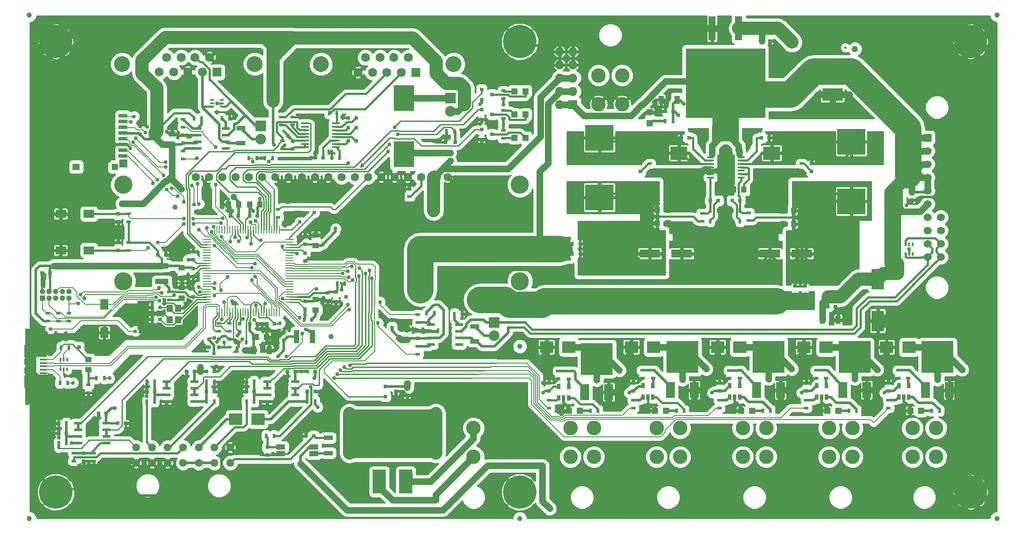
<source format=gbr>
G04 #@! TF.FileFunction,Copper,L1,Top,Mixed*
%FSLAX46Y46*%
G04 Gerber Fmt 4.6, Leading zero omitted, Abs format (unit mm)*
G04 Created by KiCad (PCBNEW 4.0.2-stable) date 4/19/2016 3:42:03 PM*
%MOMM*%
G01*
G04 APERTURE LIST*
%ADD10C,0.100000*%
%ADD11R,1.700000X0.900000*%
%ADD12R,1.050000X1.050000*%
%ADD13C,1.050000*%
%ADD14R,0.800100X0.800100*%
%ADD15R,1.500000X0.280000*%
%ADD16R,0.280000X1.500000*%
%ADD17R,2.032000X2.032000*%
%ADD18O,2.032000X2.032000*%
%ADD19R,0.750000X0.800000*%
%ADD20R,0.800000X0.750000*%
%ADD21R,1.250000X1.000000*%
%ADD22C,1.500000*%
%ADD23R,1.198880X1.198880*%
%ADD24C,1.000000*%
%ADD25R,0.500000X0.900000*%
%ADD26R,0.900000X0.500000*%
%ADD27C,6.400000*%
%ADD28C,0.600000*%
%ADD29R,1.600000X2.000000*%
%ADD30R,2.000000X1.600000*%
%ADD31C,0.330000*%
%ADD32R,1.450000X0.450000*%
%ADD33R,3.400000X5.000000*%
%ADD34R,1.500000X0.450000*%
%ADD35R,1.550000X0.600000*%
%ADD36R,2.400300X4.000500*%
%ADD37R,4.000500X2.400300*%
%ADD38R,1.000000X1.600000*%
%ADD39R,1.000000X1.250000*%
%ADD40R,4.000500X1.600200*%
%ADD41R,3.299460X2.499360*%
%ADD42R,2.499360X2.301240*%
%ADD43R,1.651000X3.048000*%
%ADD44R,6.096000X6.096000*%
%ADD45R,0.650000X1.060000*%
%ADD46R,10.800000X9.400000*%
%ADD47R,1.390000X4.600000*%
%ADD48C,1.600000*%
%ADD49C,3.500000*%
%ADD50R,1.727200X1.727200*%
%ADD51O,1.727200X1.727200*%
%ADD52R,1.897380X1.173480*%
%ADD53R,1.897380X2.374900*%
%ADD54R,2.100580X1.473200*%
%ADD55R,1.379220X0.449580*%
%ADD56R,2.500000X4.600000*%
%ADD57R,15.880000X9.400000*%
%ADD58R,1.200000X1.400000*%
%ADD59R,0.398780X0.749300*%
%ADD60R,0.749300X0.398780*%
%ADD61R,2.500000X1.000000*%
%ADD62R,1.000000X2.500000*%
%ADD63R,4.000000X5.000000*%
%ADD64R,1.700000X1.000000*%
%ADD65R,1.678940X0.800100*%
%ADD66R,1.300480X1.290320*%
%ADD67R,1.699260X1.501140*%
%ADD68R,1.501140X1.699260*%
%ADD69R,1.399540X1.290320*%
%ADD70R,1.501140X1.600200*%
%ADD71R,1.524000X1.524000*%
%ADD72C,1.524000*%
%ADD73C,2.800000*%
%ADD74R,5.400040X5.000000*%
%ADD75C,3.050000*%
%ADD76R,1.724000X1.724000*%
%ADD77C,1.724000*%
%ADD78C,1.270000*%
%ADD79C,0.762000*%
%ADD80C,2.540000*%
%ADD81C,0.508000*%
%ADD82C,1.270000*%
%ADD83C,0.152400*%
%ADD84C,0.381000*%
%ADD85C,0.203200*%
%ADD86C,0.254000*%
%ADD87C,2.540000*%
%ADD88C,0.250000*%
%ADD89C,5.080000*%
%ADD90C,0.190500*%
G04 APERTURE END LIST*
D10*
D11*
X98933000Y-64844000D03*
X98933000Y-67744000D03*
D12*
X60960000Y-97409000D03*
D13*
X62230000Y-97409000D03*
X63500000Y-97409000D03*
X64770000Y-97409000D03*
X66040000Y-97409000D03*
X62230000Y-96139000D03*
X63500000Y-96139000D03*
X64770000Y-96139000D03*
X66040000Y-96139000D03*
X60960000Y-96139000D03*
D14*
X126634240Y-114366000D03*
X126634240Y-116266000D03*
X128633220Y-115316000D03*
D15*
X92430000Y-86202000D03*
X92430000Y-86702000D03*
X92430000Y-87202000D03*
X92430000Y-87702000D03*
X92430000Y-88202000D03*
X92430000Y-88702000D03*
X92430000Y-89202000D03*
X92430000Y-89702000D03*
X92430000Y-90202000D03*
X92430000Y-90702000D03*
X92430000Y-91202000D03*
X92430000Y-91702000D03*
X92430000Y-92202000D03*
X92430000Y-92702000D03*
X92430000Y-93202000D03*
X92430000Y-93702000D03*
X92430000Y-94202000D03*
X92430000Y-94702000D03*
X92430000Y-95202000D03*
X92430000Y-95702000D03*
X92430000Y-96202000D03*
X92430000Y-96702000D03*
X92430000Y-97202000D03*
X92430000Y-97702000D03*
X92430000Y-98202000D03*
D16*
X94330000Y-100102000D03*
X94830000Y-100102000D03*
X95330000Y-100102000D03*
X95830000Y-100102000D03*
X96330000Y-100102000D03*
X96830000Y-100102000D03*
X97330000Y-100102000D03*
X97830000Y-100102000D03*
X98330000Y-100102000D03*
X98830000Y-100102000D03*
X99330000Y-100102000D03*
X99830000Y-100102000D03*
X100330000Y-100102000D03*
X100830000Y-100102000D03*
X101330000Y-100102000D03*
X101830000Y-100102000D03*
X102330000Y-100102000D03*
X102830000Y-100102000D03*
X103330000Y-100102000D03*
X103830000Y-100102000D03*
X104330000Y-100102000D03*
X104830000Y-100102000D03*
X105330000Y-100102000D03*
X105830000Y-100102000D03*
X106330000Y-100102000D03*
D15*
X108230000Y-98202000D03*
X108230000Y-97702000D03*
X108230000Y-97202000D03*
X108230000Y-96702000D03*
X108230000Y-96202000D03*
X108230000Y-95702000D03*
X108230000Y-95202000D03*
X108230000Y-94702000D03*
X108230000Y-94202000D03*
X108230000Y-93702000D03*
X108230000Y-93202000D03*
X108230000Y-92702000D03*
X108230000Y-92202000D03*
X108230000Y-91702000D03*
X108230000Y-91202000D03*
X108230000Y-90702000D03*
X108230000Y-90202000D03*
X108230000Y-89702000D03*
X108230000Y-89202000D03*
X108230000Y-88702000D03*
X108230000Y-88202000D03*
X108230000Y-87702000D03*
X108230000Y-87202000D03*
X108230000Y-86702000D03*
X108230000Y-86202000D03*
D16*
X106330000Y-84302000D03*
X105830000Y-84302000D03*
X105330000Y-84302000D03*
X104830000Y-84302000D03*
X104330000Y-84302000D03*
X103830000Y-84302000D03*
X103330000Y-84302000D03*
X102830000Y-84302000D03*
X102330000Y-84302000D03*
X101830000Y-84302000D03*
X101330000Y-84302000D03*
X100830000Y-84302000D03*
X100330000Y-84302000D03*
X99830000Y-84302000D03*
X99330000Y-84302000D03*
X98830000Y-84302000D03*
X98330000Y-84302000D03*
X97830000Y-84302000D03*
X97330000Y-84302000D03*
X96830000Y-84302000D03*
X96330000Y-84302000D03*
X95830000Y-84302000D03*
X95330000Y-84302000D03*
X94830000Y-84302000D03*
X94330000Y-84302000D03*
D17*
X147447000Y-102108000D03*
D18*
X147447000Y-104648000D03*
D19*
X130810000Y-116066000D03*
X130810000Y-114566000D03*
D20*
X83427000Y-99187000D03*
X81927000Y-99187000D03*
X100596000Y-102362000D03*
X102096000Y-102362000D03*
D21*
X87630000Y-91583000D03*
X87630000Y-93583000D03*
D22*
X96884000Y-129030000D03*
X96884000Y-126030000D03*
X93884000Y-126030000D03*
X93884000Y-129030000D03*
X90884000Y-129030000D03*
X90884000Y-126030000D03*
X87884000Y-126030000D03*
X87884000Y-129030000D03*
X84884000Y-129030000D03*
X84884000Y-126030000D03*
X81884000Y-126030000D03*
X81884000Y-129030000D03*
X78884000Y-126030000D03*
X78884000Y-129030000D03*
D23*
X163863020Y-118999000D03*
X161764980Y-118999000D03*
X180373020Y-118999000D03*
X178274980Y-118999000D03*
X196883020Y-118999000D03*
X194784980Y-118999000D03*
X213393020Y-118999000D03*
X211294980Y-118999000D03*
X229268020Y-118999000D03*
X227169980Y-118999000D03*
D24*
X58420000Y-43180000D03*
X58420000Y-139700000D03*
X243840000Y-139700000D03*
D17*
X102743000Y-64389000D03*
D18*
X102743000Y-66929000D03*
D17*
X139065000Y-59055000D03*
D18*
X139065000Y-61595000D03*
D25*
X139815000Y-65405000D03*
X138315000Y-65405000D03*
D26*
X77470000Y-81292000D03*
X77470000Y-82792000D03*
X77470000Y-88253000D03*
X77470000Y-86753000D03*
D25*
X105017000Y-70612000D03*
X103517000Y-70612000D03*
X101969000Y-70612000D03*
X100469000Y-70612000D03*
D26*
X66040000Y-100342000D03*
X66040000Y-101842000D03*
X64008000Y-100342000D03*
X64008000Y-101842000D03*
X61976000Y-100342000D03*
X61976000Y-101842000D03*
D25*
X64516000Y-106934000D03*
X66016000Y-106934000D03*
D27*
X63500000Y-48260000D03*
D28*
X65900000Y-48260000D03*
X65197056Y-49957056D03*
X63500000Y-50660000D03*
X61802944Y-49957056D03*
X61100000Y-48260000D03*
X61802944Y-46562944D03*
X63500000Y-45860000D03*
X65197056Y-46562944D03*
D27*
X63500000Y-134620000D03*
D28*
X65900000Y-134620000D03*
X65197056Y-136317056D03*
X63500000Y-137020000D03*
X61802944Y-136317056D03*
X61100000Y-134620000D03*
X61802944Y-132922944D03*
X63500000Y-132220000D03*
X65197056Y-132922944D03*
D27*
X152400000Y-134620000D03*
D28*
X154800000Y-134620000D03*
X154097056Y-136317056D03*
X152400000Y-137020000D03*
X150702944Y-136317056D03*
X150000000Y-134620000D03*
X150702944Y-132922944D03*
X152400000Y-132220000D03*
X154097056Y-132922944D03*
D27*
X238760000Y-134620000D03*
D28*
X241160000Y-134620000D03*
X240457056Y-136317056D03*
X238760000Y-137020000D03*
X237062944Y-136317056D03*
X236360000Y-134620000D03*
X237062944Y-132922944D03*
X238760000Y-132220000D03*
X240457056Y-132922944D03*
D26*
X106934000Y-67322000D03*
X106934000Y-68822000D03*
X106680000Y-62750000D03*
X106680000Y-64250000D03*
D25*
X115836000Y-61976000D03*
X117336000Y-61976000D03*
X117844000Y-70485000D03*
X116344000Y-70485000D03*
D26*
X108839000Y-64250000D03*
X108839000Y-62750000D03*
X161798000Y-111391000D03*
X161798000Y-112891000D03*
X177927000Y-111264000D03*
X177927000Y-112764000D03*
X157988000Y-116979000D03*
X157988000Y-118479000D03*
X174117000Y-116979000D03*
X174117000Y-118479000D03*
X159766000Y-111391000D03*
X159766000Y-112891000D03*
X175895000Y-111264000D03*
X175895000Y-112764000D03*
D25*
X167374000Y-118999000D03*
X165874000Y-118999000D03*
X183884000Y-118999000D03*
X182384000Y-118999000D03*
D26*
X194564000Y-111264000D03*
X194564000Y-112764000D03*
X211074000Y-111264000D03*
X211074000Y-112764000D03*
X190627000Y-116979000D03*
X190627000Y-118479000D03*
X207264000Y-116979000D03*
X207264000Y-118479000D03*
X192532000Y-111276000D03*
X192532000Y-112776000D03*
X209169000Y-111264000D03*
X209169000Y-112764000D03*
D25*
X200394000Y-118999000D03*
X198894000Y-118999000D03*
X216904000Y-118999000D03*
X215404000Y-118999000D03*
D26*
X226822000Y-111264000D03*
X226822000Y-112764000D03*
X223012000Y-116979000D03*
X223012000Y-118479000D03*
X224917000Y-111264000D03*
X224917000Y-112764000D03*
D25*
X232767000Y-118999000D03*
X231267000Y-118999000D03*
X113145000Y-117221000D03*
X111645000Y-117221000D03*
X100001422Y-117221000D03*
X101501422Y-117221000D03*
X101461000Y-113411000D03*
X99961000Y-113411000D03*
X80911000Y-117221000D03*
X82411000Y-117221000D03*
X82411000Y-113411000D03*
X80911000Y-113411000D03*
X93841000Y-117221000D03*
X92341000Y-117221000D03*
X103771000Y-123825000D03*
X105271000Y-123825000D03*
X92341000Y-113411000D03*
X93841000Y-113411000D03*
D11*
X115697000Y-124206000D03*
X115697000Y-127106000D03*
D25*
X64020000Y-125222000D03*
X65520000Y-125222000D03*
X65520000Y-121412000D03*
X64020000Y-121412000D03*
D26*
X66929000Y-128639000D03*
X66929000Y-127139000D03*
X70739000Y-127139000D03*
X70739000Y-128639000D03*
X106045000Y-80415000D03*
X106045000Y-81915000D03*
D25*
X118860000Y-94615000D03*
X117360000Y-94615000D03*
D26*
X85217000Y-96278000D03*
X85217000Y-97778000D03*
D25*
X111010000Y-101600000D03*
X112510000Y-101600000D03*
X72759000Y-112776000D03*
X71259000Y-112776000D03*
D26*
X94742000Y-102247000D03*
X94742000Y-103747000D03*
X96774000Y-102247000D03*
X96774000Y-103747000D03*
D25*
X99937000Y-105918000D03*
X98437000Y-105918000D03*
D26*
X96774000Y-106795000D03*
X96774000Y-105295000D03*
D29*
X72771000Y-104046000D03*
X72771000Y-98646000D03*
D30*
X64450000Y-81280000D03*
X69850000Y-81280000D03*
X64450000Y-88265000D03*
X69850000Y-88265000D03*
D31*
X191111000Y-70846400D03*
D32*
X188923000Y-70395000D03*
X188923000Y-71045000D03*
X188923000Y-71695000D03*
X188923000Y-72345000D03*
X188923000Y-72995000D03*
X188923000Y-73645000D03*
X188923000Y-74295000D03*
X194823000Y-74295000D03*
X194823000Y-73645000D03*
X194823000Y-72995000D03*
X194823000Y-72345000D03*
X194823000Y-71695000D03*
X194823000Y-71045000D03*
X194823000Y-70395000D03*
D33*
X191873000Y-72345000D03*
D31*
X192611000Y-70846400D03*
X191111000Y-72346400D03*
X192611000Y-72346400D03*
X191111000Y-73846400D03*
X192611000Y-73846400D03*
D34*
X117138999Y-68490000D03*
X117138999Y-67840000D03*
X117138999Y-67190000D03*
X117138999Y-66540000D03*
X117138999Y-65890000D03*
X117138999Y-65240000D03*
X117138999Y-64590000D03*
X117138999Y-63940000D03*
X111238999Y-63940000D03*
X111238999Y-64590000D03*
X111238999Y-65240000D03*
X111238999Y-65890000D03*
X111238999Y-66540000D03*
X111238999Y-67190000D03*
X111238999Y-67840000D03*
X111238999Y-68490000D03*
D35*
X135349000Y-102489000D03*
X135349000Y-103759000D03*
X135349000Y-105029000D03*
X135349000Y-106299000D03*
X140749000Y-106299000D03*
X140749000Y-105029000D03*
X140749000Y-103759000D03*
X140749000Y-102489000D03*
X90632333Y-64942000D03*
X90632333Y-66212000D03*
X90632333Y-67482000D03*
X90632333Y-68752000D03*
X96032333Y-68752000D03*
X96032333Y-67482000D03*
X96032333Y-66212000D03*
X96032333Y-64942000D03*
D19*
X67945000Y-106795000D03*
X67945000Y-105295000D03*
X227457000Y-78613000D03*
X227457000Y-77113000D03*
D20*
X62345000Y-92633800D03*
X60845000Y-92633800D03*
D19*
X79629000Y-66028000D03*
X79629000Y-64528000D03*
D21*
X85725000Y-67929000D03*
X85725000Y-65929000D03*
D36*
X220980000Y-93789500D03*
X220980000Y-101790500D03*
D37*
X204279500Y-58420000D03*
X212280500Y-58420000D03*
D20*
X181725000Y-61595000D03*
X180225000Y-61595000D03*
X198767000Y-48133000D03*
X200267000Y-48133000D03*
D38*
X190476000Y-66675000D03*
X187476000Y-66675000D03*
X196064000Y-66675000D03*
X193064000Y-66675000D03*
D20*
X184785000Y-66675000D03*
X183285000Y-66675000D03*
X198640000Y-66675000D03*
X200140000Y-66675000D03*
D19*
X175514000Y-71640000D03*
X175514000Y-73140000D03*
X208280000Y-71640000D03*
X208280000Y-73140000D03*
D39*
X178705000Y-83058000D03*
X180705000Y-83058000D03*
X178705000Y-80518000D03*
X180705000Y-80518000D03*
D40*
X177289460Y-88900000D03*
X183390540Y-88900000D03*
D39*
X195310000Y-76581000D03*
X193310000Y-76581000D03*
D40*
X206377540Y-88900000D03*
X200276460Y-88900000D03*
D39*
X204835000Y-83185000D03*
X202835000Y-83185000D03*
X204835000Y-80645000D03*
X202835000Y-80645000D03*
D20*
X188861000Y-78740000D03*
X190361000Y-78740000D03*
X194552000Y-78740000D03*
X193052000Y-78740000D03*
D19*
X108839000Y-67322000D03*
X108839000Y-68822000D03*
D20*
X121019000Y-67310000D03*
X119519000Y-67310000D03*
X114669000Y-70485000D03*
X113169000Y-70485000D03*
X119519000Y-64770000D03*
X121019000Y-64770000D03*
X121019000Y-62865000D03*
X119519000Y-62865000D03*
D21*
X130810000Y-105394000D03*
X130810000Y-103394000D03*
D19*
X127889000Y-103112000D03*
X127889000Y-101612000D03*
X132842000Y-105144000D03*
X132842000Y-103644000D03*
X87884000Y-67679000D03*
X87884000Y-66179000D03*
X75438000Y-81292000D03*
X75438000Y-82792000D03*
X75438000Y-88253000D03*
X75438000Y-86753000D03*
X157988000Y-115177000D03*
X157988000Y-113677000D03*
X174117000Y-115177000D03*
X174117000Y-113677000D03*
X190627000Y-115177000D03*
X190627000Y-113677000D03*
X207264000Y-115177000D03*
X207264000Y-113677000D03*
X223012000Y-115177000D03*
X223012000Y-113677000D03*
D20*
X107835000Y-111506000D03*
X109335000Y-111506000D03*
X113145000Y-111506000D03*
X111645000Y-111506000D03*
X101473000Y-115316000D03*
X99973000Y-115316000D03*
X111645000Y-115316000D03*
X113145000Y-115316000D03*
X71640000Y-119507000D03*
X73140000Y-119507000D03*
X82411000Y-115316000D03*
X80911000Y-115316000D03*
X88531000Y-111506000D03*
X90031000Y-111506000D03*
D19*
X104013000Y-125996000D03*
X104013000Y-127496000D03*
D20*
X92341000Y-115316000D03*
X93841000Y-115316000D03*
X76823000Y-121412000D03*
X75323000Y-121412000D03*
X112891000Y-123825000D03*
X111391000Y-123825000D03*
X65520000Y-123317000D03*
X64020000Y-123317000D03*
X93841000Y-111506000D03*
X92341000Y-111506000D03*
D19*
X68834000Y-127139000D03*
X68834000Y-128639000D03*
X115570000Y-96405000D03*
X115570000Y-97905000D03*
D20*
X83058000Y-89154000D03*
X84558000Y-89154000D03*
D19*
X89789000Y-97143000D03*
X89789000Y-95643000D03*
D21*
X87630000Y-97393000D03*
X87630000Y-95393000D03*
D19*
X111252000Y-99556000D03*
X111252000Y-98056000D03*
X107188000Y-105537000D03*
X107188000Y-104037000D03*
D21*
X113284000Y-99679000D03*
X113284000Y-97679000D03*
D20*
X83427000Y-101473000D03*
X81927000Y-101473000D03*
X98438524Y-81669000D03*
X96938524Y-81669000D03*
D19*
X89797000Y-91760476D03*
X89797000Y-93260476D03*
X111252000Y-87110000D03*
X111252000Y-85610000D03*
D39*
X98536000Y-79502000D03*
X96536000Y-79502000D03*
D21*
X113284000Y-87360000D03*
X113284000Y-85360000D03*
D39*
X101870000Y-104902000D03*
X103870000Y-104902000D03*
D38*
X101370000Y-107442000D03*
X104370000Y-107442000D03*
D19*
X94742000Y-106795000D03*
X94742000Y-105295000D03*
D20*
X105398000Y-102362000D03*
X103898000Y-102362000D03*
D19*
X98679000Y-103874000D03*
X98679000Y-102374000D03*
X89789000Y-90031000D03*
X89789000Y-88531000D03*
X111252000Y-88785000D03*
X111252000Y-90285000D03*
D20*
X100596000Y-81661000D03*
X102096000Y-81661000D03*
D39*
X100600000Y-79502000D03*
X102600000Y-79502000D03*
D19*
X92837000Y-105295000D03*
X92837000Y-106795000D03*
D41*
X182880000Y-69623940D03*
X182880000Y-76426060D03*
X200660000Y-69623940D03*
X200660000Y-76426060D03*
D23*
X151350980Y-57785000D03*
X153449020Y-57785000D03*
X151350980Y-62230000D03*
X153449020Y-62230000D03*
X151350980Y-66675000D03*
X153449020Y-66675000D03*
X177292000Y-63914020D03*
X177292000Y-61815980D03*
D42*
X161787840Y-106807000D03*
X157490160Y-106807000D03*
X178043840Y-106807000D03*
X173746160Y-106807000D03*
X194553840Y-106807000D03*
X190256160Y-106807000D03*
X211063840Y-106807000D03*
X206766160Y-106807000D03*
X226938840Y-106807000D03*
X222641160Y-106807000D03*
X97927160Y-120650000D03*
X102224840Y-120650000D03*
D14*
X140015000Y-67579240D03*
X138115000Y-67579240D03*
X139065000Y-69578220D03*
X145049240Y-57470000D03*
X145049240Y-59370000D03*
X147048220Y-58420000D03*
X145049240Y-61280000D03*
X145049240Y-63180000D03*
X147048220Y-62230000D03*
X145049240Y-65090000D03*
X145049240Y-66990000D03*
X147048220Y-66040000D03*
D43*
X164846000Y-115443000D03*
D44*
X167132000Y-109093000D03*
D43*
X169418000Y-115443000D03*
X181229000Y-115062000D03*
D44*
X183515000Y-108712000D03*
D43*
X185801000Y-115062000D03*
X197739000Y-115062000D03*
D44*
X200025000Y-108712000D03*
D43*
X202311000Y-115062000D03*
X214249000Y-115062000D03*
D44*
X216535000Y-108712000D03*
D43*
X218821000Y-115062000D03*
X230124000Y-115062000D03*
D44*
X232410000Y-108712000D03*
D43*
X234696000Y-115062000D03*
D25*
X163945000Y-86995000D03*
X162445000Y-86995000D03*
D26*
X205105000Y-95135000D03*
X205105000Y-96635000D03*
D25*
X163945000Y-88900000D03*
X162445000Y-88900000D03*
D26*
X207010000Y-95135000D03*
X207010000Y-96635000D03*
X187325000Y-82665000D03*
X187325000Y-81165000D03*
X196215000Y-82550000D03*
X196215000Y-81050000D03*
X177292000Y-71640000D03*
X177292000Y-73140000D03*
X206375000Y-71640000D03*
X206375000Y-73140000D03*
D25*
X188873000Y-80645000D03*
X190373000Y-80645000D03*
X194552000Y-80645000D03*
X193052000Y-80645000D03*
X188861000Y-82677000D03*
X190361000Y-82677000D03*
X194552000Y-82677000D03*
X193052000Y-82677000D03*
X134505000Y-100330000D03*
X136005000Y-100330000D03*
D26*
X132842000Y-102096000D03*
X132842000Y-100596000D03*
X132842000Y-106692000D03*
X132842000Y-108192000D03*
D25*
X139839000Y-100457000D03*
X141339000Y-100457000D03*
X89928000Y-62992000D03*
X91428000Y-62992000D03*
D26*
X87884000Y-63131000D03*
X87884000Y-64631000D03*
X87884000Y-69215000D03*
X87884000Y-70715000D03*
D25*
X95262000Y-62992000D03*
X96762000Y-62992000D03*
D26*
X149225000Y-59170000D03*
X149225000Y-57670000D03*
X149225000Y-62980000D03*
X149225000Y-61480000D03*
X149225000Y-65290000D03*
X149225000Y-66790000D03*
D25*
X181725000Y-63500000D03*
X180225000Y-63500000D03*
D26*
X131191000Y-77966000D03*
X131191000Y-76466000D03*
D45*
X159832000Y-116543000D03*
X160782000Y-116543000D03*
X161732000Y-116543000D03*
X161732000Y-114343000D03*
X159832000Y-114343000D03*
X175961000Y-116416000D03*
X176911000Y-116416000D03*
X177861000Y-116416000D03*
X177861000Y-114216000D03*
X175961000Y-114216000D03*
X192598000Y-116416000D03*
X193548000Y-116416000D03*
X194498000Y-116416000D03*
X194498000Y-114216000D03*
X192598000Y-114216000D03*
X209235000Y-116416000D03*
X210185000Y-116416000D03*
X211135000Y-116416000D03*
X211135000Y-114216000D03*
X209235000Y-114216000D03*
X224983000Y-116416000D03*
X225933000Y-116416000D03*
X226883000Y-116416000D03*
X226883000Y-114216000D03*
X224983000Y-114216000D03*
D35*
X103980000Y-113411000D03*
X103980000Y-114681000D03*
X103980000Y-115951000D03*
X103980000Y-117221000D03*
X109380000Y-117221000D03*
X109380000Y-115951000D03*
X109380000Y-114681000D03*
X109380000Y-113411000D03*
X84676000Y-113411000D03*
X84676000Y-114681000D03*
X84676000Y-115951000D03*
X84676000Y-117221000D03*
X90076000Y-117221000D03*
X90076000Y-115951000D03*
X90076000Y-114681000D03*
X90076000Y-113411000D03*
X67785000Y-121412000D03*
X67785000Y-122682000D03*
X67785000Y-123952000D03*
X67785000Y-125222000D03*
X73185000Y-125222000D03*
X73185000Y-123952000D03*
X73185000Y-122682000D03*
X73185000Y-121412000D03*
D14*
X117109240Y-96205000D03*
X117109240Y-98105000D03*
X119108220Y-97155000D03*
D27*
X238760000Y-48260000D03*
D28*
X241160000Y-48260000D03*
X240457056Y-49957056D03*
X238760000Y-50660000D03*
X237062944Y-49957056D03*
X236360000Y-48260000D03*
X237062944Y-46562944D03*
X238760000Y-45860000D03*
X240457056Y-46562944D03*
D27*
X152400000Y-48260000D03*
D28*
X154800000Y-48260000D03*
X154097056Y-49957056D03*
X152400000Y-50660000D03*
X150702944Y-49957056D03*
X150000000Y-48260000D03*
X150702944Y-46562944D03*
X152400000Y-45860000D03*
X154097056Y-46562944D03*
D38*
X179475000Y-59436000D03*
X182475000Y-59436000D03*
D20*
X211340000Y-99060000D03*
X212840000Y-99060000D03*
D38*
X213360000Y-101600000D03*
X210360000Y-101600000D03*
D46*
X191770000Y-54870000D03*
D47*
X189230000Y-45720000D03*
X194310000Y-45720000D03*
D24*
X152400000Y-139700000D03*
X152400000Y-106680000D03*
X243840000Y-43180000D03*
D48*
X90270000Y-74192000D03*
X92810000Y-74192000D03*
X95350000Y-74192000D03*
X97890000Y-74192000D03*
X100430000Y-74192000D03*
X102970000Y-74192000D03*
X105510000Y-74192000D03*
X108050000Y-74192000D03*
X110590000Y-74192000D03*
X113130000Y-74192000D03*
X115670000Y-74192000D03*
X118210000Y-74192000D03*
X120750000Y-74192000D03*
X123290000Y-74192000D03*
X125830000Y-74192000D03*
X128370000Y-74192000D03*
X130910000Y-74192000D03*
X133450000Y-74192000D03*
X135990000Y-74192000D03*
X138530000Y-74192000D03*
D49*
X76400000Y-75692000D03*
X152400000Y-75692000D03*
X76400000Y-94192000D03*
X152400000Y-94192000D03*
D50*
X162560000Y-60325000D03*
D51*
X160020000Y-60325000D03*
X162560000Y-57785000D03*
X160020000Y-57785000D03*
X162560000Y-55245000D03*
X160020000Y-55245000D03*
X162560000Y-52705000D03*
X160020000Y-52705000D03*
X162560000Y-50165000D03*
X160020000Y-50165000D03*
D52*
X58420000Y-109651800D03*
X58420000Y-111328200D03*
D53*
X58420000Y-113403380D03*
X58420000Y-107576620D03*
D54*
X60718700Y-112951260D03*
X60718700Y-108028740D03*
D55*
X61079380Y-109189520D03*
X61079380Y-109839760D03*
X61079380Y-110490000D03*
X61079380Y-111140240D03*
X61079380Y-111790480D03*
D56*
X130516000Y-132588000D03*
D57*
X128016000Y-123438000D03*
D56*
X125476000Y-132588000D03*
D58*
X85306000Y-99357000D03*
X85306000Y-101557000D03*
X86906000Y-99357000D03*
X86906000Y-101557000D03*
D59*
X226298760Y-88960960D03*
X226949000Y-88960960D03*
X227599240Y-88960960D03*
X227599240Y-87061040D03*
X226949000Y-87061040D03*
X226298760Y-87061040D03*
D60*
X95310960Y-60721240D03*
X95310960Y-60071000D03*
X95310960Y-59420760D03*
X93411040Y-59420760D03*
X93411040Y-60071000D03*
X93411040Y-60721240D03*
D59*
X64373760Y-111058960D03*
X65024000Y-111058960D03*
X65674240Y-111058960D03*
X65674240Y-109159040D03*
X65024000Y-109159040D03*
X64373760Y-109159040D03*
D21*
X69723000Y-111172500D03*
X69723000Y-109172500D03*
D61*
X83820000Y-94210000D03*
X83820000Y-91210000D03*
D62*
X112625000Y-104775000D03*
X109625000Y-104775000D03*
D63*
X130175000Y-69855000D03*
X130175000Y-59055000D03*
D24*
X86360000Y-80010000D03*
X116205000Y-104775000D03*
D64*
X106603000Y-125984000D03*
X112903000Y-125984000D03*
X106603000Y-127254000D03*
X112903000Y-127254000D03*
D11*
X143764000Y-102817000D03*
X143764000Y-105717000D03*
D25*
X65774000Y-113665000D03*
X64274000Y-113665000D03*
D65*
X76354940Y-70187820D03*
X76354940Y-69088000D03*
X76354940Y-67988180D03*
X76354940Y-66888360D03*
X76354940Y-65786000D03*
X76354940Y-64686180D03*
X76354940Y-63586360D03*
X76354940Y-62486540D03*
D66*
X74795380Y-72242680D03*
D67*
X61595000Y-72136000D03*
D68*
X76446380Y-58938160D03*
D69*
X67396360Y-72242680D03*
D67*
X61595000Y-58638440D03*
D70*
X76446380Y-71597520D03*
D26*
X69723000Y-114058000D03*
X69723000Y-115558000D03*
D71*
X230505000Y-66675000D03*
D72*
X233045000Y-66675000D03*
X230505000Y-69215000D03*
X233045000Y-69215000D03*
X230505000Y-71755000D03*
X233045000Y-71755000D03*
X230505000Y-74295000D03*
X233045000Y-74295000D03*
X230505000Y-76835000D03*
X233045000Y-76835000D03*
X230505000Y-79375000D03*
X233045000Y-79375000D03*
X230505000Y-81915000D03*
X233045000Y-81915000D03*
X230505000Y-84455000D03*
X233045000Y-84455000D03*
X230505000Y-86995000D03*
X233045000Y-86995000D03*
X230505000Y-89535000D03*
X233045000Y-89535000D03*
D73*
X171970000Y-60240000D03*
X171970000Y-54740000D03*
X167470000Y-60240000D03*
X167470000Y-54740000D03*
X143510000Y-122345000D03*
X143510000Y-127845000D03*
X162064000Y-122345000D03*
X162064000Y-127845000D03*
X166564000Y-122345000D03*
X166564000Y-127845000D03*
X211594000Y-122345000D03*
X211594000Y-127845000D03*
X216094000Y-122345000D03*
X216094000Y-127845000D03*
X178574000Y-122345000D03*
X178574000Y-127845000D03*
X183074000Y-122345000D03*
X183074000Y-127845000D03*
X195084000Y-122345000D03*
X195084000Y-127845000D03*
X199584000Y-122345000D03*
X199584000Y-127845000D03*
X227620000Y-122345000D03*
X227620000Y-127845000D03*
X232120000Y-122345000D03*
X232120000Y-127845000D03*
D74*
X167640000Y-66675000D03*
X167640000Y-78105000D03*
X215900000Y-67437000D03*
X215900000Y-78867000D03*
D75*
X139700000Y-52578000D03*
X114300000Y-52578000D03*
D76*
X132461000Y-54142400D03*
D77*
X129667000Y-54142400D03*
X126873000Y-54142400D03*
X124206000Y-54142400D03*
X121412000Y-54142400D03*
X122809000Y-51308000D03*
X125603000Y-51308000D03*
X128270000Y-51308000D03*
X131064000Y-51308000D03*
D75*
X101600000Y-52537600D03*
X76200000Y-52537600D03*
D76*
X94361000Y-54102000D03*
D77*
X91567000Y-54102000D03*
X88773000Y-54102000D03*
X86106000Y-54102000D03*
X83312000Y-54102000D03*
X84709000Y-51267600D03*
X87503000Y-51267600D03*
X90170000Y-51267600D03*
X92964000Y-51267600D03*
D78*
X216585800Y-49657000D03*
D79*
X98044000Y-55245000D03*
X88011000Y-58420000D03*
D78*
X187325000Y-126365000D03*
X220345000Y-127000000D03*
X203200000Y-125730000D03*
X170815000Y-126365000D03*
D79*
X150876000Y-126746000D03*
X151257000Y-120777000D03*
X145923000Y-116332000D03*
X156743464Y-113665000D03*
D78*
X228447600Y-52057300D03*
D79*
X84215767Y-98446791D03*
X65239900Y-112217200D03*
X99352987Y-101419245D03*
X94234000Y-110490000D03*
X226949000Y-88011000D03*
X226441000Y-79629000D03*
X86233000Y-95237248D03*
X88519000Y-98552000D03*
X76708000Y-100076000D03*
X79883000Y-100457000D03*
X81661000Y-102616000D03*
X72390000Y-106299000D03*
X114935000Y-116205000D03*
X105918000Y-116967000D03*
X98298000Y-116078000D03*
X95250000Y-116205000D03*
X84455000Y-118491000D03*
X80911000Y-116193000D03*
X76835000Y-122682000D03*
X64020000Y-124194000D03*
X66548000Y-125222000D03*
X67945000Y-129540000D03*
X159766000Y-119253000D03*
X172466000Y-113792000D03*
X221742000Y-113538000D03*
X189230000Y-113538000D03*
X205867000Y-113538000D03*
X113157000Y-69469000D03*
X116332000Y-69342000D03*
X107950000Y-66294000D03*
X110363000Y-62738000D03*
X118364000Y-62738000D03*
X61341000Y-93599000D03*
X75438000Y-84709000D03*
X94361000Y-60071000D03*
X77786601Y-68735953D03*
X81023637Y-64603335D03*
X94361000Y-105791000D03*
X91313000Y-106807000D03*
X99186743Y-105282905D03*
X102997000Y-103251000D03*
X101473000Y-101600000D03*
X101830000Y-98820020D03*
X103623620Y-98433380D03*
X106934000Y-97536000D03*
X70485000Y-121920000D03*
X59690000Y-104140000D03*
X61595000Y-104140000D03*
X63500000Y-104140000D03*
X65405000Y-104140000D03*
X65405000Y-105410000D03*
X63500000Y-105410000D03*
X61595000Y-105410000D03*
X59690000Y-105410000D03*
X175768000Y-94361000D03*
X157861000Y-93345000D03*
X149098000Y-92710000D03*
X139192000Y-92964000D03*
X139319000Y-96393000D03*
X90043000Y-101981000D03*
X83820000Y-105029000D03*
D78*
X170688000Y-132842000D03*
X186817000Y-132715000D03*
X203708000Y-132842000D03*
X221615000Y-132715000D03*
X129540000Y-85725000D03*
X121285000Y-86360000D03*
X123825000Y-78105000D03*
X71755000Y-46990000D03*
X158115000Y-47625000D03*
X145415000Y-47625000D03*
X147955000Y-78105000D03*
X156400500Y-109029500D03*
X101981000Y-137160000D03*
X88900000Y-133985000D03*
X77470000Y-133985000D03*
X71755000Y-133985000D03*
D79*
X106045000Y-106045000D03*
X107315000Y-83185000D03*
X110490000Y-81280000D03*
X107950000Y-78740000D03*
X95250000Y-80010000D03*
X135890000Y-67310000D03*
X74295000Y-70485000D03*
X69850000Y-72390000D03*
X65405000Y-72390000D03*
X74295000Y-59055000D03*
X69850000Y-59055000D03*
X65405000Y-59055000D03*
X65405000Y-116903500D03*
X65405000Y-115570000D03*
X63500000Y-116840000D03*
X61595000Y-116840000D03*
X59690000Y-116840000D03*
X85788500Y-89090500D03*
X132016500Y-116014500D03*
X96528420Y-78519000D03*
D78*
X209232500Y-58674000D03*
D79*
X97282000Y-97980500D03*
X102489000Y-127254000D03*
X109855000Y-123825000D03*
D80*
X224409000Y-102616000D03*
D79*
X214376000Y-100076000D03*
X84709000Y-65532000D03*
X102560128Y-78414853D03*
X64135000Y-80010000D03*
X64135000Y-89535000D03*
X129540000Y-102235000D03*
X63500000Y-115570000D03*
X61595000Y-115570000D03*
X59690000Y-115570000D03*
X111898927Y-89785744D03*
D78*
X238760000Y-58420000D03*
X238760000Y-68580000D03*
X238760000Y-78740000D03*
X238760000Y-88900000D03*
X238760000Y-99695000D03*
D79*
X144780000Y-60298948D03*
X144780000Y-64108948D03*
X144780000Y-67945000D03*
X107848400Y-113385600D03*
X97790000Y-62992000D03*
X142240000Y-100457000D03*
X114737146Y-97352854D03*
X116642145Y-99257855D03*
X113030000Y-112776000D03*
X86360000Y-93599000D03*
X88888000Y-88531000D03*
X71628000Y-120396000D03*
X88519000Y-112522000D03*
X114427000Y-85344000D03*
X186055000Y-65405000D03*
X197485000Y-65405000D03*
X196215000Y-68580000D03*
X187325000Y-68580000D03*
D78*
X186911337Y-45121314D03*
X191135000Y-45720000D03*
X200660000Y-73406000D03*
X200660000Y-78867000D03*
X197739000Y-76327000D03*
X182880000Y-73406000D03*
X186182000Y-76327000D03*
X182880000Y-78867000D03*
D79*
X191770000Y-77343000D03*
X192659000Y-75565000D03*
X191135000Y-75565000D03*
X192659000Y-69215000D03*
X191135000Y-69215000D03*
X191706500Y-80708500D03*
X191706500Y-82613500D03*
X184785000Y-90424000D03*
X182118000Y-90424000D03*
X183388000Y-90424000D03*
X184785000Y-87503000D03*
X182118000Y-87503000D03*
X183390540Y-87505540D03*
X201676000Y-87503000D03*
X200279000Y-87503000D03*
X198882000Y-87503000D03*
X198882000Y-90424000D03*
X200279000Y-90424000D03*
X201676000Y-90424000D03*
D78*
X193675000Y-90805000D03*
X191770000Y-90805000D03*
X189865000Y-90805000D03*
X189865000Y-88900000D03*
X191770000Y-88900000D03*
X193675000Y-88900000D03*
X212217000Y-60833000D03*
X215519000Y-58420000D03*
D79*
X178816000Y-61849000D03*
X178054000Y-59817000D03*
X210439000Y-117729000D03*
X193929000Y-117602000D03*
X177292000Y-117919500D03*
X161036000Y-117729000D03*
D78*
X169418000Y-117856000D03*
X185801000Y-117602000D03*
X202311000Y-117602000D03*
X218821000Y-117602000D03*
X234696000Y-117729000D03*
D79*
X226441000Y-117729000D03*
D78*
X236855000Y-115062000D03*
X221932500Y-108966000D03*
X205549500Y-109093000D03*
X220726000Y-115062000D03*
X204216000Y-115062000D03*
X189484000Y-109093000D03*
X187769500Y-115062000D03*
X171386500Y-115443000D03*
X172656500Y-108966000D03*
X158087001Y-137767001D03*
X223520000Y-90805000D03*
X223520000Y-92710000D03*
X224790000Y-90805000D03*
X224790000Y-92710000D03*
D79*
X156845000Y-115570000D03*
X173355000Y-115570000D03*
X189230000Y-115570000D03*
X222250000Y-115570000D03*
X206375000Y-115570000D03*
D78*
X185420000Y-51000020D03*
X196850000Y-60960000D03*
X194310000Y-60960000D03*
X191770000Y-60960000D03*
X189230000Y-60960000D03*
X186690000Y-60960000D03*
X185420000Y-58420000D03*
X185420000Y-55880000D03*
X185420000Y-53340000D03*
X198120000Y-58420000D03*
X198120000Y-55880000D03*
X198120000Y-53340000D03*
X198120000Y-50800000D03*
D79*
X183769000Y-60198000D03*
X182753000Y-62357000D03*
D78*
X139065000Y-71117000D03*
D79*
X118287800Y-95834200D03*
X93833598Y-105029000D03*
X114681000Y-87096000D03*
X113665000Y-118300500D03*
X106045000Y-108585000D03*
D78*
X87543453Y-76481612D03*
X97602637Y-78048866D03*
D79*
X130873500Y-113728500D03*
X105286421Y-68015225D03*
D78*
X76200000Y-79311500D03*
X73088500Y-91210000D03*
D79*
X93789500Y-108013500D03*
X102870000Y-70612000D03*
X107315000Y-68105402D03*
D78*
X135890000Y-80645000D03*
D79*
X74803000Y-118491000D03*
X149225000Y-64135000D03*
X149225000Y-60325000D03*
D80*
X144780000Y-97790000D03*
D79*
X117094000Y-84074000D03*
X129286000Y-105029000D03*
X110490000Y-111506000D03*
X91186000Y-110617000D03*
X99695000Y-107442000D03*
X89814400Y-82194400D03*
X88036400Y-82219800D03*
X95429874Y-82137188D03*
X101777800Y-82569402D03*
X89890600Y-83185000D03*
X88011000Y-83210400D03*
X95148400Y-83007200D03*
X100812600Y-82829400D03*
X83058000Y-86741000D03*
X81127600Y-87757000D03*
X111252000Y-100558600D03*
X111429800Y-103403400D03*
X95694980Y-98183813D03*
X95758000Y-105918000D03*
X101346000Y-80772000D03*
X88836500Y-90043000D03*
X106426000Y-102235000D03*
X106934000Y-87503000D03*
X98298000Y-104584500D03*
D80*
X133350000Y-95885000D03*
D79*
X86182200Y-96862880D03*
X93853000Y-96901000D03*
D78*
X171450000Y-111252000D03*
X167132000Y-113093500D03*
X220853000Y-111125000D03*
X216535000Y-112903000D03*
X188087000Y-110998000D03*
X183515000Y-113030000D03*
X204470000Y-110998000D03*
X200025000Y-112903000D03*
X237109000Y-111125000D03*
X232410000Y-113030000D03*
D79*
X127127000Y-69342000D03*
X129032000Y-66040000D03*
X127381000Y-67945000D03*
X128397000Y-64643000D03*
X122264220Y-71918770D03*
X119507000Y-71501000D03*
X104251321Y-71285520D03*
X101241145Y-71299006D03*
X109728000Y-88900000D03*
X91040768Y-96202000D03*
X83820000Y-96393000D03*
X67818000Y-98425000D03*
X68961000Y-97536000D03*
X82677000Y-97231170D03*
X93853000Y-95567500D03*
X83327431Y-97935647D03*
X93916500Y-94551500D03*
X125603000Y-98171000D03*
X119456200Y-98704400D03*
X125190234Y-102210186D03*
X119659400Y-99618800D03*
X90899976Y-95298492D03*
X83312000Y-95377000D03*
X68199000Y-96710500D03*
X95278565Y-101470671D03*
X73787000Y-112776000D03*
X84137500Y-73850500D03*
X85661500Y-76327000D03*
X88011000Y-78930500D03*
X93853000Y-87376000D03*
X101092000Y-93980000D03*
X101092000Y-91567000D03*
X90932000Y-84328000D03*
X80645000Y-65659000D03*
X101663229Y-93265964D03*
X101663229Y-90852964D03*
X90551000Y-70612000D03*
X113411000Y-95631000D03*
X110226598Y-101193600D03*
X110693200Y-104165400D03*
X107696000Y-108565533D03*
X112302023Y-114473606D03*
X84516638Y-72262138D03*
X89535000Y-75869800D03*
X89966800Y-79476600D03*
X92405200Y-83972400D03*
X78305947Y-67560466D03*
X77851000Y-63627000D03*
X84556600Y-71348600D03*
X90644728Y-75471664D03*
X90932000Y-79375000D03*
X93345000Y-84734400D03*
X78816710Y-66802000D03*
X78486000Y-62611000D03*
X82105500Y-75438000D03*
X93656598Y-83693000D03*
X120381287Y-93945002D03*
X124031380Y-93591006D03*
X121557414Y-93215477D03*
X119617491Y-93442246D03*
X122853572Y-92719691D03*
X118452900Y-92671900D03*
X123542573Y-92118503D03*
X119473055Y-92223025D03*
X120192800Y-91363800D03*
X121615200Y-91643200D03*
X82931000Y-74776330D03*
X84709000Y-76581000D03*
X86817200Y-77901800D03*
X95216721Y-85682179D03*
X113012000Y-81026000D03*
X110236000Y-82804000D03*
X102743000Y-86360000D03*
X119820629Y-110274041D03*
X100899119Y-86996322D03*
X117424761Y-112009503D03*
X100130982Y-85853611D03*
X118745000Y-110617000D03*
X98480191Y-86522877D03*
X118029319Y-111252000D03*
X97830000Y-85722650D03*
X116840000Y-112712500D03*
X96901000Y-86614000D03*
X78740000Y-103759000D03*
X62484000Y-103378000D03*
X66802000Y-113665000D03*
X95123000Y-95885000D03*
X96393000Y-93345000D03*
X94107000Y-68444549D03*
X94107000Y-75692000D03*
D80*
X204524611Y-48355251D03*
D78*
X136271000Y-119507000D03*
X136271000Y-121412000D03*
X136271000Y-123317000D03*
X136271000Y-125222000D03*
X136271000Y-127127000D03*
X119761000Y-119507000D03*
X119761000Y-121412000D03*
X119761000Y-123317000D03*
X119761000Y-125222000D03*
X119761000Y-127127000D03*
D81*
X214745000Y-49415000D02*
X214757000Y-49403000D01*
D82*
X88773000Y-54269400D02*
X88773000Y-57658000D01*
X88773000Y-57658000D02*
X88011000Y-58420000D01*
D83*
X186817000Y-132715000D02*
X186817000Y-126113604D01*
X186817000Y-126113604D02*
X186944739Y-125985865D01*
X220600302Y-126620302D02*
X219965303Y-125985303D01*
X221615000Y-127635000D02*
X220600302Y-126620302D01*
X221615000Y-132715000D02*
X221615000Y-127635000D01*
X203708000Y-132842000D02*
X203708000Y-126238000D01*
X203708000Y-126238000D02*
X203200000Y-125730000D01*
X170688000Y-132842000D02*
X170688000Y-125984000D01*
D82*
X145923000Y-116332000D02*
X146812000Y-116332000D01*
X146812000Y-116332000D02*
X151257000Y-120777000D01*
D84*
X157988000Y-113677000D02*
X156755464Y-113677000D01*
X156755464Y-113677000D02*
X156743464Y-113665000D01*
D81*
X238760000Y-58420000D02*
X232397300Y-52057300D01*
X232397300Y-52057300D02*
X228447600Y-52057300D01*
D83*
X84201000Y-98298000D02*
X84201000Y-98432024D01*
X84201000Y-98432024D02*
X84215767Y-98446791D01*
X65112900Y-111674910D02*
X65112900Y-112090200D01*
X65112900Y-112090200D02*
X65239900Y-112217200D01*
X65024000Y-111058960D02*
X65024000Y-111586010D01*
X65024000Y-111586010D02*
X65112900Y-111674910D01*
X67945000Y-129540000D02*
X67945000Y-129528000D01*
X67945000Y-129528000D02*
X68834000Y-128639000D01*
D85*
X98679000Y-102374000D02*
X98679000Y-102093232D01*
X98679000Y-102093232D02*
X99352987Y-101419245D01*
D84*
X93841000Y-110692500D02*
X94031500Y-110692500D01*
X94031500Y-110692500D02*
X94234000Y-110490000D01*
X226949000Y-88960960D02*
X226949000Y-88011000D01*
X227457000Y-78613000D02*
X226441000Y-79629000D01*
D86*
X89789000Y-95643000D02*
X89789000Y-95927626D01*
X90723775Y-96862401D02*
X91357761Y-96862401D01*
X91357761Y-96862401D02*
X91518162Y-96702000D01*
X91518162Y-96702000D02*
X92430000Y-96702000D01*
X89789000Y-95927626D02*
X90723775Y-96862401D01*
D81*
X86360000Y-95110248D02*
X86233000Y-95237248D01*
X86360000Y-93599000D02*
X86360000Y-95110248D01*
D85*
X86906000Y-99357000D02*
X87714000Y-99357000D01*
X87714000Y-99357000D02*
X88519000Y-98552000D01*
X79883000Y-100457000D02*
X77089000Y-100457000D01*
X77089000Y-100457000D02*
X76708000Y-100076000D01*
X81927000Y-101473000D02*
X80899000Y-101473000D01*
X80899000Y-101473000D02*
X79883000Y-100457000D01*
X81927000Y-101473000D02*
X81927000Y-102350000D01*
X81927000Y-102350000D02*
X81661000Y-102616000D01*
X72771000Y-104046000D02*
X72771000Y-105918000D01*
X72771000Y-105918000D02*
X72390000Y-106299000D01*
D81*
X61975999Y-104520999D02*
X61595000Y-104140000D01*
X63500000Y-104140000D02*
X63119001Y-104520999D01*
X63119001Y-104520999D02*
X61975999Y-104520999D01*
D84*
X113145000Y-115316000D02*
X114046000Y-115316000D01*
X114046000Y-115316000D02*
X114935000Y-116205000D01*
X103980000Y-117221000D02*
X105664000Y-117221000D01*
X105664000Y-117221000D02*
X105918000Y-116967000D01*
X99973000Y-115316000D02*
X99060000Y-115316000D01*
X99060000Y-115316000D02*
X98298000Y-116078000D01*
X93841000Y-115316000D02*
X94361000Y-115316000D01*
X94361000Y-115316000D02*
X95250000Y-116205000D01*
X84676000Y-117221000D02*
X84676000Y-118270000D01*
X84676000Y-118270000D02*
X84455000Y-118491000D01*
X76823000Y-121412000D02*
X76823000Y-122670000D01*
X76823000Y-122670000D02*
X76835000Y-122682000D01*
X66548000Y-125222000D02*
X66421000Y-125095000D01*
X160401000Y-119761000D02*
X160274000Y-119761000D01*
X160274000Y-119761000D02*
X159766000Y-119253000D01*
X174117000Y-113677000D02*
X172581000Y-113677000D01*
X172581000Y-113677000D02*
X172466000Y-113792000D01*
X223012000Y-113677000D02*
X221881000Y-113677000D01*
X221881000Y-113677000D02*
X221742000Y-113538000D01*
X190627000Y-113677000D02*
X189369000Y-113677000D01*
X189369000Y-113677000D02*
X189230000Y-113538000D01*
X207264000Y-113677000D02*
X206006000Y-113677000D01*
X206006000Y-113677000D02*
X205867000Y-113538000D01*
X113169000Y-69735000D02*
X113169000Y-69481000D01*
X113169000Y-69481000D02*
X113157000Y-69469000D01*
X116344000Y-69608000D02*
X116344000Y-69354000D01*
X116344000Y-69354000D02*
X116332000Y-69342000D01*
X110236000Y-62992000D02*
X110236000Y-62865000D01*
X110236000Y-62865000D02*
X110363000Y-62738000D01*
X118738000Y-62865000D02*
X118491000Y-62865000D01*
X118491000Y-62865000D02*
X118364000Y-62738000D01*
D83*
X61549363Y-93101718D02*
X61549363Y-93390637D01*
X61549363Y-93390637D02*
X61341000Y-93599000D01*
X75438000Y-82792000D02*
X75438000Y-84709000D01*
D81*
X77148936Y-67988180D02*
X77786601Y-68625845D01*
X76354940Y-67988180D02*
X77148936Y-67988180D01*
X77786601Y-68625845D02*
X77786601Y-68735953D01*
X79934664Y-64222336D02*
X80642638Y-64222336D01*
X79629000Y-64528000D02*
X79934664Y-64222336D01*
X80642638Y-64222336D02*
X81023637Y-64603335D01*
D84*
X130110001Y-79068001D02*
X131191000Y-80149000D01*
X130110001Y-74991999D02*
X130110001Y-79068001D01*
X130910000Y-74192000D02*
X130110001Y-74991999D01*
X71755000Y-133985000D02*
X70856975Y-133985000D01*
X64142901Y-133977099D02*
X63500000Y-134620000D01*
X70856975Y-133985000D02*
X70849074Y-133977099D01*
X70849074Y-133977099D02*
X64142901Y-133977099D01*
D86*
X94742000Y-105295000D02*
X94742000Y-105410000D01*
X94742000Y-105410000D02*
X94361000Y-105791000D01*
X94742000Y-105270000D02*
X94493999Y-105270000D01*
X92837000Y-106795000D02*
X91325000Y-106795000D01*
X91325000Y-106795000D02*
X91313000Y-106807000D01*
D84*
X96574000Y-105295000D02*
X96774000Y-105295000D01*
X95943000Y-104664000D02*
X96574000Y-105295000D01*
X94742000Y-105295000D02*
X94742000Y-105270000D01*
X95348000Y-104664000D02*
X95943000Y-104664000D01*
X94742000Y-105270000D02*
X95348000Y-104664000D01*
D86*
X99060000Y-105537000D02*
X99060000Y-105409648D01*
X99060000Y-105409648D02*
X99186743Y-105282905D01*
X102870000Y-102362000D02*
X102870000Y-103124000D01*
X102870000Y-103124000D02*
X102997000Y-103251000D01*
X107212500Y-97702000D02*
X107100000Y-97702000D01*
X107100000Y-97702000D02*
X106934000Y-97536000D01*
D84*
X63500000Y-134620000D02*
X63500000Y-135571494D01*
D85*
X102096000Y-81050109D02*
X102327042Y-80819067D01*
X102096000Y-81661000D02*
X102096000Y-81050109D01*
D81*
X102133402Y-81623598D02*
X102096000Y-81661000D01*
X102133402Y-79968598D02*
X102133402Y-81623598D01*
X102600000Y-79502000D02*
X102133402Y-79968598D01*
D84*
X71628000Y-120396000D02*
X71628000Y-120777000D01*
X71628000Y-120777000D02*
X70485000Y-121920000D01*
X58420000Y-111328200D02*
X58420000Y-113403380D01*
X59436000Y-113403380D02*
X58420000Y-113403380D01*
X60718700Y-112951260D02*
X58872120Y-112951260D01*
X58872120Y-112951260D02*
X58420000Y-113403380D01*
D81*
X65405000Y-105410000D02*
X65405000Y-104140000D01*
X61595000Y-105410000D02*
X63500000Y-105410000D01*
X59690000Y-105410000D02*
X61595000Y-105410000D01*
X58420000Y-107576620D02*
X58420000Y-106680000D01*
X58420000Y-106680000D02*
X59690000Y-105410000D01*
X58420000Y-109651800D02*
X58420000Y-111328200D01*
X58420000Y-107576620D02*
X58420000Y-109651800D01*
X60718700Y-108028740D02*
X59702314Y-108028740D01*
X59702314Y-108028740D02*
X59646424Y-108084630D01*
X58928010Y-108084630D02*
X58420000Y-107576620D01*
X59646424Y-108084630D02*
X58928010Y-108084630D01*
D85*
X61079380Y-111790480D02*
X61972190Y-111790480D01*
X61972190Y-111790480D02*
X62095380Y-111790480D01*
D84*
X177292000Y-73140000D02*
X182614000Y-73140000D01*
X182614000Y-73140000D02*
X182880000Y-73406000D01*
X206375000Y-73140000D02*
X200926000Y-73140000D01*
X200926000Y-73140000D02*
X200660000Y-73406000D01*
D81*
X149098000Y-92710000D02*
X149772401Y-92035599D01*
X149772401Y-92035599D02*
X156551599Y-92035599D01*
X156551599Y-92035599D02*
X157861000Y-93345000D01*
X139192000Y-92964000D02*
X148844000Y-92964000D01*
X148844000Y-92964000D02*
X149098000Y-92710000D01*
X141339000Y-100457000D02*
X141339000Y-98413000D01*
X141339000Y-98413000D02*
X139319000Y-96393000D01*
X81915000Y-103124000D02*
X83820000Y-105029000D01*
X76354940Y-67988180D02*
X74124820Y-67988180D01*
X187198000Y-72837000D02*
X187615000Y-72837000D01*
X187615000Y-72837000D02*
X188423000Y-73645000D01*
X188423000Y-73645000D02*
X188923000Y-73645000D01*
X188923000Y-72345000D02*
X187690000Y-72345000D01*
X187690000Y-72345000D02*
X187198000Y-72837000D01*
D84*
X69723000Y-115558000D02*
X65417000Y-115558000D01*
X65417000Y-115558000D02*
X65405000Y-115570000D01*
D81*
X70856975Y-133985000D02*
X70785574Y-133913599D01*
X64206401Y-133913599D02*
X63500000Y-134620000D01*
X121285000Y-86360000D02*
X121920000Y-85725000D01*
X121920000Y-85725000D02*
X129540000Y-85725000D01*
X95250000Y-127664000D02*
X95250000Y-130175000D01*
X96884000Y-126030000D02*
X95250000Y-127664000D01*
X152400000Y-48260000D02*
X153106401Y-48966401D01*
X153106401Y-48966401D02*
X156773599Y-48966401D01*
X156773599Y-48966401D02*
X158115000Y-47625000D01*
X138530000Y-74192000D02*
X144042000Y-74192000D01*
X144042000Y-74192000D02*
X147955000Y-78105000D01*
D82*
X157490160Y-107939840D02*
X156400500Y-109029500D01*
X157490160Y-106807000D02*
X157490160Y-107939840D01*
D81*
X77470000Y-133985000D02*
X78791401Y-135306401D01*
X78791401Y-135306401D02*
X87578599Y-135306401D01*
X87578599Y-135306401D02*
X88900000Y-133985000D01*
X78884000Y-129030000D02*
X76710000Y-129030000D01*
X76710000Y-129030000D02*
X71755000Y-133985000D01*
X201676000Y-87503000D02*
X201676000Y-83336000D01*
X201676000Y-83336000D02*
X201827000Y-83185000D01*
X201827000Y-83185000D02*
X202835000Y-83185000D01*
X106045000Y-104902000D02*
X106323000Y-104902000D01*
X103870000Y-104902000D02*
X106045000Y-104902000D01*
X106045000Y-104902000D02*
X106045000Y-106045000D01*
X106323000Y-104902000D02*
X107188000Y-104037000D01*
D82*
X110490000Y-81280000D02*
X109220000Y-81280000D01*
X109220000Y-81280000D02*
X107315000Y-83185000D01*
X110590000Y-74192000D02*
X110590000Y-76100000D01*
X110590000Y-76100000D02*
X107950000Y-78740000D01*
D81*
X96536000Y-79502000D02*
X95758000Y-79502000D01*
X95758000Y-79502000D02*
X95250000Y-80010000D01*
X138115000Y-67579240D02*
X136159240Y-67579240D01*
X136159240Y-67579240D02*
X135890000Y-67310000D01*
D83*
X69850000Y-59055000D02*
X61907420Y-59055000D01*
X61907420Y-59055000D02*
X61508640Y-58656220D01*
X61508640Y-72153780D02*
X61508640Y-65491360D01*
X61508640Y-65491360D02*
X62230000Y-64770000D01*
D84*
X76268580Y-68005960D02*
X74355960Y-68005960D01*
X69850000Y-72390000D02*
X72390000Y-72390000D01*
X72390000Y-72390000D02*
X74295000Y-70485000D01*
X61508640Y-72153780D02*
X65168780Y-72153780D01*
X65168780Y-72153780D02*
X65405000Y-72390000D01*
X69850000Y-59055000D02*
X74295000Y-59055000D01*
X61508640Y-58656220D02*
X65006220Y-58656220D01*
X65006220Y-58656220D02*
X65405000Y-59055000D01*
D83*
X65405000Y-115570000D02*
X65405000Y-116903500D01*
X65214500Y-116840000D02*
X65214500Y-115760500D01*
X65214500Y-115760500D02*
X65405000Y-115570000D01*
X61595000Y-116840000D02*
X63500000Y-116840000D01*
X59690000Y-115570000D02*
X59690000Y-116840000D01*
D81*
X84558000Y-89154000D02*
X85725000Y-89154000D01*
X85725000Y-89154000D02*
X85788500Y-89090500D01*
X127889000Y-101612000D02*
X128917000Y-101612000D01*
X128917000Y-101612000D02*
X129540000Y-102235000D01*
X130810000Y-116066000D02*
X131965000Y-116066000D01*
X131965000Y-116066000D02*
X132016500Y-116014500D01*
X96520000Y-78359000D02*
X96528420Y-78367420D01*
X96528420Y-79494420D02*
X96528420Y-79057815D01*
X96528420Y-78367420D02*
X96528420Y-78519000D01*
X96536000Y-79502000D02*
X96528420Y-79494420D01*
X96528420Y-79057815D02*
X96528420Y-78519000D01*
D85*
X108230000Y-97702000D02*
X107212500Y-97702000D01*
X107212500Y-97702000D02*
X107188000Y-97726500D01*
D81*
X227336043Y-78841580D02*
X227082044Y-79095579D01*
X227457000Y-78720623D02*
X227336043Y-78841580D01*
X227457000Y-78613000D02*
X227457000Y-78720623D01*
D82*
X212280500Y-58420000D02*
X209486500Y-58420000D01*
X209486500Y-58420000D02*
X209232500Y-58674000D01*
X212344000Y-58356500D02*
X212344000Y-58200445D01*
X212280500Y-58420000D02*
X212344000Y-58356500D01*
D86*
X97830000Y-98719000D02*
X97830000Y-98528500D01*
X97830000Y-98528500D02*
X97282000Y-97980500D01*
D83*
X65024000Y-111696500D02*
X65024000Y-112077500D01*
X65024000Y-111058960D02*
X65024000Y-111696500D01*
X62095380Y-111790480D02*
X62095380Y-112590580D01*
X62095380Y-112590580D02*
X61734700Y-112951260D01*
D81*
X86906000Y-99357000D02*
X87777500Y-99357000D01*
X87777500Y-99357000D02*
X88392000Y-98742500D01*
D86*
X81749891Y-98082109D02*
X81915000Y-97917000D01*
X81749891Y-99009891D02*
X81749891Y-98082109D01*
X81927000Y-99187000D02*
X81749891Y-99009891D01*
D81*
X227457000Y-78613000D02*
X228340000Y-78613000D01*
X228340000Y-78613000D02*
X228949599Y-78003401D01*
X228949599Y-78003401D02*
X231876599Y-78003401D01*
X231876599Y-78003401D02*
X232283001Y-77596999D01*
X232283001Y-77596999D02*
X233045000Y-76835000D01*
D84*
X104013000Y-127496000D02*
X102731000Y-127496000D01*
X102731000Y-127496000D02*
X102489000Y-127254000D01*
X104013000Y-127496000D02*
X106361000Y-127496000D01*
X106361000Y-127496000D02*
X106603000Y-127254000D01*
X111391000Y-123825000D02*
X109855000Y-123825000D01*
X84676000Y-117221000D02*
X83820000Y-117221000D01*
X83820000Y-117221000D02*
X83566000Y-116967000D01*
X67785000Y-125222000D02*
X66548000Y-125222000D01*
D87*
X220980000Y-101790500D02*
X223583500Y-101790500D01*
X223583500Y-101790500D02*
X224409000Y-102616000D01*
D81*
X213868000Y-99949000D02*
X214249000Y-99949000D01*
X214249000Y-99949000D02*
X214376000Y-100076000D01*
X213360000Y-99949000D02*
X213360000Y-99580000D01*
X213360000Y-101600000D02*
X213360000Y-99949000D01*
X213360000Y-99949000D02*
X213868000Y-99949000D01*
X213868000Y-99949000D02*
X213995000Y-100076000D01*
X213360000Y-99580000D02*
X212840000Y-99060000D01*
X60845000Y-92633800D02*
X61081445Y-92633800D01*
X61081445Y-92633800D02*
X61549363Y-93101718D01*
X60845000Y-92633800D02*
X60845000Y-93599000D01*
D85*
X60845000Y-93599000D02*
X60845000Y-94177200D01*
X72771000Y-104046000D02*
X72771000Y-105562400D01*
X72771000Y-105562400D02*
X72745600Y-105587800D01*
D84*
X60845000Y-93599000D02*
X60845000Y-96024000D01*
X60845000Y-96024000D02*
X60960000Y-96139000D01*
X75438000Y-85972000D02*
X75438000Y-84709000D01*
X75438000Y-86753000D02*
X75438000Y-85972000D01*
X131191000Y-74473000D02*
X130910000Y-74192000D01*
D81*
X85725000Y-65929000D02*
X85106000Y-65929000D01*
X85106000Y-65929000D02*
X84709000Y-65532000D01*
X102560147Y-78414853D02*
X102560128Y-78414853D01*
X102600000Y-79502000D02*
X102560128Y-79462128D01*
X102616000Y-78359000D02*
X102560147Y-78414853D01*
X102560128Y-78953668D02*
X102560128Y-78414853D01*
X102560128Y-79462128D02*
X102560128Y-78953668D01*
X138315000Y-65405000D02*
X138315000Y-67379240D01*
X138315000Y-67379240D02*
X138115000Y-67579240D01*
X64450000Y-81280000D02*
X64450000Y-80325000D01*
X64450000Y-80325000D02*
X64135000Y-80010000D01*
X64450000Y-88265000D02*
X64450000Y-89220000D01*
X64450000Y-89220000D02*
X64135000Y-89535000D01*
D82*
X130810000Y-103394000D02*
X130699000Y-103394000D01*
X130699000Y-103394000D02*
X129540000Y-102235000D01*
D86*
X98437000Y-105918000D02*
X98679000Y-105918000D01*
X98679000Y-105918000D02*
X99060000Y-105537000D01*
X92837000Y-106795000D02*
X91706000Y-106795000D01*
X91706000Y-106795000D02*
X91567000Y-106934000D01*
X81927000Y-101473000D02*
X80264000Y-101473000D01*
X81927000Y-99187000D02*
X80264000Y-99187000D01*
D84*
X95310960Y-60071000D02*
X94361000Y-60071000D01*
D86*
X81927000Y-101473000D02*
X81927000Y-103112000D01*
X81927000Y-103112000D02*
X81915000Y-103124000D01*
X84455000Y-98298000D02*
X84201000Y-98298000D01*
X84534599Y-98377599D02*
X84455000Y-98298000D01*
X86906000Y-99357000D02*
X86906000Y-99257000D01*
X86906000Y-99257000D02*
X86026599Y-98377599D01*
X86026599Y-98377599D02*
X84534599Y-98377599D01*
X83693000Y-100203000D02*
X83693000Y-100457000D01*
X84052000Y-100203000D02*
X83693000Y-100203000D01*
X85306000Y-101557000D02*
X85306000Y-101457000D01*
X85306000Y-101457000D02*
X84052000Y-100203000D01*
X98679000Y-102374000D02*
X98679000Y-102489000D01*
X97830000Y-100102000D02*
X97830000Y-98719000D01*
X97830000Y-98719000D02*
X97790000Y-98679000D01*
X98830000Y-100102000D02*
X98830000Y-102223000D01*
X98830000Y-102223000D02*
X98679000Y-102374000D01*
D84*
X97536000Y-105295000D02*
X96774000Y-105295000D01*
X97814000Y-105295000D02*
X97536000Y-105295000D01*
D86*
X97830000Y-100102000D02*
X97830000Y-101370327D01*
X97830000Y-101370327D02*
X97536000Y-101664327D01*
X97536000Y-101664327D02*
X97536000Y-105295000D01*
D84*
X98437000Y-105918000D02*
X97814000Y-105295000D01*
D85*
X61595000Y-115570000D02*
X63500000Y-115570000D01*
X59436000Y-113403380D02*
X59436000Y-115316000D01*
X59436000Y-115316000D02*
X59690000Y-115570000D01*
D84*
X76823000Y-121412000D02*
X76823000Y-122313000D01*
X76823000Y-122313000D02*
X76708000Y-122428000D01*
D81*
X111252000Y-90285000D02*
X111399671Y-90285000D01*
X111517928Y-90166743D02*
X111898927Y-89785744D01*
X111399671Y-90285000D02*
X111517928Y-90166743D01*
X128633220Y-115316000D02*
X130060000Y-115316000D01*
X130060000Y-115316000D02*
X130810000Y-116066000D01*
D86*
X238760000Y-68580000D02*
X238760000Y-58420000D01*
X238760000Y-88900000D02*
X238760000Y-78740000D01*
X238760000Y-131292038D02*
X238760000Y-99695000D01*
X238132999Y-132087999D02*
X238132999Y-131919039D01*
X238132999Y-131919039D02*
X238760000Y-131292038D01*
X238760000Y-134620000D02*
X238132999Y-133992999D01*
X238132999Y-133992999D02*
X238132999Y-132087999D01*
D81*
X145049240Y-59370000D02*
X145049240Y-60029708D01*
X145049240Y-60029708D02*
X144780000Y-60298948D01*
X145049240Y-63180000D02*
X145049240Y-63839708D01*
X145049240Y-63839708D02*
X144780000Y-64108948D01*
X145049240Y-66990000D02*
X145049240Y-67675760D01*
X145049240Y-67675760D02*
X144780000Y-67945000D01*
X107835000Y-111506000D02*
X107835000Y-113372200D01*
X107835000Y-113372200D02*
X107848400Y-113385600D01*
X96762000Y-62992000D02*
X97790000Y-62992000D01*
X141339000Y-100457000D02*
X142240000Y-100457000D01*
X87884000Y-66179000D02*
X85975000Y-66179000D01*
X85975000Y-66179000D02*
X85725000Y-65929000D01*
X87884000Y-66179000D02*
X90599333Y-66179000D01*
X90599333Y-66179000D02*
X90632333Y-66212000D01*
X93841000Y-111506000D02*
X93841000Y-110692500D01*
X93841000Y-110692500D02*
X93853000Y-110680500D01*
X114737146Y-97358854D02*
X114737146Y-97352854D01*
X115118145Y-97733853D02*
X114737146Y-97352854D01*
X117109240Y-98105000D02*
X117109240Y-99013050D01*
X115289292Y-97905000D02*
X115118145Y-97733853D01*
X114417000Y-97679000D02*
X114737146Y-97358854D01*
X113284000Y-97679000D02*
X114417000Y-97679000D01*
X117109240Y-99013050D02*
X116864435Y-99257855D01*
X116864435Y-99257855D02*
X116642145Y-99257855D01*
X115570000Y-97905000D02*
X115289292Y-97905000D01*
D88*
X103330000Y-98727000D02*
X103623620Y-98433380D01*
X103330000Y-100102000D02*
X103330000Y-98727000D01*
D81*
X113145000Y-111506000D02*
X113145000Y-112661000D01*
X113145000Y-112661000D02*
X113030000Y-112776000D01*
X130810000Y-103394000D02*
X132592000Y-103394000D01*
X132592000Y-103394000D02*
X132842000Y-103644000D01*
X135234000Y-103644000D02*
X135349000Y-103759000D01*
X132842000Y-103644000D02*
X135234000Y-103644000D01*
X86503000Y-95393000D02*
X86249000Y-95393000D01*
X86249000Y-95393000D02*
X86106000Y-95250000D01*
X86630000Y-93583000D02*
X86376000Y-93583000D01*
X86376000Y-93583000D02*
X86360000Y-93599000D01*
X71640000Y-119507000D02*
X71640000Y-120384000D01*
X71640000Y-120384000D02*
X71628000Y-120396000D01*
X88531000Y-111506000D02*
X88531000Y-112510000D01*
X88531000Y-112510000D02*
X88519000Y-112522000D01*
X114411000Y-85360000D02*
X114427000Y-85344000D01*
X117109240Y-98105000D02*
X115770000Y-98105000D01*
X115770000Y-98105000D02*
X115570000Y-97905000D01*
X223012000Y-113677000D02*
X222008000Y-113677000D01*
X222008000Y-113677000D02*
X221996000Y-113665000D01*
X207264000Y-113677000D02*
X206260000Y-113677000D01*
X206260000Y-113677000D02*
X206248000Y-113665000D01*
X190627000Y-113677000D02*
X189496000Y-113677000D01*
X189496000Y-113677000D02*
X189484000Y-113665000D01*
X157988000Y-113677000D02*
X156984000Y-113677000D01*
X156984000Y-113677000D02*
X156972000Y-113665000D01*
X174117000Y-113677000D02*
X173113000Y-113677000D01*
X173113000Y-113677000D02*
X173101000Y-113665000D01*
X113284000Y-85360000D02*
X114411000Y-85360000D01*
X87630000Y-93583000D02*
X86630000Y-93583000D01*
X86630000Y-93583000D02*
X86614000Y-93599000D01*
X87630000Y-95393000D02*
X86503000Y-95393000D01*
X86503000Y-95393000D02*
X86487000Y-95377000D01*
X87630000Y-95393000D02*
X89412000Y-95393000D01*
X89412000Y-95393000D02*
X89662000Y-95643000D01*
D86*
X89662000Y-95643000D02*
X89662000Y-95618000D01*
D81*
X111252000Y-98056000D02*
X112907000Y-98056000D01*
X112907000Y-98056000D02*
X113284000Y-97679000D01*
D88*
X111252000Y-98056000D02*
X110627000Y-98056000D01*
X110627000Y-98056000D02*
X110273000Y-97702000D01*
X110273000Y-97702000D02*
X109230000Y-97702000D01*
X109230000Y-97702000D02*
X108230000Y-97702000D01*
D81*
X103870000Y-104902000D02*
X103870000Y-102390000D01*
X103870000Y-102390000D02*
X103898000Y-102362000D01*
D84*
X89789000Y-88531000D02*
X88888000Y-88531000D01*
X88888000Y-88531000D02*
X88773000Y-88646000D01*
D88*
X98830000Y-84302000D02*
X98830000Y-84606000D01*
X98830000Y-84606000D02*
X98864999Y-84640999D01*
X96938524Y-81669000D02*
X97172002Y-81669000D01*
X97172002Y-81669000D02*
X98830000Y-83326998D01*
X98830000Y-83326998D02*
X98830000Y-83923000D01*
X102096000Y-102362000D02*
X102096000Y-102223000D01*
X102096000Y-102223000D02*
X101473000Y-101600000D01*
X101830000Y-98820020D02*
X101854000Y-98796020D01*
X101830000Y-100102000D02*
X101830000Y-98820020D01*
D86*
X89797000Y-93260476D02*
X89797000Y-93235476D01*
X89797000Y-93235476D02*
X91330476Y-91702000D01*
X91330476Y-91702000D02*
X91426000Y-91702000D01*
X91426000Y-91702000D02*
X92430000Y-91702000D01*
D81*
X161764980Y-118999000D02*
X161163000Y-118999000D01*
X161163000Y-118999000D02*
X160401000Y-119761000D01*
D86*
X102096000Y-102362000D02*
X102096000Y-102120000D01*
D84*
X104370000Y-107442000D02*
X105410000Y-107442000D01*
X104370000Y-107442000D02*
X103378000Y-107442000D01*
X102870000Y-102362000D02*
X103898000Y-102362000D01*
X102096000Y-102362000D02*
X102870000Y-102362000D01*
D86*
X102870000Y-102362000D02*
X102870000Y-103378000D01*
X102096000Y-102362000D02*
X101830000Y-102096000D01*
D81*
X89797000Y-93260476D02*
X87952524Y-93260476D01*
X87952524Y-93260476D02*
X87630000Y-93583000D01*
D86*
X89889524Y-93353000D02*
X89797000Y-93260476D01*
D81*
X96938524Y-81669000D02*
X96938524Y-79904524D01*
X96938524Y-79904524D02*
X96536000Y-79502000D01*
D86*
X103870000Y-104902000D02*
X103870000Y-104777000D01*
D81*
X104370000Y-107442000D02*
X104370000Y-105402000D01*
X104370000Y-105402000D02*
X103870000Y-104902000D01*
D84*
X111252000Y-85610000D02*
X113034000Y-85610000D01*
X113034000Y-85610000D02*
X113284000Y-85360000D01*
D86*
X108230000Y-87202000D02*
X109685000Y-87202000D01*
X109685000Y-87202000D02*
X111252000Y-85635000D01*
X111252000Y-85635000D02*
X111252000Y-85610000D01*
D84*
X108839000Y-67183000D02*
X107950000Y-66294000D01*
X111238999Y-67190000D02*
X108971000Y-67190000D01*
X108971000Y-67190000D02*
X108839000Y-67322000D01*
X118664771Y-62791771D02*
X118664771Y-62784771D01*
X118738000Y-62865000D02*
X118664771Y-62791771D01*
X119519000Y-62865000D02*
X118738000Y-62865000D01*
X108839000Y-62750000D02*
X109994000Y-62750000D01*
X109994000Y-62750000D02*
X110236000Y-62992000D01*
X108839000Y-67322000D02*
X108839000Y-67183000D01*
X113169000Y-70485000D02*
X113169000Y-69735000D01*
X113169000Y-69735000D02*
X113030000Y-69596000D01*
X116344000Y-70485000D02*
X116344000Y-69608000D01*
X116344000Y-69608000D02*
X116332000Y-69596000D01*
D81*
X64020000Y-123317000D02*
X64020000Y-124194000D01*
X64020000Y-124194000D02*
X64008000Y-124206000D01*
X64020000Y-121412000D02*
X64020000Y-123317000D01*
X70739000Y-128639000D02*
X68834000Y-128639000D01*
X80911000Y-115316000D02*
X80911000Y-116193000D01*
X80911000Y-116193000D02*
X80899000Y-116205000D01*
X80911000Y-113411000D02*
X80911000Y-115316000D01*
X93841000Y-115316000D02*
X93853000Y-115316000D01*
X93841000Y-113411000D02*
X93841000Y-115316000D01*
X99961000Y-113411000D02*
X99961000Y-115304000D01*
X99961000Y-115304000D02*
X99973000Y-115316000D01*
X103980000Y-117221000D02*
X105410000Y-117221000D01*
D84*
X187476000Y-66675000D02*
X187325000Y-66675000D01*
X187325000Y-66675000D02*
X186055000Y-65405000D01*
X196064000Y-66675000D02*
X196215000Y-66675000D01*
X196215000Y-66675000D02*
X197485000Y-65405000D01*
X196064000Y-66675000D02*
X196064000Y-68429000D01*
X196064000Y-68429000D02*
X196215000Y-68580000D01*
X187476000Y-66675000D02*
X187476000Y-68429000D01*
X187476000Y-68429000D02*
X187325000Y-68580000D01*
D82*
X186911337Y-45366337D02*
X186911337Y-45121314D01*
X189230000Y-45720000D02*
X187265000Y-45720000D01*
X189230000Y-45720000D02*
X191135000Y-45720000D01*
X187265000Y-45720000D02*
X186911337Y-45366337D01*
X189230000Y-45720000D02*
X189230000Y-45909629D01*
D81*
X200660000Y-76426060D02*
X200660000Y-73406000D01*
X200660000Y-76426060D02*
X200660000Y-78867000D01*
X200660000Y-76426060D02*
X197838060Y-76426060D01*
X197838060Y-76426060D02*
X197739000Y-76327000D01*
X182880000Y-76426060D02*
X182880000Y-73406000D01*
X182880000Y-76426060D02*
X186082940Y-76426060D01*
X186082940Y-76426060D02*
X186182000Y-76327000D01*
X182880000Y-76426060D02*
X182880000Y-78867000D01*
X191706500Y-80708500D02*
X191706500Y-77406500D01*
X191706500Y-77406500D02*
X191770000Y-77343000D01*
X191706500Y-80708500D02*
X190436500Y-80708500D01*
X190436500Y-80708500D02*
X190373000Y-80645000D01*
X191706500Y-80708500D02*
X192988500Y-80708500D01*
X192988500Y-80708500D02*
X193052000Y-80645000D01*
X192611000Y-73846400D02*
X192611000Y-75517000D01*
X192611000Y-75517000D02*
X192659000Y-75565000D01*
X191111000Y-73846400D02*
X191111000Y-75541000D01*
X191111000Y-75541000D02*
X191135000Y-75565000D01*
X192611000Y-70846400D02*
X192611000Y-69263000D01*
X192611000Y-69263000D02*
X192659000Y-69215000D01*
X191111000Y-70846400D02*
X191111000Y-69239000D01*
X191111000Y-69239000D02*
X191135000Y-69215000D01*
X191706500Y-82613500D02*
X191706500Y-80708500D01*
X190361000Y-82677000D02*
X191643000Y-82677000D01*
X191643000Y-82677000D02*
X191706500Y-82613500D01*
X183388000Y-90424000D02*
X184785000Y-90424000D01*
X183388000Y-90424000D02*
X182118000Y-90424000D01*
X183390540Y-88900000D02*
X183390540Y-90421460D01*
X183390540Y-90421460D02*
X183388000Y-90424000D01*
X183390540Y-87505540D02*
X184782460Y-87505540D01*
X184782460Y-87505540D02*
X184785000Y-87503000D01*
X183390540Y-87505540D02*
X182120540Y-87505540D01*
X182120540Y-87505540D02*
X182118000Y-87503000D01*
X183390540Y-87505540D02*
X184528460Y-87505540D01*
X184528460Y-87505540D02*
X184531000Y-87503000D01*
X183390540Y-88900000D02*
X183390540Y-87505540D01*
X183390540Y-87505540D02*
X183388000Y-87503000D01*
D82*
X193675000Y-88900000D02*
X193675000Y-90805000D01*
X191770000Y-88900000D02*
X191770000Y-90805000D01*
X189865000Y-90805000D02*
X189865000Y-91440000D01*
X189865000Y-88900000D02*
X189865000Y-90805000D01*
X191770000Y-88900000D02*
X189865000Y-88900000D01*
X193675000Y-88900000D02*
X191770000Y-88900000D01*
X200276460Y-88900000D02*
X193675000Y-88900000D01*
D81*
X200276460Y-88900000D02*
X200276460Y-89024460D01*
X200276460Y-89024460D02*
X201676000Y-90424000D01*
X200276460Y-88900000D02*
X200276460Y-89029540D01*
X200276460Y-89029540D02*
X198882000Y-90424000D01*
X200276460Y-88900000D02*
X200276460Y-90421460D01*
X200276460Y-90421460D02*
X200279000Y-90424000D01*
X200279000Y-87503000D02*
X198882000Y-87503000D01*
X200279000Y-87503000D02*
X201676000Y-87503000D01*
X200276460Y-88900000D02*
X200276460Y-87505540D01*
X200276460Y-87505540D02*
X200279000Y-87503000D01*
D82*
X212280500Y-58420000D02*
X212280500Y-60769500D01*
X212280500Y-60769500D02*
X212217000Y-60833000D01*
X212280500Y-58420000D02*
X215519000Y-58420000D01*
D81*
X180225000Y-61595000D02*
X179070000Y-61595000D01*
X179070000Y-61595000D02*
X178816000Y-61849000D01*
X179475000Y-59436000D02*
X178435000Y-59436000D01*
X178435000Y-59436000D02*
X178054000Y-59817000D01*
X180225000Y-61595000D02*
X180225000Y-60186000D01*
X180225000Y-60186000D02*
X179475000Y-59436000D01*
D82*
X169418000Y-115443000D02*
X169418000Y-117856000D01*
X185801000Y-115062000D02*
X185801000Y-117602000D01*
X202311000Y-115062000D02*
X202311000Y-117602000D01*
X218821000Y-115062000D02*
X218821000Y-117602000D01*
X234696000Y-115062000D02*
X234696000Y-117729000D01*
D81*
X224917000Y-112764000D02*
X224675000Y-112764000D01*
X224675000Y-112764000D02*
X224028000Y-113411000D01*
X223012000Y-113677000D02*
X223762000Y-113677000D01*
X223762000Y-113677000D02*
X224028000Y-113411000D01*
X209169000Y-112764000D02*
X208927000Y-112764000D01*
X208927000Y-112764000D02*
X208407000Y-113284000D01*
X207264000Y-113677000D02*
X208014000Y-113677000D01*
X208014000Y-113677000D02*
X208407000Y-113284000D01*
X191631000Y-113677000D02*
X191869421Y-113390829D01*
X192532000Y-112776000D02*
X192484250Y-112776000D01*
X192484250Y-112776000D02*
X191869421Y-113390829D01*
X190754000Y-113677000D02*
X191631000Y-113677000D01*
X227169980Y-118999000D02*
X227169980Y-118457980D01*
X227169980Y-118457980D02*
X226441000Y-117729000D01*
X225933000Y-116416000D02*
X225933000Y-117221000D01*
X225933000Y-117221000D02*
X226441000Y-117729000D01*
X211294980Y-118999000D02*
X211294980Y-118584980D01*
X211294980Y-118584980D02*
X210439000Y-117729000D01*
X210185000Y-116416000D02*
X210185000Y-117475000D01*
X210185000Y-117475000D02*
X210439000Y-117729000D01*
X161764980Y-118999000D02*
X161764980Y-118457980D01*
X161764980Y-118457980D02*
X161036000Y-117729000D01*
X160782000Y-116543000D02*
X160782000Y-117475000D01*
X160782000Y-117475000D02*
X161036000Y-117729000D01*
X194784980Y-118999000D02*
X194784980Y-118457980D01*
X194784980Y-118457980D02*
X193929000Y-117602000D01*
X193548000Y-116416000D02*
X193548000Y-117221000D01*
X193548000Y-117221000D02*
X193929000Y-117602000D01*
X194784980Y-118999000D02*
X194784980Y-118584980D01*
D82*
X234696000Y-115062000D02*
X236855000Y-115062000D01*
X218821000Y-115062000D02*
X220726000Y-115062000D01*
X202311000Y-115062000D02*
X204216000Y-115062000D01*
X222641160Y-106807000D02*
X222641160Y-108257340D01*
X222641160Y-108257340D02*
X221932500Y-108966000D01*
X206766160Y-106807000D02*
X206766160Y-107876340D01*
X206766160Y-107876340D02*
X205549500Y-109093000D01*
X190256160Y-106807000D02*
X190256160Y-108320840D01*
X190256160Y-108320840D02*
X189484000Y-109093000D01*
D84*
X176911000Y-116416000D02*
X176911000Y-117538500D01*
X176911000Y-117538500D02*
X177292000Y-117919500D01*
X178274980Y-118999000D02*
X178274980Y-118902480D01*
X178274980Y-118902480D02*
X177292000Y-117919500D01*
D82*
X185801000Y-115062000D02*
X187769500Y-115062000D01*
X173545500Y-107007660D02*
X173545500Y-108077000D01*
X173545500Y-108077000D02*
X172656500Y-108966000D01*
X173746160Y-106807000D02*
X173545500Y-107007660D01*
X169418000Y-115443000D02*
X171386500Y-115443000D01*
D81*
X174117000Y-113677000D02*
X174982000Y-113677000D01*
X174982000Y-113677000D02*
X175895000Y-112764000D01*
D84*
X157988000Y-113677000D02*
X158980000Y-113677000D01*
X158980000Y-113677000D02*
X159766000Y-112891000D01*
D82*
X160020000Y-60325000D02*
X162560000Y-60325000D01*
X185420000Y-55880000D02*
X180313678Y-55880000D01*
X180313678Y-55880000D02*
X175868678Y-60325000D01*
X175868678Y-60325000D02*
X175768000Y-60325000D01*
X175768000Y-60325000D02*
X173665599Y-62427401D01*
X173665599Y-62427401D02*
X164662401Y-62427401D01*
X164662401Y-62427401D02*
X162560000Y-60325000D01*
X158087001Y-137767001D02*
X156718000Y-136398000D01*
X156718000Y-136398000D02*
X156718000Y-129540000D01*
X156718000Y-129540000D02*
X146179646Y-129540000D01*
X137670646Y-138049000D02*
X119253000Y-138049000D01*
X146179646Y-129540000D02*
X137670646Y-138049000D01*
X119253000Y-138049000D02*
X110363000Y-129159000D01*
X225767902Y-80797402D02*
X225107499Y-80136999D01*
X229082598Y-80797402D02*
X225767902Y-80797402D01*
X230505000Y-79375000D02*
X229082598Y-80797402D01*
D81*
X211340000Y-99060000D02*
X211340000Y-97270000D01*
X211340000Y-97270000D02*
X211455000Y-97155000D01*
D89*
X204279500Y-58420000D02*
X195320000Y-58420000D01*
X195320000Y-58420000D02*
X191770000Y-54870000D01*
D87*
X223520000Y-81724498D02*
X223520000Y-77152500D01*
X223520000Y-77152500D02*
X226822000Y-73850500D01*
X224790000Y-80454498D02*
X223520000Y-81724498D01*
X223520000Y-81724498D02*
X223520000Y-90805000D01*
D82*
X225107499Y-80136999D02*
X224790000Y-80454498D01*
X224790000Y-80454498D02*
X224790000Y-90805000D01*
X225107499Y-80136999D02*
X225107499Y-75565001D01*
X225107499Y-75565001D02*
X226822000Y-73850500D01*
X227457000Y-77113000D02*
X227457000Y-74485500D01*
X227457000Y-74485500D02*
X226822000Y-73850500D01*
X230505000Y-76835000D02*
X230505000Y-74295000D01*
X230505000Y-74295000D02*
X229427370Y-74295000D01*
X229427370Y-74295000D02*
X228982870Y-73850500D01*
X228982870Y-73850500D02*
X226822000Y-73850500D01*
X230505000Y-71755000D02*
X229427370Y-71755000D01*
X229427370Y-71755000D02*
X227331870Y-73850500D01*
X227331870Y-73850500D02*
X226822000Y-73850500D01*
D89*
X226822000Y-64914778D02*
X226822000Y-69278500D01*
D82*
X230505000Y-69215000D02*
X229427370Y-69215000D01*
D89*
X226822000Y-69278500D02*
X226822000Y-73850500D01*
D82*
X229427370Y-69215000D02*
X229363870Y-69278500D01*
X229363870Y-69278500D02*
X226822000Y-69278500D01*
X230505000Y-66675000D02*
X228473000Y-66675000D01*
X228473000Y-66675000D02*
X226822000Y-65024000D01*
X226822000Y-65024000D02*
X226822000Y-64914778D01*
D89*
X215882222Y-53975000D02*
X226822000Y-64914778D01*
X208678778Y-53975000D02*
X215882222Y-53975000D01*
X204279500Y-58420000D02*
X204279500Y-58374278D01*
X204279500Y-58374278D02*
X208678778Y-53975000D01*
D81*
X227457000Y-77113000D02*
X230227000Y-77113000D01*
X230227000Y-77113000D02*
X230505000Y-76835000D01*
X110363000Y-127712478D02*
X110363000Y-129159000D01*
X112903000Y-125984000D02*
X112091478Y-125984000D01*
X112091478Y-125984000D02*
X110363000Y-127712478D01*
D82*
X210360000Y-98250000D02*
X210360000Y-98933000D01*
X210360000Y-98933000D02*
X210360000Y-101600000D01*
D84*
X211340000Y-99060000D02*
X211315000Y-99060000D01*
X211315000Y-99060000D02*
X211188000Y-98933000D01*
X211188000Y-98933000D02*
X210360000Y-98933000D01*
D87*
X224790000Y-90805000D02*
X223520000Y-90805000D01*
D82*
X224790000Y-90805000D02*
X222885000Y-92710000D01*
X222885000Y-92710000D02*
X222059500Y-92710000D01*
D87*
X224790000Y-92710000D02*
X224790000Y-90805000D01*
X224790000Y-92710000D02*
X222059500Y-92710000D01*
X222059500Y-92710000D02*
X220980000Y-93789500D01*
D81*
X157988000Y-115177000D02*
X157238000Y-115177000D01*
X157238000Y-115177000D02*
X156845000Y-115570000D01*
X174117000Y-115177000D02*
X173748000Y-115177000D01*
X173748000Y-115177000D02*
X173355000Y-115570000D01*
X190627000Y-115177000D02*
X189623000Y-115177000D01*
X189623000Y-115177000D02*
X189230000Y-115570000D01*
X223012000Y-115177000D02*
X222643000Y-115177000D01*
X222643000Y-115177000D02*
X222250000Y-115570000D01*
X207264000Y-115177000D02*
X206768000Y-115177000D01*
X206768000Y-115177000D02*
X206375000Y-115570000D01*
D82*
X211455000Y-97155000D02*
X210360000Y-98250000D01*
D87*
X213874350Y-97155000D02*
X211455000Y-97155000D01*
X220980000Y-93789500D02*
X217239850Y-93789500D01*
X217239850Y-93789500D02*
X213874350Y-97155000D01*
D84*
X194408001Y-69850000D02*
X194408001Y-69980001D01*
X194408001Y-69980001D02*
X194823000Y-70395000D01*
D82*
X194408001Y-69176999D02*
X194408001Y-69850000D01*
X194310000Y-69078998D02*
X194408001Y-69176999D01*
X194310000Y-68221000D02*
X194310000Y-69078998D01*
X193064000Y-66675000D02*
X193064000Y-66975000D01*
X193064000Y-66975000D02*
X194310000Y-68221000D01*
X190476000Y-66675000D02*
X190476000Y-66975000D01*
X190476000Y-66975000D02*
X189230000Y-68221000D01*
X189230000Y-68221000D02*
X189230000Y-69850000D01*
D84*
X188923000Y-70157000D02*
X189230000Y-69850000D01*
X188923000Y-70395000D02*
X188923000Y-70157000D01*
D82*
X186318025Y-51000020D02*
X185420000Y-51000020D01*
X187900020Y-51000020D02*
X186318025Y-51000020D01*
X191770000Y-54870000D02*
X187900020Y-51000020D01*
X185420000Y-53340000D02*
X185420000Y-51000020D01*
X204279500Y-58420000D02*
X204279500Y-55943500D01*
X194310000Y-60960000D02*
X196850000Y-60960000D01*
X191770000Y-60960000D02*
X194310000Y-60960000D01*
X189230000Y-60960000D02*
X191770000Y-60960000D01*
X186690000Y-60960000D02*
X189230000Y-60960000D01*
X185420000Y-58420000D02*
X185420000Y-59690000D01*
X185420000Y-59690000D02*
X186690000Y-60960000D01*
X185420000Y-55880000D02*
X185420000Y-58420000D01*
X185420000Y-53340000D02*
X185420000Y-55880000D01*
X191770000Y-54870000D02*
X188220000Y-54870000D01*
X198120000Y-55880000D02*
X198120000Y-58420000D01*
X198120000Y-53340000D02*
X198120000Y-55880000D01*
X198120000Y-50800000D02*
X198120000Y-53340000D01*
X195320000Y-54870000D02*
X198120000Y-52070000D01*
X198120000Y-52070000D02*
X198120000Y-50800000D01*
X191770000Y-54870000D02*
X195320000Y-54870000D01*
D81*
X182475000Y-59436000D02*
X183007000Y-59436000D01*
X183007000Y-59436000D02*
X183769000Y-60198000D01*
X181725000Y-61595000D02*
X181991000Y-61595000D01*
X181991000Y-61595000D02*
X182753000Y-62357000D01*
X181725000Y-61595000D02*
X181725000Y-60186000D01*
X181725000Y-60186000D02*
X182475000Y-59436000D01*
X181725000Y-63500000D02*
X181725000Y-61595000D01*
X223012000Y-115177000D02*
X224022000Y-115177000D01*
X224022000Y-115177000D02*
X224983000Y-114216000D01*
X207264000Y-115177000D02*
X208274000Y-115177000D01*
X208274000Y-115177000D02*
X209235000Y-114216000D01*
X190754000Y-115177000D02*
X191637000Y-115177000D01*
X191637000Y-115177000D02*
X192598000Y-114216000D01*
X174895702Y-114490500D02*
X175006000Y-114490500D01*
X175006000Y-114490500D02*
X175111490Y-114385010D01*
X175111490Y-114385010D02*
X175791990Y-114385010D01*
X175791990Y-114385010D02*
X175961000Y-114216000D01*
X174117000Y-115177000D02*
X174209202Y-115177000D01*
X174209202Y-115177000D02*
X174895702Y-114490500D01*
D84*
X159832000Y-114343000D02*
X158822000Y-114343000D01*
X158822000Y-114343000D02*
X157988000Y-115177000D01*
D87*
X103505000Y-47434500D02*
X84458198Y-47434500D01*
X84458198Y-47434500D02*
X80010000Y-51882698D01*
X80010000Y-51882698D02*
X80010000Y-54348314D01*
X80010000Y-54348314D02*
X82827039Y-57165353D01*
X82827039Y-57165353D02*
X82827039Y-65485595D01*
X82827039Y-65485595D02*
X82651601Y-65661033D01*
D82*
X85725000Y-69699000D02*
X85725000Y-67929000D01*
X85725000Y-73787000D02*
X85725002Y-73786998D01*
X85725002Y-73786998D02*
X85725002Y-69699002D01*
X85725002Y-69699002D02*
X85725000Y-69699000D01*
X84698333Y-75018901D02*
X85725000Y-73992234D01*
X84493099Y-75018901D02*
X84698333Y-75018901D01*
X80200500Y-79311500D02*
X84493099Y-75018901D01*
X85725000Y-73992234D02*
X85725000Y-73787000D01*
X76200000Y-79311500D02*
X80200500Y-79311500D01*
D84*
X118237000Y-94615000D02*
X118237000Y-95783400D01*
X118237000Y-95783400D02*
X118287800Y-95834200D01*
D85*
X98094800Y-97129600D02*
X96824800Y-97129600D01*
X96824800Y-97129600D02*
X96330000Y-97624400D01*
X99652200Y-98687000D02*
X98094800Y-97129600D01*
X100830000Y-98687000D02*
X99652200Y-98687000D01*
X96330000Y-100102000D02*
X96330000Y-97624400D01*
D81*
X81642000Y-66936000D02*
X82550000Y-66028000D01*
X79629000Y-66053000D02*
X80512000Y-66936000D01*
X79629000Y-66028000D02*
X79629000Y-66053000D01*
X80512000Y-66936000D02*
X81642000Y-66936000D01*
X93789500Y-106384856D02*
X93789500Y-107474685D01*
X92837000Y-105295000D02*
X92837000Y-105432356D01*
X93789500Y-107474685D02*
X93789500Y-108013500D01*
X92837000Y-105432356D02*
X93789500Y-106384856D01*
D86*
X93833598Y-105029000D02*
X93103000Y-105029000D01*
X93853000Y-105029000D02*
X93833598Y-105029000D01*
D88*
X100830000Y-101102000D02*
X100830000Y-100102000D01*
X100830000Y-101268566D02*
X100830000Y-101102000D01*
X100596000Y-101502566D02*
X100830000Y-101268566D01*
X100596000Y-102362000D02*
X100596000Y-101502566D01*
X100830000Y-99102000D02*
X100830000Y-100102000D01*
X101355381Y-98161619D02*
X100830000Y-98687000D01*
X102146033Y-98161619D02*
X101355381Y-98161619D01*
X100830000Y-98687000D02*
X100830000Y-99102000D01*
X102830000Y-98845586D02*
X102146033Y-98161619D01*
X102830000Y-100102000D02*
X102830000Y-98845586D01*
D81*
X114681000Y-87096000D02*
X117094000Y-84683000D01*
X114417000Y-87360000D02*
X114681000Y-87096000D01*
D87*
X207010000Y-98044000D02*
X203200000Y-98044000D01*
D82*
X207010000Y-98044000D02*
X201549000Y-98044000D01*
D81*
X79629000Y-66028000D02*
X79404780Y-65803780D01*
D87*
X105092500Y-51272946D02*
X105092500Y-49022000D01*
X103505000Y-47434500D02*
X108676946Y-47434500D01*
X105092500Y-49022000D02*
X103505000Y-47434500D01*
D81*
X113145000Y-117221000D02*
X113145000Y-117780500D01*
X113145000Y-117780500D02*
X113665000Y-118300500D01*
X205105000Y-98425000D02*
X204724000Y-98044000D01*
X204724000Y-98044000D02*
X201549000Y-98044000D01*
X205105000Y-96635000D02*
X205105000Y-98425000D01*
X63089000Y-91210000D02*
X60428000Y-91210000D01*
X60428000Y-91210000D02*
X59690000Y-91948000D01*
X59690000Y-91948000D02*
X59690000Y-100380800D01*
X59690000Y-100380800D02*
X61151200Y-101842000D01*
D89*
X201549000Y-98044000D02*
X157226000Y-98044000D01*
X157226000Y-98044000D02*
X156587999Y-98682001D01*
D87*
X203200000Y-98044000D02*
X201549000Y-98044000D01*
D81*
X107188000Y-105537000D02*
X107188000Y-107442000D01*
X107188000Y-107442000D02*
X106045000Y-108585000D01*
X109625000Y-104775000D02*
X107950000Y-104775000D01*
X107950000Y-104775000D02*
X107188000Y-105537000D01*
D82*
X85725000Y-73787000D02*
X85725000Y-74663159D01*
X85725000Y-74663159D02*
X86908454Y-75846613D01*
X86908454Y-75846613D02*
X87543453Y-76481612D01*
D81*
X127889000Y-103112000D02*
X127889000Y-103632000D01*
X127889000Y-103632000D02*
X129286000Y-105029000D01*
D87*
X141795500Y-57193178D02*
X141795500Y-60301340D01*
X138331446Y-56261000D02*
X140863322Y-56261000D01*
X140863322Y-56261000D02*
X141795500Y-57193178D01*
D81*
X98536000Y-79502000D02*
X98536000Y-78982229D01*
X98536000Y-78982229D02*
X97602637Y-78048866D01*
D87*
X135890000Y-80645000D02*
X135890000Y-74292000D01*
X135890000Y-74292000D02*
X135990000Y-74192000D01*
D82*
X130810000Y-114566000D02*
X130810000Y-113792000D01*
X130810000Y-113792000D02*
X130873500Y-113728500D01*
X82651601Y-65661033D02*
X82651601Y-66750601D01*
X82651601Y-66750601D02*
X83830000Y-67929000D01*
X83830000Y-67929000D02*
X85725000Y-67929000D01*
X141795500Y-60301340D02*
X140501840Y-61595000D01*
X140501840Y-61595000D02*
X139065000Y-61595000D01*
D81*
X105092500Y-59690000D02*
X105092500Y-67821304D01*
X105092500Y-67821304D02*
X105286421Y-68015225D01*
D87*
X108676946Y-47434500D02*
X106771946Y-47434500D01*
X108676946Y-47434500D02*
X108803946Y-47561500D01*
X131889500Y-47561500D02*
X136372599Y-52044599D01*
X136372599Y-52044599D02*
X136372599Y-54302153D01*
X136372599Y-54302153D02*
X138331446Y-56261000D01*
X108803946Y-47561500D02*
X131889500Y-47561500D01*
X105092500Y-51272946D02*
X108803946Y-47561500D01*
X105092500Y-59690000D02*
X105092500Y-51272946D01*
D81*
X82550000Y-66028000D02*
X83699000Y-66028000D01*
D87*
X82550000Y-66028000D02*
X82550000Y-65762634D01*
X82550000Y-65762634D02*
X82651601Y-65661033D01*
D84*
X86169500Y-61912500D02*
X83699000Y-64383000D01*
X83699000Y-64383000D02*
X83699000Y-66028000D01*
X89048500Y-61912500D02*
X86169500Y-61912500D01*
X89928000Y-62992000D02*
X89928000Y-62792000D01*
X89928000Y-62792000D02*
X89048500Y-61912500D01*
D82*
X73088500Y-91210000D02*
X63089000Y-91210000D01*
X83820000Y-91210000D02*
X73088500Y-91210000D01*
D81*
X101969000Y-70612000D02*
X102870000Y-70612000D01*
X102870000Y-70612000D02*
X103517000Y-70612000D01*
X106934000Y-68822000D02*
X106934000Y-68486402D01*
X106934000Y-68486402D02*
X107315000Y-68105402D01*
X62345000Y-93599000D02*
X62345000Y-92633800D01*
X63089000Y-91210000D02*
X62885800Y-91210000D01*
X62885800Y-91210000D02*
X62345000Y-91750800D01*
X62345000Y-91750800D02*
X62345000Y-92633800D01*
X76268580Y-65803780D02*
X79404780Y-65803780D01*
X85600000Y-67929000D02*
X85725000Y-67929000D01*
D84*
X61151200Y-101842000D02*
X61976000Y-101842000D01*
X60092099Y-100782899D02*
X61151200Y-101842000D01*
X61151200Y-101842000D02*
X61331490Y-101842000D01*
X62345000Y-93599000D02*
X62320000Y-93599000D01*
X83820000Y-91210000D02*
X83820000Y-89916000D01*
X83820000Y-89916000D02*
X83058000Y-89154000D01*
D85*
X64008000Y-101842000D02*
X63354800Y-101842000D01*
X63354800Y-101842000D02*
X62331610Y-101842000D01*
X66040000Y-101842000D02*
X65386800Y-101842000D01*
X65386800Y-101842000D02*
X64008000Y-101842000D01*
D84*
X62345000Y-93599000D02*
X62345000Y-96024000D01*
X62345000Y-96024000D02*
X62230000Y-96139000D01*
X77470000Y-82792000D02*
X77470000Y-83423000D01*
X77470000Y-83423000D02*
X77470000Y-86753000D01*
X77470000Y-86753000D02*
X81413000Y-86753000D01*
X81413000Y-86753000D02*
X83058000Y-88398000D01*
X83058000Y-88398000D02*
X83058000Y-89154000D01*
D82*
X156337000Y-58928000D02*
X156337000Y-66403222D01*
X156337000Y-66403222D02*
X150135623Y-72604599D01*
X150135623Y-72604599D02*
X137577401Y-72604599D01*
X137577401Y-72604599D02*
X136789999Y-73392001D01*
X136789999Y-73392001D02*
X135990000Y-74192000D01*
X160020000Y-55245000D02*
X156337000Y-58928000D01*
X139065000Y-71117000D02*
X135990000Y-74192000D01*
X162560000Y-55245000D02*
X160020000Y-55245000D01*
D81*
X83820000Y-91210000D02*
X87257000Y-91210000D01*
X87257000Y-91210000D02*
X87630000Y-91583000D01*
D86*
X93103000Y-105029000D02*
X92837000Y-105295000D01*
D84*
X118860000Y-94615000D02*
X118237000Y-94615000D01*
X118237000Y-94615000D02*
X118110000Y-94488000D01*
D81*
X74803000Y-118491000D02*
X74156000Y-118491000D01*
X74156000Y-118491000D02*
X73140000Y-119507000D01*
D84*
X73185000Y-121412000D02*
X75323000Y-121412000D01*
D81*
X126634240Y-114366000D02*
X130610000Y-114366000D01*
X130610000Y-114366000D02*
X130810000Y-114566000D01*
X149225000Y-65290000D02*
X149225000Y-64135000D01*
X149225000Y-62980000D02*
X149225000Y-64135000D01*
X149225000Y-59170000D02*
X149225000Y-60325000D01*
D89*
X144780000Y-97790000D02*
X149585002Y-97790000D01*
X156587999Y-98682001D02*
X150477003Y-98682001D01*
X150477003Y-98682001D02*
X149585002Y-97790000D01*
D81*
X134505000Y-100330000D02*
X134505000Y-100130000D01*
X134505000Y-100130000D02*
X135829000Y-98806000D01*
X135829000Y-98806000D02*
X135998202Y-98806000D01*
X135998202Y-98806000D02*
X136125202Y-98679000D01*
X136125202Y-98679000D02*
X136779000Y-98679000D01*
X136779000Y-98679000D02*
X137795000Y-99695000D01*
X137033000Y-105029000D02*
X135349000Y-105029000D01*
X137795000Y-99695000D02*
X137795000Y-104267000D01*
X137795000Y-104267000D02*
X137033000Y-105029000D01*
X113284000Y-87360000D02*
X114417000Y-87360000D01*
X117094000Y-84683000D02*
X117094000Y-84074000D01*
D82*
X129651000Y-105394000D02*
X129286000Y-105029000D01*
X130810000Y-105394000D02*
X129651000Y-105394000D01*
D81*
X110490000Y-111506000D02*
X109335000Y-111506000D01*
X111645000Y-111506000D02*
X110490000Y-111506000D01*
D82*
X99695000Y-107442000D02*
X101370000Y-107442000D01*
D81*
X91186000Y-111506000D02*
X90031000Y-111506000D01*
X92341000Y-111506000D02*
X91186000Y-111506000D01*
D82*
X91186000Y-111506000D02*
X91186000Y-110617000D01*
D81*
X85725000Y-67929000D02*
X87634000Y-67929000D01*
X87634000Y-67929000D02*
X87884000Y-67679000D01*
X87884000Y-67679000D02*
X90435333Y-67679000D01*
X90435333Y-67679000D02*
X90632333Y-67482000D01*
X132842000Y-105144000D02*
X131060000Y-105144000D01*
X131060000Y-105144000D02*
X130810000Y-105394000D01*
X132842000Y-105144000D02*
X135234000Y-105144000D01*
X135234000Y-105144000D02*
X135349000Y-105029000D01*
X73140000Y-119507000D02*
X73140000Y-121367000D01*
X73140000Y-121367000D02*
X73185000Y-121412000D01*
X90031000Y-111506000D02*
X90031000Y-113366000D01*
X90031000Y-113366000D02*
X90076000Y-113411000D01*
X101346000Y-104378000D02*
X101870000Y-104902000D01*
X100596000Y-103628000D02*
X101346000Y-104378000D01*
X101346000Y-104378000D02*
X101346000Y-105378000D01*
X101346000Y-105378000D02*
X101370000Y-105402000D01*
X100596000Y-102362000D02*
X100596000Y-103628000D01*
D88*
X98438524Y-81669000D02*
X98438524Y-82294000D01*
X98438524Y-82294000D02*
X99330000Y-83185476D01*
X99330000Y-83185476D02*
X99330000Y-83302000D01*
X99330000Y-83302000D02*
X99330000Y-84302000D01*
D86*
X89797000Y-91760476D02*
X90426000Y-91760476D01*
X90426000Y-91760476D02*
X90984476Y-91202000D01*
X90984476Y-91202000D02*
X91426000Y-91202000D01*
X91426000Y-91202000D02*
X92430000Y-91202000D01*
D81*
X87630000Y-91583000D02*
X89619524Y-91583000D01*
X89619524Y-91583000D02*
X89797000Y-91760476D01*
X98536000Y-79502000D02*
X98536000Y-81571524D01*
X98536000Y-81571524D02*
X98438524Y-81669000D01*
X101370000Y-107442000D02*
X101370000Y-105402000D01*
X101370000Y-105402000D02*
X101870000Y-104902000D01*
D84*
X111252000Y-87110000D02*
X113034000Y-87110000D01*
X113034000Y-87110000D02*
X113284000Y-87360000D01*
D86*
X111252000Y-87110000D02*
X110623000Y-87110000D01*
X110623000Y-87110000D02*
X110031000Y-87702000D01*
X110031000Y-87702000D02*
X109234000Y-87702000D01*
X109234000Y-87702000D02*
X108230000Y-87702000D01*
D84*
X111238999Y-68490000D02*
X109171000Y-68490000D01*
X109171000Y-68490000D02*
X108839000Y-68822000D01*
X111238999Y-67840000D02*
X111238999Y-68490000D01*
X108839000Y-68822000D02*
X106934000Y-68822000D01*
D81*
X109335000Y-111506000D02*
X109335000Y-113366000D01*
X109335000Y-113366000D02*
X109380000Y-113411000D01*
X205105000Y-98044000D02*
X203200000Y-98044000D01*
X205105000Y-96635000D02*
X203212000Y-96635000D01*
X203212000Y-96635000D02*
X203200000Y-96647000D01*
X207010000Y-96635000D02*
X207010000Y-98044000D01*
X205105000Y-96635000D02*
X205105000Y-98044000D01*
D84*
X184785000Y-66675000D02*
X185547000Y-66675000D01*
X185547000Y-66675000D02*
X185547000Y-68775000D01*
X185547000Y-68775000D02*
X187817000Y-71045000D01*
X187817000Y-71045000D02*
X188923000Y-71045000D01*
X197739000Y-66675000D02*
X197739000Y-69235000D01*
X197739000Y-69235000D02*
X195929000Y-71045000D01*
X195929000Y-71045000D02*
X194823000Y-71045000D01*
X198640000Y-66675000D02*
X197739000Y-66675000D01*
X177292000Y-71640000D02*
X177014000Y-71640000D01*
X177014000Y-71640000D02*
X175514000Y-73140000D01*
X206375000Y-71640000D02*
X206780000Y-71640000D01*
X206780000Y-71640000D02*
X208280000Y-73140000D01*
X195310000Y-76581000D02*
X195310000Y-75575000D01*
X195310000Y-75575000D02*
X196215000Y-74670000D01*
X196215000Y-74670000D02*
X196215000Y-72631000D01*
X196215000Y-72631000D02*
X196215000Y-73359000D01*
X196215000Y-73359000D02*
X195929000Y-73645000D01*
X195929000Y-73645000D02*
X194823000Y-73645000D01*
X194823000Y-72345000D02*
X195929000Y-72345000D01*
X195929000Y-72345000D02*
X196215000Y-72631000D01*
X190361000Y-78740000D02*
X190336000Y-78740000D01*
X190336000Y-78740000D02*
X189513501Y-79562499D01*
X189513501Y-79562499D02*
X189513501Y-81824499D01*
X189513501Y-81824499D02*
X188861000Y-82477000D01*
X188861000Y-82477000D02*
X188861000Y-82677000D01*
X193052000Y-78740000D02*
X193077000Y-78740000D01*
X193077000Y-78740000D02*
X193911499Y-79574499D01*
X193911499Y-79574499D02*
X193911499Y-81836499D01*
X193911499Y-81836499D02*
X194552000Y-82477000D01*
X194552000Y-82477000D02*
X194552000Y-82677000D01*
X121019000Y-67310000D02*
X120994000Y-67310000D01*
X120994000Y-67310000D02*
X120224000Y-66540000D01*
X120224000Y-66540000D02*
X118269999Y-66540000D01*
X118269999Y-66540000D02*
X117138999Y-66540000D01*
X119519000Y-67310000D02*
X118989000Y-67840000D01*
X118989000Y-67840000D02*
X117138999Y-67840000D01*
X114669000Y-70485000D02*
X114669000Y-68528999D01*
X114669000Y-68528999D02*
X116007999Y-67190000D01*
X116007999Y-67190000D02*
X117138999Y-67190000D01*
X119519000Y-64770000D02*
X119049000Y-65240000D01*
X119049000Y-65240000D02*
X117138999Y-65240000D01*
X119519000Y-64770000D02*
X119354000Y-64605000D01*
X121019000Y-64770000D02*
X120994000Y-64770000D01*
X120994000Y-64770000D02*
X119874000Y-65890000D01*
X119874000Y-65890000D02*
X118269999Y-65890000D01*
X118269999Y-65890000D02*
X117138999Y-65890000D01*
X117138999Y-64590000D02*
X118269999Y-64590000D01*
X118269999Y-64590000D02*
X119229498Y-63630501D01*
X120228499Y-63630501D02*
X120994000Y-62865000D01*
X119229498Y-63630501D02*
X120228499Y-63630501D01*
X120994000Y-62865000D02*
X121019000Y-62865000D01*
D85*
X95427820Y-82194400D02*
X90173610Y-82194400D01*
X90173610Y-82194400D02*
X89814400Y-82194400D01*
D83*
X101777800Y-82569402D02*
X102330000Y-83121602D01*
X102330000Y-83121602D02*
X102330000Y-83451889D01*
D85*
X88036400Y-82219800D02*
X77944600Y-82219800D01*
X77944600Y-82219800D02*
X77470000Y-81745200D01*
X77470000Y-81745200D02*
X77470000Y-81292000D01*
X102330000Y-84302000D02*
X102330000Y-83451889D01*
X77470000Y-81292000D02*
X77670000Y-81292000D01*
D84*
X75438000Y-81292000D02*
X77470000Y-81292000D01*
X69850000Y-81280000D02*
X75426000Y-81280000D01*
X75426000Y-81280000D02*
X75438000Y-81292000D01*
D85*
X100979961Y-83297999D02*
X100888800Y-83206838D01*
X100888800Y-83206838D02*
X100784826Y-83102864D01*
D83*
X100812600Y-83130638D02*
X100888800Y-83206838D01*
X100812600Y-82829400D02*
X100812600Y-83130638D01*
X100784826Y-83102864D02*
X100784826Y-82857174D01*
X100784826Y-82857174D02*
X100812600Y-82829400D01*
D85*
X101673201Y-83297999D02*
X100979961Y-83297999D01*
X101830000Y-83454798D02*
X101673201Y-83297999D01*
X101830000Y-84302000D02*
X101830000Y-83454798D01*
X88011000Y-83210400D02*
X84734400Y-86487000D01*
D83*
X83058000Y-86741000D02*
X84480400Y-86741000D01*
X84480400Y-86741000D02*
X84734400Y-86487000D01*
D85*
X80631600Y-88253000D02*
X81127600Y-87757000D01*
D83*
X81280000Y-87604600D02*
X81127600Y-87757000D01*
D85*
X75438000Y-88253000D02*
X77470000Y-88253000D01*
X95148400Y-83007200D02*
X90068400Y-83007200D01*
X90068400Y-83007200D02*
X89890600Y-83185000D01*
X77470000Y-88253000D02*
X80631600Y-88253000D01*
D84*
X69850000Y-88265000D02*
X77458000Y-88265000D01*
X77458000Y-88265000D02*
X77470000Y-88253000D01*
D81*
X101501422Y-117221000D02*
X101501422Y-115951000D01*
X101501422Y-115951000D02*
X101501422Y-115344422D01*
X103980000Y-115951000D02*
X102697000Y-115951000D01*
X102697000Y-115951000D02*
X101501422Y-115951000D01*
X101501422Y-115344422D02*
X101473000Y-115316000D01*
X101461000Y-113411000D02*
X101461000Y-115304000D01*
X101461000Y-115304000D02*
X101473000Y-115316000D01*
D88*
X101473000Y-115304000D02*
X101461000Y-115316000D01*
X101501422Y-113509578D02*
X101473000Y-113538000D01*
D81*
X109380000Y-117221000D02*
X108097000Y-117221000D01*
X108097000Y-117221000D02*
X104668000Y-120650000D01*
X104668000Y-120650000D02*
X103982520Y-120650000D01*
X103982520Y-120650000D02*
X102224840Y-120650000D01*
X102323900Y-120650000D02*
X102224840Y-120650000D01*
X109380000Y-117221000D02*
X111645000Y-117221000D01*
X111645000Y-115316000D02*
X111645000Y-117221000D01*
D84*
X82411000Y-115951000D02*
X82411000Y-115316000D01*
D81*
X82411000Y-113411000D02*
X82411000Y-115951000D01*
X82411000Y-115951000D02*
X82411000Y-117221000D01*
X84676000Y-115951000D02*
X83393000Y-115951000D01*
X83393000Y-115951000D02*
X82411000Y-115951000D01*
D84*
X106603000Y-125984000D02*
X104025000Y-125984000D01*
X104025000Y-125984000D02*
X104013000Y-125996000D01*
X104013000Y-125996000D02*
X104013000Y-124067000D01*
X104013000Y-124067000D02*
X103771000Y-123825000D01*
X92341000Y-115316000D02*
X92341000Y-117221000D01*
D81*
X90076000Y-117221000D02*
X92341000Y-117221000D01*
X92341000Y-113411000D02*
X92341000Y-116586000D01*
X92341000Y-116586000D02*
X92341000Y-117221000D01*
D84*
X96884000Y-129030000D02*
X97633999Y-128280001D01*
X97633999Y-128280001D02*
X108410999Y-128280001D01*
X108410999Y-128280001D02*
X112866000Y-123825000D01*
X112866000Y-123825000D02*
X112891000Y-123825000D01*
X115697000Y-124206000D02*
X113272000Y-124206000D01*
X113272000Y-124206000D02*
X112891000Y-123825000D01*
X65520000Y-123317000D02*
X65520000Y-124079000D01*
D81*
X65520000Y-122428000D02*
X65520000Y-124079000D01*
X65520000Y-121412000D02*
X65520000Y-122428000D01*
D84*
X65520000Y-122428000D02*
X65520000Y-123825000D01*
X65520000Y-123825000D02*
X65647000Y-123952000D01*
D81*
X65520000Y-124079000D02*
X65520000Y-125222000D01*
X67785000Y-123952000D02*
X65647000Y-123952000D01*
X65647000Y-123952000D02*
X65520000Y-124079000D01*
X70739000Y-127139000D02*
X68834000Y-127139000D01*
D84*
X73185000Y-125222000D02*
X72021000Y-125222000D01*
X72021000Y-125222000D02*
X70391000Y-126852000D01*
D81*
X70739000Y-127139000D02*
X70104000Y-127139000D01*
X70104000Y-127139000D02*
X66929000Y-127139000D01*
D84*
X70391000Y-126852000D02*
X70104000Y-127139000D01*
X112794135Y-96405000D02*
X112044135Y-97155000D01*
X112044135Y-97155000D02*
X109855000Y-97155000D01*
X115570000Y-96405000D02*
X112794135Y-96405000D01*
X117360000Y-94615000D02*
X117360000Y-95954240D01*
X117360000Y-95954240D02*
X117109240Y-96205000D01*
D81*
X117109240Y-96205000D02*
X115770000Y-96205000D01*
X115770000Y-96205000D02*
X115570000Y-96405000D01*
D86*
X109855000Y-97155000D02*
X109808000Y-97202000D01*
X109808000Y-97202000D02*
X108230000Y-97202000D01*
X90418000Y-97143000D02*
X90543812Y-97268812D01*
X89789000Y-97143000D02*
X90418000Y-97143000D01*
X90543812Y-97268812D02*
X92363188Y-97268812D01*
X92363188Y-97268812D02*
X92430000Y-97202000D01*
D84*
X85217000Y-96278000D02*
X85356021Y-96138979D01*
X89033000Y-97143000D02*
X89789000Y-97143000D01*
X86529673Y-96138979D02*
X86668694Y-96278000D01*
X88168000Y-96278000D02*
X89033000Y-97143000D01*
X86668694Y-96278000D02*
X88168000Y-96278000D01*
X85356021Y-96138979D02*
X86529673Y-96138979D01*
D81*
X85217000Y-95520000D02*
X85217000Y-96278000D01*
X83907000Y-94210000D02*
X85217000Y-95520000D01*
X83820000Y-94210000D02*
X83907000Y-94210000D01*
X89904000Y-97385000D02*
X89662000Y-97143000D01*
D86*
X89662000Y-97118000D02*
X89662000Y-97143000D01*
D84*
X86048000Y-97778000D02*
X85217000Y-97778000D01*
X87245000Y-97778000D02*
X86048000Y-97778000D01*
X87630000Y-97393000D02*
X87245000Y-97778000D01*
X111252000Y-100558600D02*
X111252000Y-101358000D01*
X111252000Y-101358000D02*
X111010000Y-101600000D01*
D81*
X111252000Y-99556000D02*
X111252000Y-100558600D01*
D85*
X111252000Y-100965000D02*
X111252000Y-100558600D01*
D81*
X112625000Y-104370000D02*
X111988600Y-103733600D01*
X111988600Y-103733600D02*
X111760000Y-103505000D01*
D85*
X111810799Y-103784399D02*
X111937801Y-103784399D01*
X111429800Y-103403400D02*
X111810799Y-103784399D01*
X111937801Y-103784399D02*
X111988600Y-103733600D01*
X111760000Y-103505000D02*
X111531400Y-103505000D01*
X111531400Y-103505000D02*
X111429800Y-103403400D01*
D81*
X111252000Y-100965000D02*
X111252000Y-101358000D01*
X112625000Y-104775000D02*
X112625000Y-104370000D01*
D88*
X108230000Y-98202000D02*
X109923000Y-98202000D01*
X109923000Y-98202000D02*
X111252000Y-99531000D01*
X111252000Y-99531000D02*
X111252000Y-99556000D01*
D81*
X113284000Y-99679000D02*
X113284000Y-100826000D01*
X113284000Y-100826000D02*
X112510000Y-101600000D01*
D86*
X83427000Y-99187000D02*
X85136000Y-99187000D01*
X85136000Y-99187000D02*
X85306000Y-99357000D01*
X92430000Y-97702000D02*
X90507922Y-97702000D01*
X90507922Y-97702000D02*
X87873521Y-100336401D01*
X87873521Y-100336401D02*
X86185401Y-100336401D01*
X86185401Y-100336401D02*
X85306000Y-99457000D01*
X85306000Y-99457000D02*
X85306000Y-99357000D01*
X83427000Y-101473000D02*
X83452000Y-101473000D01*
X83452000Y-101473000D02*
X84515401Y-102536401D01*
X84515401Y-102536401D02*
X86026599Y-102536401D01*
X86026599Y-102536401D02*
X86906000Y-101657000D01*
X86906000Y-101657000D02*
X86906000Y-101557000D01*
X92430000Y-98202000D02*
X90647000Y-98202000D01*
X90647000Y-98202000D02*
X87292000Y-101557000D01*
X87292000Y-101557000D02*
X86906000Y-101557000D01*
D85*
X95830000Y-98318833D02*
X95694980Y-98183813D01*
X95830000Y-100102000D02*
X95830000Y-98318833D01*
D84*
X96774000Y-106795000D02*
X95758000Y-106795000D01*
X95758000Y-106795000D02*
X94742000Y-106795000D01*
D86*
X95758000Y-105918000D02*
X95758000Y-106456815D01*
X95758000Y-106456815D02*
X95758000Y-106795000D01*
X96901000Y-106668000D02*
X96774000Y-106795000D01*
D81*
X100600000Y-79502000D02*
X100600000Y-80026000D01*
X100600000Y-80026000D02*
X101346000Y-80772000D01*
D86*
X108230000Y-88202000D02*
X110669000Y-88202000D01*
X110669000Y-88202000D02*
X111252000Y-88785000D01*
D81*
X89789000Y-90031000D02*
X88848500Y-90031000D01*
X88848500Y-90031000D02*
X88836500Y-90043000D01*
D86*
X105398000Y-102362000D02*
X106299000Y-102362000D01*
X106299000Y-102362000D02*
X106426000Y-102235000D01*
X108230000Y-88202000D02*
X107226000Y-88202000D01*
X107226000Y-88202000D02*
X106934000Y-87910000D01*
X106934000Y-87910000D02*
X106934000Y-87503000D01*
D81*
X98679000Y-103874000D02*
X98679000Y-104203500D01*
X98679000Y-104203500D02*
X98298000Y-104584500D01*
D88*
X99830000Y-83302000D02*
X99830000Y-84302000D01*
X99830000Y-82402000D02*
X99830000Y-83302000D01*
X100596000Y-81661000D02*
X100571000Y-81661000D01*
X100571000Y-81661000D02*
X99830000Y-82402000D01*
D86*
X98330000Y-101445078D02*
X98330000Y-101106000D01*
X98024599Y-101750479D02*
X98330000Y-101445078D01*
X98679000Y-103849000D02*
X98024599Y-103194599D01*
X98679000Y-103874000D02*
X98679000Y-103849000D01*
X98024599Y-103194599D02*
X98024599Y-101750479D01*
X98330000Y-101106000D02*
X98330000Y-100102000D01*
D88*
X102330000Y-100102000D02*
X102330000Y-101102000D01*
X102330000Y-101102000D02*
X102405001Y-101177001D01*
X102405001Y-101177001D02*
X103905001Y-101177001D01*
D86*
X89789000Y-90031000D02*
X89789000Y-90056000D01*
X89789000Y-90056000D02*
X90435000Y-90702000D01*
X90435000Y-90702000D02*
X91426000Y-90702000D01*
X91426000Y-90702000D02*
X92430000Y-90702000D01*
D81*
X100600000Y-79502000D02*
X100600000Y-81657000D01*
X100600000Y-81657000D02*
X100596000Y-81661000D01*
D88*
X105398000Y-102362000D02*
X105373000Y-102362000D01*
X105373000Y-102362000D02*
X104188001Y-101177001D01*
X104188001Y-101177001D02*
X103905001Y-101177001D01*
X103905001Y-101177001D02*
X103830000Y-101102000D01*
X103830000Y-101102000D02*
X103830000Y-100102000D01*
D82*
X139065000Y-69578220D02*
X130451780Y-69578220D01*
X130451780Y-69578220D02*
X130175000Y-69855000D01*
D84*
X151350980Y-57785000D02*
X149340000Y-57785000D01*
X149340000Y-57785000D02*
X149225000Y-57670000D01*
X147048220Y-58420000D02*
X150084198Y-58420000D01*
X150084198Y-58420000D02*
X150439139Y-58774941D01*
X153439519Y-58774941D02*
X153449020Y-58765440D01*
X150439139Y-58774941D02*
X153439519Y-58774941D01*
X153449020Y-58765440D02*
X153449020Y-57785000D01*
X149225000Y-61480000D02*
X150600980Y-61480000D01*
X150600980Y-61480000D02*
X151350980Y-62230000D01*
X147048220Y-62230000D02*
X149860000Y-62230000D01*
X149860000Y-62230000D02*
X150361039Y-62731039D01*
X150361039Y-62731039D02*
X150361039Y-63141841D01*
X150361039Y-63141841D02*
X150439139Y-63219941D01*
X150439139Y-63219941D02*
X153439519Y-63219941D01*
X153439519Y-63219941D02*
X153449020Y-63210440D01*
X153449020Y-63210440D02*
X153449020Y-62230000D01*
X151350980Y-66675000D02*
X149340000Y-66675000D01*
X149340000Y-66675000D02*
X149225000Y-66790000D01*
X149860000Y-66040000D02*
X150214941Y-65685059D01*
X147048220Y-66040000D02*
X149860000Y-66040000D01*
X150214941Y-65685059D02*
X152459079Y-65685059D01*
X152459079Y-65685059D02*
X153449020Y-66675000D01*
D81*
X180225000Y-63500000D02*
X177706020Y-63500000D01*
X177706020Y-63500000D02*
X177292000Y-63914020D01*
X165874000Y-118999000D02*
X163863020Y-118999000D01*
X182384000Y-118999000D02*
X180373020Y-118999000D01*
X196883020Y-118999000D02*
X198894000Y-118999000D01*
X215404000Y-118999000D02*
X213393020Y-118999000D01*
X231267000Y-118999000D02*
X229268020Y-118999000D01*
D84*
X122753301Y-61183099D02*
X128805001Y-55131399D01*
X128805001Y-55131399D02*
X129667000Y-54269400D01*
X116811679Y-61183099D02*
X122753301Y-61183099D01*
X115836000Y-61976000D02*
X116018778Y-61976000D01*
X116018778Y-61976000D02*
X116811679Y-61183099D01*
X122874811Y-58267589D02*
X126011001Y-55131399D01*
X116057323Y-61183099D02*
X118972832Y-58267589D01*
X109077901Y-61183099D02*
X116057323Y-61183099D01*
X107511000Y-62750000D02*
X109077901Y-61183099D01*
X106680000Y-62750000D02*
X107511000Y-62750000D01*
X118972832Y-58267589D02*
X122874811Y-58267589D01*
X126011001Y-55131399D02*
X126873000Y-54269400D01*
D81*
X91567000Y-55245000D02*
X91567000Y-60814202D01*
X91567000Y-54269400D02*
X91567000Y-55245000D01*
X91567000Y-55245000D02*
X91567000Y-54102000D01*
X98933000Y-67744000D02*
X96294333Y-67744000D01*
X96294333Y-67744000D02*
X96032333Y-67482000D01*
D84*
X93411040Y-60721240D02*
X91659962Y-60721240D01*
X91659962Y-60721240D02*
X91567000Y-60814202D01*
D81*
X91567000Y-60814202D02*
X94803332Y-64050534D01*
X94803332Y-64050534D02*
X94803332Y-66875201D01*
X94803332Y-66875201D02*
X95410131Y-67482000D01*
X95410131Y-67482000D02*
X96032333Y-67482000D01*
D84*
X92964000Y-55626000D02*
X93091000Y-55626000D01*
X93091000Y-55626000D02*
X97028000Y-59563000D01*
X92964000Y-53594000D02*
X92964000Y-55626000D01*
X91499599Y-52129599D02*
X92964000Y-53594000D01*
X90170000Y-51267600D02*
X91031999Y-52129599D01*
X91031999Y-52129599D02*
X91499599Y-52129599D01*
D81*
X101854000Y-64389000D02*
X99822000Y-62357000D01*
X96032333Y-66212000D02*
X96507333Y-66212000D01*
X99822000Y-62357000D02*
X97028000Y-59563000D01*
X96507333Y-66212000D02*
X97676599Y-65042734D01*
X97676599Y-65042734D02*
X97676599Y-64068879D01*
X97676599Y-64068879D02*
X97757879Y-63987599D01*
X97757879Y-63987599D02*
X98191401Y-63987599D01*
X98191401Y-63987599D02*
X99822000Y-62357000D01*
D84*
X97028000Y-59759850D02*
X97028000Y-59563000D01*
X95310960Y-60721240D02*
X96066610Y-60721240D01*
X96066610Y-60721240D02*
X97028000Y-59759850D01*
D81*
X153485650Y-102158800D02*
X153434850Y-102108000D01*
X153434850Y-102108000D02*
X147447000Y-102108000D01*
X142949478Y-101600000D02*
X145415000Y-101600000D01*
X145415000Y-101600000D02*
X145923000Y-102108000D01*
X145923000Y-102108000D02*
X147447000Y-102108000D01*
X142113000Y-102870000D02*
X142113000Y-102436478D01*
X142113000Y-102436478D02*
X142949478Y-101600000D01*
X141224000Y-103759000D02*
X142113000Y-102870000D01*
D84*
X226298760Y-88960960D02*
X226298760Y-89501982D01*
X226298760Y-89501982D02*
X226475289Y-89678511D01*
X226475289Y-89678511D02*
X229283859Y-89678511D01*
X229283859Y-89678511D02*
X229427370Y-89535000D01*
X229427370Y-89535000D02*
X230505000Y-89535000D01*
X230438960Y-87061040D02*
X230505000Y-86995000D01*
X230505000Y-89535000D02*
X231384501Y-88655499D01*
X231384501Y-88655499D02*
X231384501Y-87874501D01*
X231384501Y-87874501D02*
X230505000Y-86995000D01*
X153485650Y-102158800D02*
X154746150Y-103419300D01*
X230505000Y-90970500D02*
X230505000Y-89535000D01*
X216881100Y-99406250D02*
X219065650Y-97221700D01*
X216154000Y-103419300D02*
X216881100Y-102692200D01*
X154746150Y-103419300D02*
X216154000Y-103419300D01*
X216881100Y-102692200D02*
X216881100Y-99406250D01*
X219065650Y-97221700D02*
X224253800Y-97221700D01*
X224253800Y-97221700D02*
X230505000Y-90970500D01*
X141224000Y-103759000D02*
X140749000Y-103759000D01*
D81*
X143764000Y-102817000D02*
X145595000Y-104648000D01*
X145595000Y-104648000D02*
X147447000Y-104648000D01*
X98933000Y-64844000D02*
X101018000Y-66929000D01*
X101018000Y-66929000D02*
X102743000Y-66929000D01*
D82*
X139065000Y-59055000D02*
X130175000Y-59055000D01*
D81*
X93884000Y-129030000D02*
X90884000Y-129030000D01*
X87884000Y-129030000D02*
X90884000Y-129030000D01*
D82*
X156210000Y-73131592D02*
X156210000Y-88011000D01*
X157759411Y-71582181D02*
X156210000Y-73131592D01*
X160116518Y-57785000D02*
X157759411Y-60142107D01*
X162560000Y-57785000D02*
X160116518Y-57785000D01*
X157759411Y-60142107D02*
X157759411Y-71582181D01*
D89*
X158750000Y-88011000D02*
X156210000Y-88011000D01*
X156210000Y-88011000D02*
X133350000Y-88011000D01*
X133350000Y-88011000D02*
X133350000Y-95885000D01*
D81*
X160671000Y-88011000D02*
X160020000Y-88011000D01*
D89*
X158750000Y-88011000D02*
X160020000Y-88011000D01*
D81*
X158750000Y-88011000D02*
X157861000Y-88011000D01*
X162445000Y-86995000D02*
X161687000Y-86995000D01*
X161687000Y-86995000D02*
X160671000Y-88011000D01*
X162445000Y-88900000D02*
X161163000Y-88900000D01*
D82*
X133036000Y-132588000D02*
X130516000Y-132588000D01*
X143510000Y-124324898D02*
X135246898Y-132588000D01*
X143510000Y-122345000D02*
X143510000Y-124324898D01*
X135246898Y-132588000D02*
X133036000Y-132588000D01*
X131191000Y-131237000D02*
X131191000Y-132842000D01*
X136257000Y-136158000D02*
X136257000Y-135098000D01*
X136257000Y-135098000D02*
X143510000Y-127845000D01*
X136257000Y-136158000D02*
X127996000Y-136158000D01*
X127996000Y-136158000D02*
X125476000Y-133638000D01*
X125476000Y-133638000D02*
X125476000Y-132588000D01*
D81*
X150190200Y-103022400D02*
X150190200Y-104009954D01*
X150190200Y-104009954D02*
X147525154Y-106675000D01*
X147525154Y-106675000D02*
X145122000Y-106675000D01*
X145122000Y-106675000D02*
X144164000Y-105717000D01*
X144164000Y-105717000D02*
X143764000Y-105717000D01*
X140749000Y-105029000D02*
X143076000Y-105029000D01*
X143076000Y-105029000D02*
X143764000Y-105717000D01*
D84*
X226298760Y-87061040D02*
X226298760Y-86305390D01*
X226298760Y-86305390D02*
X226714051Y-85890099D01*
X226714051Y-85890099D02*
X231940099Y-85890099D01*
X231940099Y-85890099D02*
X232283001Y-86233001D01*
X232283001Y-86233001D02*
X233045000Y-86995000D01*
X233045000Y-89535000D02*
X232165499Y-88655499D01*
X232165499Y-88655499D02*
X232165499Y-87874501D01*
X232165499Y-87874501D02*
X233045000Y-86995000D01*
X231057250Y-91522750D02*
X233045000Y-89535000D01*
X217662100Y-99729750D02*
X219389150Y-98002700D01*
X224577300Y-98002700D02*
X231057250Y-91522750D01*
X153244750Y-103022400D02*
X154422650Y-104200300D01*
X150190200Y-103022400D02*
X153244750Y-103022400D01*
X154422650Y-104200300D02*
X216477500Y-104200300D01*
X219389150Y-98002700D02*
X224577300Y-98002700D01*
X216477500Y-104200300D02*
X217662100Y-103015700D01*
X217662100Y-103015700D02*
X217662100Y-99729750D01*
D86*
X78884000Y-126030000D02*
X77496599Y-124642599D01*
X77496599Y-124642599D02*
X69942323Y-124642599D01*
X69942323Y-124642599D02*
X68404922Y-126180000D01*
X68404922Y-126180000D02*
X64020000Y-126180000D01*
D81*
X64020000Y-125222000D02*
X64020000Y-126180000D01*
X64020000Y-125222000D02*
X64020000Y-125422000D01*
D84*
X80911000Y-117221000D02*
X80911000Y-125057000D01*
X80911000Y-125057000D02*
X81884000Y-126030000D01*
D81*
X80911000Y-117221000D02*
X80911000Y-117421000D01*
D84*
X93841000Y-117221000D02*
X93841000Y-117421000D01*
X93841000Y-117421000D02*
X85232000Y-126030000D01*
X85232000Y-126030000D02*
X84884000Y-126030000D01*
X72024223Y-127107001D02*
X72040123Y-127122901D01*
X72040123Y-127122901D02*
X86791099Y-127122901D01*
X86791099Y-127122901D02*
X87134001Y-126779999D01*
X87134001Y-126779999D02*
X87884000Y-126030000D01*
X72024223Y-127107001D02*
X71235125Y-127896099D01*
X71235125Y-127896099D02*
X67040901Y-127896099D01*
X67040901Y-127896099D02*
X66929000Y-128008000D01*
X66929000Y-128008000D02*
X66929000Y-128639000D01*
D81*
X90884000Y-126030000D02*
X96264000Y-120650000D01*
X96264000Y-120650000D02*
X97927160Y-120650000D01*
X97927160Y-120650000D02*
X97828100Y-120650000D01*
D84*
X100001422Y-117221000D02*
X100001422Y-121593260D01*
X99451161Y-122143521D02*
X97770479Y-122143521D01*
X100001422Y-121593260D02*
X99451161Y-122143521D01*
X97770479Y-122143521D02*
X94633999Y-125280001D01*
X94633999Y-125280001D02*
X93884000Y-126030000D01*
D85*
X81207465Y-96837480D02*
X82130888Y-96837480D01*
X81029656Y-97015289D02*
X81207465Y-96837480D01*
X83569965Y-97116879D02*
X85928201Y-97116879D01*
X82372199Y-96596169D02*
X83049255Y-96596169D01*
X85928201Y-97116879D02*
X86182200Y-96862880D01*
X76146205Y-97015289D02*
X81029656Y-97015289D01*
X74515494Y-98646000D02*
X76146205Y-97015289D01*
X82130888Y-96837480D02*
X82372199Y-96596169D01*
X83049255Y-96596169D02*
X83569965Y-97116879D01*
X72771000Y-98646000D02*
X74515494Y-98646000D01*
X93853000Y-96901000D02*
X94233999Y-96520001D01*
X94233999Y-96520001D02*
X102751019Y-96520001D01*
X102751019Y-96520001D02*
X104830000Y-98598982D01*
X104830000Y-98598982D02*
X104830000Y-100102000D01*
X71767800Y-98646000D02*
X72771000Y-98646000D01*
X69128656Y-98646000D02*
X71767800Y-98646000D01*
X67563998Y-97081342D02*
X69128656Y-98646000D01*
X67563998Y-96277800D02*
X67563998Y-97081342D01*
X64279001Y-95359999D02*
X66646197Y-95359999D01*
X63500000Y-96139000D02*
X64279001Y-95359999D01*
X66646197Y-95359999D02*
X67563998Y-96277800D01*
D82*
X167132000Y-109093000D02*
X169291000Y-109093000D01*
X169291000Y-109093000D02*
X171450000Y-111252000D01*
X167132000Y-109093000D02*
X167132000Y-113093500D01*
X161787840Y-106807000D02*
X164846000Y-106807000D01*
X164846000Y-106807000D02*
X167132000Y-109093000D01*
X216535000Y-108712000D02*
X218440000Y-108712000D01*
X218440000Y-108712000D02*
X220853000Y-111125000D01*
X216535000Y-108712000D02*
X216535000Y-112903000D01*
X211063840Y-106807000D02*
X214630000Y-106807000D01*
X214630000Y-106807000D02*
X216535000Y-108712000D01*
X183515000Y-108712000D02*
X185801000Y-108712000D01*
X185801000Y-108712000D02*
X188087000Y-110998000D01*
X183515000Y-108712000D02*
X183515000Y-113030000D01*
X178043840Y-106807000D02*
X181610000Y-106807000D01*
X181610000Y-106807000D02*
X183515000Y-108712000D01*
X200025000Y-108712000D02*
X202184000Y-108712000D01*
X202184000Y-108712000D02*
X204470000Y-110998000D01*
X200025000Y-108712000D02*
X200025000Y-112903000D01*
X194553840Y-106807000D02*
X198120000Y-106807000D01*
X198120000Y-106807000D02*
X200025000Y-108712000D01*
X232410000Y-108712000D02*
X234696000Y-108712000D01*
X234696000Y-108712000D02*
X237109000Y-111125000D01*
X232410000Y-108712000D02*
X232410000Y-113030000D01*
X226938840Y-106807000D02*
X230505000Y-106807000D01*
X230505000Y-106807000D02*
X232410000Y-108712000D01*
D86*
X104598634Y-80855541D02*
X104330000Y-81124175D01*
X104330000Y-83298000D02*
X104330000Y-84302000D01*
X101890599Y-74710113D02*
X104598634Y-77418148D01*
X101890599Y-73673887D02*
X101890599Y-74710113D01*
X103488113Y-73112599D02*
X102451887Y-73112599D01*
X104598634Y-77418148D02*
X104598634Y-80855541D01*
X105068496Y-73175332D02*
X103550846Y-73175332D01*
X105131229Y-73112599D02*
X105068496Y-73175332D01*
X103550846Y-73175332D02*
X103488113Y-73112599D01*
X127127000Y-69342000D02*
X123356401Y-73112599D01*
X104330000Y-81124175D02*
X104330000Y-83298000D01*
X102451887Y-73112599D02*
X101890599Y-73673887D01*
X123356401Y-73112599D02*
X105131229Y-73112599D01*
X129032000Y-66040000D02*
X128905000Y-66167000D01*
X136477078Y-66040000D02*
X129032000Y-66040000D01*
X139815000Y-65405000D02*
X139815000Y-65205000D01*
X139815000Y-65205000D02*
X139285599Y-64675599D01*
X139285599Y-64675599D02*
X139815000Y-65405000D01*
X139285599Y-64675599D02*
X137841479Y-64675599D01*
X137841479Y-64675599D02*
X136477078Y-66040000D01*
D81*
X140015000Y-67579240D02*
X140015000Y-65605000D01*
X140015000Y-65605000D02*
X139815000Y-65405000D01*
D86*
X122619812Y-72706188D02*
X127000001Y-68325999D01*
X101894818Y-72772229D02*
X101960857Y-72706190D01*
X104962889Y-72706188D02*
X122619812Y-72706188D01*
X101877137Y-75271401D02*
X99911887Y-75271401D01*
X103719186Y-72768921D02*
X104900156Y-72768921D01*
X99911887Y-75271401D02*
X99350599Y-74710113D01*
X101960857Y-72706190D02*
X103656455Y-72706190D01*
X99350599Y-73673887D02*
X100252257Y-72772229D01*
X104192223Y-80687201D02*
X104192223Y-77586488D01*
X103830000Y-81049424D02*
X104192223Y-80687201D01*
X127000001Y-68325999D02*
X127381000Y-67945000D01*
X103830000Y-84302000D02*
X103830000Y-81049424D01*
X100252257Y-72772229D02*
X101894818Y-72772229D01*
X103656455Y-72706190D02*
X103719186Y-72768921D01*
X99350599Y-74710113D02*
X99350599Y-73673887D01*
X104900156Y-72768921D02*
X104962889Y-72706188D01*
X104192223Y-77586488D02*
X101877137Y-75271401D01*
X128523999Y-64516001D02*
X128270000Y-64770000D01*
X129540000Y-63500000D02*
X128523999Y-64516001D01*
X140788038Y-63500000D02*
X129540000Y-63500000D01*
X143344911Y-60943127D02*
X140788038Y-63500000D01*
X143344911Y-59828379D02*
X143344911Y-60943127D01*
X145049240Y-58124050D02*
X143344911Y-59828379D01*
X145049240Y-57470000D02*
X145049240Y-58124050D01*
X96810599Y-73496401D02*
X97941182Y-72365818D01*
X101726478Y-72365818D02*
X101792517Y-72299779D01*
X104794549Y-72299777D02*
X120740223Y-72299777D01*
X137160000Y-64135000D02*
X141540190Y-64135000D01*
X129374394Y-65405000D02*
X135890000Y-65405000D01*
X104731816Y-72362510D02*
X104794549Y-72299777D01*
X120740223Y-72299777D02*
X127660401Y-65379599D01*
X103887526Y-72362510D02*
X104731816Y-72362510D01*
X96810599Y-74710113D02*
X96810599Y-73496401D01*
X129348993Y-65379599D02*
X129374394Y-65405000D01*
X101792517Y-72299779D02*
X103824795Y-72299779D01*
X144395190Y-61280000D02*
X145049240Y-61280000D01*
X97941182Y-72365818D02*
X101726478Y-72365818D01*
X97157486Y-75057000D02*
X96810599Y-74710113D01*
X135890000Y-65405000D02*
X137160000Y-64135000D01*
X103824795Y-72299779D02*
X103887526Y-72362510D01*
X141540190Y-64135000D02*
X144395190Y-61280000D01*
X127660401Y-65379599D02*
X129348993Y-65379599D01*
X101765090Y-76111091D02*
X98211577Y-76111091D01*
X98211577Y-76111091D02*
X97157486Y-75057000D01*
X103648658Y-77994659D02*
X101765090Y-76111091D01*
X103648659Y-78347986D02*
X103648658Y-77994659D01*
X103785812Y-78485139D02*
X103648659Y-78347986D01*
X103785812Y-80518861D02*
X103785812Y-78485139D01*
X103330000Y-80974673D02*
X103785812Y-80518861D01*
X103330000Y-84302000D02*
X103330000Y-80974673D01*
X97371887Y-75271401D02*
X97157486Y-75057000D01*
X101624177Y-71893368D02*
X101558138Y-71959407D01*
X103993135Y-71893368D02*
X101624177Y-71893368D01*
X101558138Y-71959407D02*
X96696593Y-71959407D01*
X104563476Y-71956099D02*
X104055866Y-71956099D01*
X119147790Y-71755000D02*
X104764575Y-71755000D01*
X104764575Y-71755000D02*
X104563476Y-71956099D01*
X96696593Y-71959407D02*
X96012000Y-72644000D01*
X104055866Y-71956099D02*
X103993135Y-71893368D01*
X145049240Y-65090000D02*
X143807262Y-65090000D01*
X143807262Y-65090000D02*
X140638571Y-68258691D01*
X140638571Y-68258691D02*
X133581613Y-68258691D01*
X133581613Y-68258691D02*
X132150323Y-66827401D01*
X132150323Y-66827401D02*
X128422401Y-66827401D01*
X128422401Y-66827401D02*
X128270000Y-66675000D01*
D84*
X122010221Y-72172769D02*
X122264220Y-71918770D01*
X119507000Y-71501000D02*
X119401790Y-71501000D01*
X119401790Y-71501000D02*
X119147790Y-71755000D01*
D86*
X103242248Y-78163000D02*
X102213713Y-77134465D01*
X102830000Y-84302000D02*
X102830000Y-83298000D01*
X103379401Y-78734752D02*
X103242248Y-78597599D01*
X102860405Y-83267595D02*
X102860405Y-80869517D01*
X102860405Y-80869517D02*
X103379401Y-80350521D01*
X102213713Y-77134465D02*
X96694951Y-77134465D01*
X96694951Y-77134465D02*
X94270599Y-74710113D01*
X94270599Y-74710113D02*
X94270599Y-73673887D01*
X102830000Y-83298000D02*
X102860405Y-83267595D01*
X94270599Y-73673887D02*
X95300486Y-72644000D01*
X103379401Y-80350521D02*
X103379401Y-78734752D01*
X103242248Y-78597599D02*
X103242248Y-78163000D01*
X95300486Y-72644000D02*
X96012000Y-72644000D01*
X127507990Y-66675000D02*
X122264220Y-71918770D01*
X128270000Y-66675000D02*
X127507990Y-66675000D01*
X119507000Y-71755000D02*
X119147790Y-71755000D01*
X128270000Y-66675000D02*
X128250599Y-66655599D01*
X96012000Y-72644000D02*
X96266000Y-72644000D01*
D83*
X105017000Y-70612000D02*
X104924841Y-70612000D01*
X104924841Y-70612000D02*
X104251321Y-71285520D01*
D85*
X105267999Y-76489999D02*
X102970000Y-74192000D01*
D88*
X105267999Y-77089369D02*
X105267999Y-76489999D01*
D86*
X105267999Y-77089369D02*
X105267999Y-83235999D01*
X105267999Y-83235999D02*
X105330000Y-83298000D01*
X105330000Y-83298000D02*
X105330000Y-84302000D01*
D83*
X101219000Y-70612000D02*
X101241145Y-70634145D01*
X101241145Y-70634145D02*
X101241145Y-71299006D01*
D85*
X100469000Y-70612000D02*
X101219000Y-70612000D01*
D86*
X109728000Y-88900000D02*
X109530000Y-88702000D01*
X109530000Y-88702000D02*
X108230000Y-88702000D01*
D85*
X83820000Y-96520020D02*
X83476014Y-96520020D01*
X75812194Y-96630852D02*
X75675454Y-96767592D01*
X81983591Y-96481869D02*
X77363734Y-96481869D01*
X82224901Y-96240558D02*
X81983591Y-96481869D01*
X83476014Y-96520020D02*
X83404866Y-96448871D01*
X83404866Y-96448871D02*
X83196553Y-96240558D01*
X77214751Y-96630852D02*
X75812194Y-96630852D01*
X77363734Y-96481869D02*
X77214751Y-96630852D01*
X83196553Y-96240558D02*
X82224901Y-96240558D01*
D83*
X67754500Y-98298000D02*
X67754500Y-98361500D01*
X67754500Y-98361500D02*
X67818000Y-98425000D01*
X69157908Y-96767592D02*
X68770500Y-97155000D01*
X68770500Y-97155000D02*
X68580000Y-97345500D01*
X68961000Y-97536000D02*
X68770500Y-97345500D01*
X68770500Y-97345500D02*
X68770500Y-97155000D01*
D85*
X66040000Y-98151462D02*
X66040000Y-98552000D01*
X66040000Y-98552000D02*
X66040000Y-100342000D01*
D83*
X67754500Y-98298000D02*
X67395290Y-98298000D01*
X67395290Y-98298000D02*
X67141290Y-98552000D01*
X67141290Y-98552000D02*
X66040000Y-98552000D01*
X75675454Y-96767592D02*
X69157908Y-96767592D01*
D85*
X91040768Y-96202000D02*
X91040665Y-96202103D01*
X92430000Y-96202000D02*
X91040768Y-96202000D01*
X66040000Y-97409000D02*
X66040000Y-98151462D01*
D83*
X82677000Y-97231170D02*
X82744454Y-97231170D01*
X82385244Y-97231170D02*
X82677000Y-97231170D01*
D86*
X93487500Y-95202000D02*
X93853000Y-95567500D01*
D83*
X66802000Y-101041190D02*
X72587292Y-101041190D01*
X81166433Y-97345500D02*
X81280763Y-97231170D01*
X72587292Y-101041190D02*
X76282982Y-97345500D01*
X81280763Y-97231170D02*
X82385244Y-97231170D01*
X76282982Y-97345500D02*
X81166433Y-97345500D01*
X66802000Y-101041190D02*
X66929000Y-101041190D01*
X65309590Y-101041190D02*
X66802000Y-101041190D01*
X92430000Y-95202000D02*
X93487500Y-95202000D01*
X93487500Y-95202000D02*
X93535500Y-95250000D01*
X64008000Y-100342000D02*
X64610400Y-100342000D01*
X64610400Y-100342000D02*
X65309590Y-101041190D01*
D85*
X62230000Y-97409000D02*
X62230000Y-98764000D01*
X62230000Y-98764000D02*
X63808000Y-100342000D01*
X63808000Y-100342000D02*
X64008000Y-100342000D01*
D83*
X82062299Y-97561391D02*
X81381608Y-97561391D01*
X63582400Y-101346000D02*
X62578400Y-100342000D01*
X72713549Y-101346000D02*
X63582400Y-101346000D01*
X83362771Y-97840771D02*
X82341679Y-97840771D01*
D85*
X83375500Y-97853500D02*
X83327431Y-97901569D01*
X83327431Y-97901569D02*
X83327431Y-97935647D01*
D83*
X76409239Y-97650310D02*
X72713549Y-101346000D01*
X62578400Y-100342000D02*
X61976000Y-100342000D01*
X81292689Y-97650310D02*
X76409239Y-97650310D01*
X83375500Y-97853500D02*
X83362771Y-97840771D01*
X82341679Y-97840771D02*
X82062299Y-97561391D01*
X81381608Y-97561391D02*
X81292689Y-97650310D01*
X92430000Y-94702000D02*
X93766000Y-94702000D01*
X93766000Y-94702000D02*
X93916500Y-94551500D01*
D85*
X60960000Y-97409000D02*
X60960000Y-99526000D01*
X60960000Y-99526000D02*
X61776000Y-100342000D01*
X61776000Y-100342000D02*
X61976000Y-100342000D01*
X64516000Y-106934000D02*
X64516000Y-107661710D01*
X64516000Y-107661710D02*
X62988190Y-109189520D01*
X62988190Y-109189520D02*
X62230000Y-109189520D01*
X62230000Y-109189520D02*
X62095380Y-109189520D01*
X61079380Y-109189520D02*
X61972190Y-109189520D01*
X61972190Y-109189520D02*
X62230000Y-109189520D01*
D86*
X69598000Y-109109000D02*
X67310000Y-106821000D01*
X67310000Y-106821000D02*
X66693599Y-106204599D01*
X67310000Y-106801000D02*
X67310000Y-106821000D01*
X67945000Y-106795000D02*
X67316000Y-106795000D01*
X67316000Y-106795000D02*
X67310000Y-106801000D01*
X69723000Y-109109000D02*
X69598000Y-109109000D01*
X66693599Y-106204599D02*
X65045401Y-106204599D01*
X65045401Y-106204599D02*
X64516000Y-106734000D01*
X64516000Y-106734000D02*
X64516000Y-106934000D01*
D85*
X66016000Y-106934000D02*
X66016000Y-107134000D01*
X66016000Y-107134000D02*
X65024000Y-108126000D01*
X65024000Y-108126000D02*
X65024000Y-108581190D01*
X65024000Y-108581190D02*
X65024000Y-109159040D01*
D88*
X90002411Y-73066999D02*
X89729999Y-73066999D01*
X89144999Y-84916999D02*
X91430000Y-87202000D01*
X89144999Y-76479633D02*
X89144999Y-84916999D01*
X89729999Y-73066999D02*
X88876599Y-73920399D01*
X91430000Y-87202000D02*
X92430000Y-87202000D01*
X88876599Y-73920399D02*
X88876599Y-76211233D01*
X88876599Y-76211233D02*
X89144999Y-76479633D01*
D86*
X97868335Y-69501401D02*
X111787600Y-69501401D01*
X90002411Y-73066999D02*
X94302737Y-73066999D01*
X94302737Y-73066999D02*
X97868335Y-69501401D01*
X111787600Y-69501401D02*
X112314000Y-68975001D01*
D88*
X112314000Y-64015001D02*
X112314000Y-68975001D01*
X112238999Y-63940000D02*
X112314000Y-64015001D01*
X111238999Y-63940000D02*
X112238999Y-63940000D01*
X91318587Y-87702000D02*
X91430000Y-87702000D01*
X88474188Y-76377917D02*
X88694801Y-76598530D01*
X91430000Y-87702000D02*
X92430000Y-87702000D01*
X88694801Y-85078214D02*
X91318587Y-87702000D01*
X88694801Y-76598530D02*
X88694801Y-85078214D01*
X89543599Y-72616988D02*
X88474188Y-73686399D01*
X88474188Y-73686399D02*
X88474188Y-76377917D01*
D86*
X97463584Y-69331401D02*
X92829186Y-69331401D01*
X92829186Y-69331401D02*
X89543599Y-72616988D01*
X97699995Y-69094990D02*
X97463584Y-69331401D01*
X106158999Y-68120041D02*
X105184050Y-69094990D01*
X105184050Y-69094990D02*
X97699995Y-69094990D01*
X106158999Y-67897001D02*
X106158999Y-68120041D01*
D88*
X106734000Y-67322000D02*
X106158999Y-67897001D01*
X106934000Y-67322000D02*
X106734000Y-67322000D01*
D84*
X106062501Y-63609499D02*
X105839499Y-63832501D01*
X105839499Y-63832501D02*
X105839499Y-65596499D01*
X105839499Y-65596499D02*
X106934000Y-66691000D01*
X106934000Y-66691000D02*
X106934000Y-67322000D01*
X111238999Y-65240000D02*
X111204500Y-65205501D01*
X111204500Y-65205501D02*
X110176598Y-65205501D01*
X110176598Y-65205501D02*
X109679501Y-64708404D01*
X109679501Y-64708404D02*
X109679501Y-63687599D01*
X109601401Y-63609499D02*
X106062501Y-63609499D01*
X109679501Y-63687599D02*
X109601401Y-63609499D01*
D85*
X119227600Y-99085400D02*
X119227600Y-98933000D01*
X119227600Y-98933000D02*
X119456200Y-98704400D01*
X119151400Y-99161600D02*
X119227600Y-99085400D01*
D83*
X119151400Y-99161600D02*
X115922411Y-102390589D01*
X93332400Y-92202000D02*
X92430000Y-92202000D01*
X105968787Y-95581653D02*
X102589134Y-92202000D01*
X110508973Y-102390589D02*
X106619597Y-98501213D01*
X115922411Y-102390589D02*
X110508973Y-102390589D01*
X102589134Y-92202000D02*
X93332400Y-92202000D01*
X105968787Y-97977579D02*
X105968787Y-95581653D01*
X106492421Y-98501213D02*
X105968787Y-97977579D01*
X106619597Y-98501213D02*
X106492421Y-98501213D01*
D85*
X132842000Y-100596000D02*
X127889000Y-100596000D01*
X127889000Y-100596000D02*
X127731229Y-100596000D01*
D83*
X125603000Y-98709815D02*
X127489185Y-100596000D01*
X125603000Y-98171000D02*
X125603000Y-98709815D01*
X127489185Y-100596000D02*
X127889000Y-100596000D01*
D85*
X125190234Y-102210186D02*
X125190234Y-102749001D01*
D83*
X119659400Y-99618800D02*
X119456200Y-99618800D01*
X106421186Y-98806024D02*
X106366165Y-98806024D01*
X119456200Y-99618800D02*
X116332000Y-102743000D01*
X116332000Y-102743000D02*
X110358162Y-102743000D01*
X105663976Y-98103835D02*
X105663976Y-95707909D01*
X110358162Y-102743000D02*
X106421186Y-98806024D01*
X102612430Y-92656363D02*
X101370620Y-92656363D01*
X106366165Y-98806024D02*
X105663976Y-98103835D01*
X101370620Y-92656363D02*
X101324983Y-92702000D01*
X105663976Y-95707909D02*
X102612430Y-92656363D01*
X101324983Y-92702000D02*
X92430000Y-92702000D01*
D85*
X125190234Y-102210186D02*
X125142620Y-102162572D01*
X130633233Y-108192000D02*
X125190234Y-102749001D01*
X132842000Y-108192000D02*
X130633233Y-108192000D01*
X91073292Y-95298492D02*
X90899976Y-95298492D01*
X91476800Y-95702000D02*
X91073292Y-95298492D01*
X92430000Y-95702000D02*
X91476800Y-95702000D01*
X83312000Y-95377000D02*
X83063394Y-95625606D01*
X83063394Y-95625606D02*
X83063394Y-95785602D01*
X75338366Y-96199687D02*
X77132183Y-96199687D01*
X81954944Y-96007606D02*
X82176948Y-95785602D01*
X77324264Y-96007606D02*
X81954944Y-96007606D01*
X77132183Y-96199687D02*
X77324264Y-96007606D01*
X82176948Y-95785602D02*
X83063394Y-95785602D01*
X83063394Y-95785602D02*
X83422604Y-95785602D01*
D83*
X68709813Y-96199687D02*
X68199000Y-96710500D01*
X68199000Y-96710500D02*
X68072000Y-96837500D01*
X75338366Y-96199687D02*
X68709813Y-96199687D01*
D85*
X62095380Y-110490000D02*
X61079380Y-110490000D01*
D90*
X63264415Y-110355380D02*
X64389000Y-110355380D01*
D83*
X64373760Y-110370620D02*
X64389000Y-110355380D01*
D90*
X64389000Y-110355380D02*
X65024000Y-110355380D01*
D83*
X64373760Y-111058960D02*
X64373760Y-110370620D01*
D90*
X65024000Y-110355380D02*
X74064026Y-110355380D01*
D86*
X94330000Y-100712000D02*
X94330000Y-100102000D01*
X93573589Y-103282589D02*
X93573589Y-101468411D01*
X93573589Y-101468411D02*
X94330000Y-100712000D01*
X94742000Y-103747000D02*
X94038000Y-103747000D01*
X94038000Y-103747000D02*
X93573589Y-103282589D01*
D90*
X91066703Y-104274703D02*
X91193703Y-104147703D01*
X88343906Y-106997500D02*
X91066703Y-104274703D01*
X77421906Y-106997500D02*
X88343906Y-106997500D01*
X62095380Y-110490000D02*
X63129795Y-110490000D01*
X63129795Y-110490000D02*
X63264415Y-110355380D01*
X74064026Y-110355380D02*
X77421906Y-106997500D01*
X94319746Y-99034152D02*
X92497254Y-99034152D01*
X94330000Y-100102000D02*
X94330000Y-99492000D01*
X94330000Y-99492000D02*
X94389500Y-99432500D01*
X92497254Y-99034152D02*
X92138500Y-99392906D01*
X94389500Y-99432500D02*
X94389500Y-99103906D01*
X94389500Y-99103906D02*
X94319746Y-99034152D01*
X92138500Y-99392906D02*
X92138500Y-103202906D01*
X92138500Y-103202906D02*
X91010906Y-104330500D01*
D86*
X94749401Y-100182599D02*
X94830000Y-100102000D01*
X94749401Y-101075521D02*
X94749401Y-100182599D01*
X94012599Y-101812323D02*
X94749401Y-101075521D01*
X94012599Y-102720521D02*
X94012599Y-101812323D01*
X96070000Y-103747000D02*
X95099401Y-102776401D01*
X96774000Y-103747000D02*
X96070000Y-103747000D01*
X94068479Y-102776401D02*
X94012599Y-102720521D01*
X95099401Y-102776401D02*
X94068479Y-102776401D01*
D85*
X62095380Y-109839760D02*
X61079380Y-109839760D01*
D90*
X63264415Y-109974380D02*
X64389000Y-109974380D01*
X64389000Y-109974380D02*
X65024000Y-109974380D01*
D83*
X64373760Y-109159040D02*
X64373760Y-109334300D01*
X64373760Y-109334300D02*
X64389000Y-109349540D01*
X64389000Y-109349540D02*
X64389000Y-109974380D01*
D90*
X65024000Y-109974380D02*
X73906214Y-109974380D01*
X90797297Y-104005297D02*
X90924297Y-103878297D01*
X88186094Y-106616500D02*
X90797297Y-104005297D01*
X77264094Y-106616500D02*
X88186094Y-106616500D01*
X73906214Y-109974380D02*
X77264094Y-106616500D01*
X62095380Y-109839760D02*
X63129795Y-109839760D01*
X63129795Y-109839760D02*
X63264415Y-109974380D01*
X92339442Y-98653152D02*
X91757500Y-99235094D01*
X94477558Y-98653152D02*
X92339442Y-98653152D01*
X94770500Y-99432500D02*
X94770500Y-98946094D01*
X94830000Y-100102000D02*
X94830000Y-99492000D01*
X94830000Y-99492000D02*
X94770500Y-99432500D01*
X94770500Y-98946094D02*
X94477558Y-98653152D01*
X91757500Y-99235094D02*
X91757500Y-103045094D01*
X91757500Y-103045094D02*
X90853094Y-103949500D01*
D85*
X95330000Y-100102000D02*
X95330000Y-101419236D01*
X95330000Y-101419236D02*
X95278565Y-101470671D01*
X73660000Y-112776000D02*
X73787000Y-112776000D01*
D86*
X73660000Y-112776000D02*
X72759000Y-112776000D01*
X94742000Y-102247000D02*
X95624854Y-102247000D01*
X95624854Y-102247000D02*
X96830000Y-101041854D01*
X96830000Y-101041854D02*
X96830000Y-100102000D01*
D85*
X97330000Y-100102000D02*
X97330000Y-101055200D01*
X97330000Y-101055200D02*
X97256591Y-101128609D01*
X97256591Y-101128609D02*
X97256591Y-101260409D01*
D86*
X96774000Y-101743000D02*
X97256591Y-101260409D01*
X96774000Y-102247000D02*
X96774000Y-101743000D01*
X100330000Y-101106000D02*
X100330000Y-100102000D01*
X100101402Y-101334598D02*
X100330000Y-101106000D01*
X100101402Y-101578676D02*
X100101402Y-101334598D01*
X99916599Y-101763479D02*
X100101402Y-101578676D01*
X99916599Y-102960521D02*
X99916599Y-101763479D01*
X99937000Y-105918000D02*
X99937000Y-102980922D01*
X99937000Y-102980922D02*
X99916599Y-102960521D01*
D83*
X78457067Y-68170067D02*
X83883501Y-73596501D01*
X77696346Y-67486056D02*
X77696346Y-67853075D01*
X83883501Y-73596501D02*
X84137500Y-73850500D01*
X76268580Y-66906140D02*
X77116430Y-66906140D01*
X77696346Y-67853075D02*
X78013338Y-68170067D01*
X77116430Y-66906140D02*
X77696346Y-67486056D01*
X78013338Y-68170067D02*
X78457067Y-68170067D01*
X101092000Y-93980000D02*
X101092000Y-93853000D01*
X101092000Y-94212210D02*
X101092000Y-93980000D01*
X105054354Y-98356347D02*
X101092000Y-94393993D01*
X105830000Y-100102000D02*
X105830000Y-99131992D01*
X101092000Y-94393993D02*
X101092000Y-94212210D01*
X105830000Y-99131992D02*
X105054354Y-98356347D01*
X88011000Y-78571290D02*
X88011000Y-78930500D01*
X88011000Y-78041720D02*
X88011000Y-78571290D01*
X87291809Y-77322529D02*
X88011000Y-78041720D01*
X85661500Y-76327000D02*
X86148001Y-76327000D01*
X87143530Y-77322529D02*
X87291809Y-77322529D01*
X86148001Y-76327000D02*
X87143530Y-77322529D01*
X98628934Y-91567000D02*
X98171000Y-91567000D01*
X98171000Y-91567000D02*
X93726000Y-87122000D01*
X101092000Y-91567000D02*
X98628934Y-91567000D01*
X79071119Y-65156601D02*
X80142601Y-65156601D01*
X80142601Y-65156601D02*
X80645000Y-65659000D01*
X94729435Y-87236435D02*
X98345964Y-90852964D01*
X93662465Y-86283255D02*
X94615645Y-87236435D01*
X93141813Y-85648813D02*
X93662465Y-86169465D01*
X94615645Y-87236435D02*
X94729435Y-87236435D01*
X92252813Y-85648813D02*
X93141813Y-85648813D01*
X90932000Y-84328000D02*
X92252813Y-85648813D01*
X98345964Y-90852964D02*
X101124414Y-90852964D01*
X101124414Y-90852964D02*
X101663229Y-90852964D01*
X93662465Y-86169465D02*
X93662465Y-86283255D01*
X106297674Y-99168600D02*
X102044228Y-94915154D01*
X102044228Y-93646963D02*
X101663229Y-93265964D01*
X102044228Y-94915154D02*
X102044228Y-93646963D01*
X106299000Y-99168600D02*
X106297674Y-99168600D01*
X76268580Y-64703960D02*
X78618478Y-64703960D01*
X78618478Y-64703960D02*
X79071119Y-65156601D01*
X106330000Y-100102000D02*
X106330000Y-99199600D01*
X106330000Y-99199600D02*
X106299000Y-99168600D01*
X106299000Y-99168600D02*
X106299000Y-99114904D01*
D85*
X90146000Y-70715000D02*
X90043000Y-70715000D01*
D86*
X90088790Y-70715000D02*
X90043000Y-70715000D01*
D85*
X90043000Y-70715000D02*
X87884000Y-70715000D01*
D86*
X90551000Y-70612000D02*
X90191790Y-70612000D01*
X90191790Y-70612000D02*
X90088790Y-70715000D01*
D85*
X112872185Y-95631000D02*
X111840295Y-96662890D01*
X113411000Y-95631000D02*
X112872185Y-95631000D01*
X111840295Y-96662890D02*
X109651162Y-96662890D01*
X109651162Y-96662890D02*
X109612052Y-96702000D01*
X109612052Y-96702000D02*
X108230000Y-96702000D01*
D83*
X110226598Y-101193600D02*
X109966883Y-101193600D01*
X109966883Y-101193600D02*
X109865284Y-101092001D01*
D84*
X110159800Y-101346000D02*
X110159800Y-101260398D01*
X110159800Y-101260398D02*
X110226598Y-101193600D01*
X112395000Y-114935000D02*
X112395000Y-114725060D01*
X112395000Y-117788222D02*
X112395000Y-114935000D01*
X112395000Y-114935000D02*
X112395000Y-114566583D01*
X112395000Y-114566583D02*
X112302023Y-114473606D01*
D85*
X109905801Y-101092001D02*
X110159800Y-101346000D01*
X107276800Y-96202000D02*
X106298998Y-97179802D01*
X109865284Y-101092001D02*
X109905801Y-101092001D01*
X106298998Y-97840802D02*
X106629198Y-98171002D01*
X106944285Y-98171002D02*
X109865284Y-101092001D01*
X106629198Y-98171002D02*
X106944285Y-98171002D01*
X106298998Y-97179802D02*
X106298998Y-97840802D01*
X108230000Y-96202000D02*
X107276800Y-96202000D01*
D84*
X112395000Y-114725060D02*
X112411937Y-114708123D01*
X105271000Y-123825000D02*
X106358222Y-123825000D01*
X106358222Y-123825000D02*
X112395000Y-117788222D01*
D85*
X107594400Y-108692533D02*
X107746812Y-108844945D01*
X107746811Y-108844944D02*
X107594400Y-108692533D01*
X107762257Y-108844944D02*
X107746811Y-108844944D01*
X110693200Y-105914002D02*
X107762257Y-108844944D01*
X110693200Y-104165400D02*
X110693200Y-105914002D01*
D83*
X83007619Y-72262138D02*
X83977823Y-72262138D01*
X83977823Y-72262138D02*
X84516638Y-72262138D01*
X78305947Y-67560466D02*
X83007619Y-72262138D01*
X89915999Y-76250799D02*
X89966800Y-76301600D01*
X89966800Y-76301600D02*
X89966800Y-79476600D01*
X89535000Y-75869800D02*
X89915999Y-76250799D01*
X89915999Y-76250799D02*
X89962059Y-76250799D01*
X90043000Y-79502000D02*
X89992200Y-79502000D01*
X89992200Y-79502000D02*
X89966800Y-79476600D01*
X92405200Y-83972400D02*
X92405200Y-84511215D01*
X92405200Y-84511215D02*
X92710000Y-84816015D01*
X92710000Y-84816015D02*
X92710000Y-85001612D01*
X93052390Y-85344002D02*
X92710000Y-85001612D01*
X93967276Y-86156999D02*
X93967276Y-86043209D01*
X93268069Y-85344002D02*
X93052390Y-85344002D01*
X93967276Y-86043209D02*
X93268069Y-85344002D01*
X107327600Y-95202000D02*
X101914600Y-89789000D01*
X108230000Y-95202000D02*
X107327600Y-95202000D01*
X94855691Y-86931624D02*
X94741901Y-86931624D01*
X101914600Y-89789000D02*
X97713066Y-89789000D01*
X94741901Y-86931624D02*
X93967276Y-86156999D01*
X97713066Y-89789000D02*
X94855691Y-86931624D01*
D85*
X77597000Y-63563500D02*
X77787500Y-63563500D01*
X77787500Y-63563500D02*
X77851000Y-63627000D01*
D83*
X77597000Y-63563500D02*
X76309220Y-63563500D01*
X76309220Y-63563500D02*
X76268580Y-63604140D01*
X84582000Y-71437500D02*
X84582000Y-71374000D01*
X84582000Y-71374000D02*
X84556600Y-71348600D01*
X90644728Y-75471664D02*
X90598796Y-75352732D01*
X90932000Y-79375000D02*
X90830400Y-79375000D01*
X90830400Y-79375000D02*
X90614500Y-79159100D01*
X90614500Y-79159100D02*
X90614500Y-75441436D01*
X90614500Y-75441436D02*
X90644728Y-75471664D01*
X93345000Y-84989866D02*
X93345000Y-84734400D01*
X94272087Y-85916953D02*
X93345000Y-84989866D01*
X97763132Y-89408000D02*
X94981947Y-86626813D01*
X108230000Y-94702000D02*
X107327600Y-94702000D01*
X107327600Y-94702000D02*
X102033600Y-89408000D01*
X102033600Y-89408000D02*
X97763132Y-89408000D01*
X94981947Y-86626813D02*
X94868156Y-86626813D01*
X94272087Y-86030744D02*
X94272087Y-85916953D01*
X94868156Y-86626813D02*
X94272087Y-86030744D01*
X83452210Y-71437500D02*
X78816710Y-66802000D01*
X78816710Y-66802000D02*
X78698188Y-66683478D01*
X78698188Y-66683478D02*
X78631340Y-66683478D01*
X84582000Y-71437500D02*
X83452210Y-71437500D01*
X78486000Y-62611000D02*
X76375260Y-62611000D01*
X76375260Y-62611000D02*
X76268580Y-62504320D01*
X93954601Y-83921601D02*
X93726000Y-83693000D01*
X95108203Y-86322002D02*
X94994412Y-86322002D01*
X93954601Y-85168400D02*
X93954601Y-83921601D01*
X94576898Y-85790697D02*
X93954601Y-85168400D01*
X94576898Y-85904487D02*
X94576898Y-85790697D01*
X107327600Y-94202000D02*
X102152600Y-89027000D01*
X94994412Y-86322002D02*
X94576898Y-85904487D01*
X102152600Y-89027000D02*
X97813199Y-89027000D01*
X108230000Y-94202000D02*
X107327600Y-94202000D01*
X97813199Y-89027000D02*
X95108203Y-86322002D01*
X76268580Y-70205600D02*
X77260450Y-70205600D01*
X77260450Y-70205600D02*
X82105500Y-75050650D01*
X82105500Y-75050650D02*
X82105500Y-75438000D01*
X119248548Y-93936399D02*
X119638150Y-94326001D01*
X119638150Y-94326001D02*
X120000288Y-94326001D01*
X118781911Y-93702000D02*
X119016310Y-93936399D01*
X108230000Y-93702000D02*
X118781911Y-93702000D01*
X119016310Y-93936399D02*
X119248548Y-93936399D01*
X120000288Y-94326001D02*
X120381287Y-93945002D01*
D86*
X109855000Y-114681000D02*
X109380000Y-114681000D01*
X110722795Y-113813205D02*
X109855000Y-114681000D01*
X112619016Y-113813205D02*
X110722795Y-113813205D01*
X113901500Y-114127000D02*
X112932811Y-114127000D01*
X113901500Y-111117100D02*
X113901500Y-114127000D01*
X115973211Y-109045389D02*
X113901500Y-111117100D01*
X121535811Y-109045389D02*
X115973211Y-109045389D01*
X112932811Y-114127000D02*
X112619016Y-113813205D01*
X124079000Y-106502200D02*
X121535811Y-109045389D01*
X124079000Y-101727000D02*
X124079000Y-106502200D01*
X124031380Y-93950216D02*
X124031380Y-93591006D01*
X123856788Y-100459815D02*
X124031380Y-100285223D01*
X123856788Y-101504788D02*
X123856788Y-100459815D01*
X124031380Y-100285223D02*
X124031380Y-93950216D01*
X124079000Y-101727000D02*
X123856788Y-101504788D01*
X124079000Y-101854000D02*
X124079000Y-101727000D01*
D81*
X109380000Y-114681000D02*
X109380000Y-115951000D01*
D86*
X104426825Y-109651812D02*
X106530335Y-109651812D01*
X76143599Y-116975479D02*
X84089578Y-109029500D01*
X121557414Y-106331386D02*
X121557414Y-93754292D01*
X93253353Y-109029500D02*
X93304166Y-109080313D01*
D83*
X118267131Y-93388341D02*
X119024771Y-93388341D01*
D86*
X93304166Y-109080313D02*
X103855326Y-109080313D01*
X108312416Y-109632366D02*
X108508813Y-109435969D01*
X73185000Y-122682000D02*
X75330922Y-122682000D01*
X121557414Y-93754292D02*
X121557414Y-93215477D01*
X120777000Y-107111800D02*
X121557414Y-106331386D01*
X115246868Y-107111800D02*
X120777000Y-107111800D01*
X106530335Y-109651812D02*
X106549781Y-109632366D01*
X76143599Y-121869323D02*
X76143599Y-116975479D01*
X75330922Y-122682000D02*
X76143599Y-121869323D01*
D83*
X119024771Y-93388341D02*
X119078676Y-93442246D01*
X119078676Y-93442246D02*
X119617491Y-93442246D01*
X108230000Y-93202000D02*
X118080790Y-93202000D01*
D86*
X103855326Y-109080313D02*
X104426825Y-109651812D01*
X84089578Y-109029500D02*
X93253353Y-109029500D01*
X106549781Y-109632366D02*
X108312416Y-109632366D01*
X112922699Y-109435969D02*
X115246868Y-107111800D01*
X108508813Y-109435969D02*
X112922699Y-109435969D01*
D83*
X118080790Y-93202000D02*
X118267131Y-93388341D01*
D86*
X73660000Y-122682000D02*
X73185000Y-122682000D01*
D81*
X73185000Y-122682000D02*
X73185000Y-123952000D01*
D86*
X122853572Y-106413898D02*
X122853572Y-93258506D01*
X121193659Y-108073811D02*
X122853572Y-106413898D01*
X122853572Y-93258506D02*
X122853572Y-92719691D01*
X107043139Y-110445188D02*
X108832101Y-110445188D01*
X96926366Y-110464634D02*
X107023693Y-110464634D01*
X107023693Y-110464634D02*
X107043139Y-110445188D01*
X115568993Y-108073811D02*
X121193659Y-108073811D01*
X108933302Y-110343987D02*
X113298817Y-110343987D01*
X108832101Y-110445188D02*
X108933302Y-110343987D01*
X91759990Y-112703408D02*
X92004898Y-112458500D01*
X91759990Y-113472010D02*
X91759990Y-112703408D01*
X113298817Y-110343987D02*
X115568993Y-108073811D01*
X90076000Y-114681000D02*
X90551000Y-114681000D01*
X92004898Y-112458500D02*
X94932500Y-112458500D01*
X90551000Y-114681000D02*
X91759990Y-113472010D01*
X94932500Y-112458500D02*
X96926366Y-110464634D01*
D83*
X118452900Y-92671900D02*
X108260100Y-92671900D01*
X108260100Y-92671900D02*
X108230000Y-92702000D01*
D86*
X108238000Y-92710000D02*
X108230000Y-92702000D01*
D81*
X90076000Y-114681000D02*
X90076000Y-115951000D01*
D83*
X108230000Y-92202000D02*
X118020590Y-92202000D01*
X118020590Y-92202000D02*
X118160291Y-92062299D01*
X118160291Y-92062299D02*
X118773514Y-92062299D01*
X118773514Y-92062299D02*
X118934240Y-92223025D01*
X118934240Y-92223025D02*
X119473055Y-92223025D01*
D86*
X123542573Y-92657318D02*
X123542573Y-92118503D01*
X105206078Y-112857000D02*
X107211479Y-110851599D01*
X123542573Y-93102419D02*
X123542573Y-92657318D01*
X123370979Y-93274013D02*
X123542573Y-93102419D01*
X105009000Y-112857000D02*
X105206078Y-112857000D01*
X123510898Y-94047918D02*
X123370979Y-93907999D01*
X107211479Y-110851599D02*
X109000441Y-110851599D01*
X123402778Y-100271757D02*
X123510898Y-100163637D01*
X123402778Y-106506760D02*
X123402778Y-100271757D01*
X104455000Y-113411000D02*
X105009000Y-112857000D01*
X121381716Y-108527822D02*
X123402778Y-106506760D01*
X123510898Y-100163637D02*
X123510898Y-94047918D01*
X109000441Y-110851599D02*
X109054042Y-110797998D01*
X115768314Y-108527822D02*
X121381716Y-108527822D01*
X103980000Y-113411000D02*
X104455000Y-113411000D01*
X123370979Y-93907999D02*
X123370979Y-93274013D01*
X109054042Y-110797998D02*
X113498138Y-110797998D01*
X113498138Y-110797998D02*
X115768314Y-108527822D01*
D83*
X119270399Y-91995619D02*
X119507000Y-92232220D01*
D81*
X103980000Y-114681000D02*
X103980000Y-113411000D01*
D83*
X119180446Y-91613424D02*
X119171251Y-91622619D01*
D86*
X85151000Y-113411000D02*
X84676000Y-113411000D01*
D83*
X120192800Y-91363800D02*
X119653985Y-91363800D01*
D86*
X108812561Y-109889977D02*
X108663761Y-110038777D01*
X101059555Y-110058223D02*
X100538832Y-109537500D01*
X121005602Y-107619800D02*
X115380936Y-107619800D01*
X89024500Y-109537500D02*
X85151000Y-113411000D01*
X108663761Y-110038777D02*
X106718121Y-110038777D01*
X106698675Y-110058223D02*
X101059555Y-110058223D01*
D83*
X119653985Y-91363800D02*
X119404361Y-91613424D01*
D86*
X122174000Y-93582614D02*
X122174000Y-106451402D01*
X122148599Y-92829268D02*
X122217815Y-92898484D01*
X122148599Y-92100401D02*
X122148599Y-92829268D01*
X122217815Y-92898484D02*
X122217815Y-93538799D01*
X106718121Y-110038777D02*
X106698675Y-110058223D01*
X122174000Y-106451402D02*
X121005602Y-107619800D01*
X100538832Y-109537500D02*
X89024500Y-109537500D01*
X113110759Y-109889977D02*
X108812561Y-109889977D01*
X115380936Y-107619800D02*
X113110759Y-109889977D01*
D83*
X119171251Y-91622619D02*
X118445124Y-91622619D01*
D86*
X122217815Y-93538799D02*
X122174000Y-93582614D01*
D83*
X119404361Y-91613424D02*
X119180446Y-91613424D01*
X122148599Y-92100401D02*
X122072401Y-92100401D01*
X122072401Y-92100401D02*
X121615200Y-91643200D01*
X112185571Y-91702000D02*
X118365743Y-91702000D01*
X118365743Y-91702000D02*
X118445124Y-91622619D01*
X109132400Y-91702000D02*
X109147223Y-91716823D01*
X112170748Y-91716823D02*
X112185571Y-91702000D01*
X108230000Y-91702000D02*
X109132400Y-91702000D01*
X109147223Y-91716823D02*
X112170748Y-91716823D01*
D81*
X84676000Y-114681000D02*
X84676000Y-113411000D01*
D86*
X81102999Y-108569001D02*
X68260000Y-121412000D01*
X113147599Y-108569001D02*
X108704635Y-108569001D01*
X121041689Y-93628008D02*
X121041689Y-94261996D01*
X93472506Y-108673902D02*
X93367605Y-108569001D01*
X120903999Y-94399686D02*
X120903999Y-106273601D01*
X68260000Y-121412000D02*
X67785000Y-121412000D01*
X93367605Y-108569001D02*
X81102999Y-108569001D01*
X104023666Y-108673902D02*
X93472506Y-108673902D01*
X115163600Y-106553000D02*
X113147599Y-108569001D01*
X120903999Y-106273601D02*
X120624600Y-106553000D01*
X120857989Y-91666989D02*
X120857989Y-93444308D01*
X108047681Y-109225955D02*
X106381441Y-109225955D01*
X106361995Y-109245401D02*
X104595165Y-109245401D01*
X120624600Y-106553000D02*
X115163600Y-106553000D01*
X108704635Y-108569001D02*
X108047681Y-109225955D01*
X106381441Y-109225955D02*
X106361995Y-109245401D01*
X121041689Y-94261996D02*
X120903999Y-94399686D01*
X104595165Y-109245401D02*
X104023666Y-108673902D01*
X120903999Y-91620979D02*
X120857989Y-91666989D01*
X120857989Y-93444308D02*
X121041689Y-93628008D01*
D83*
X112024775Y-91364412D02*
X109311307Y-91364412D01*
X109148895Y-91202000D02*
X109132400Y-91202000D01*
X109132400Y-91202000D02*
X108230000Y-91202000D01*
X120903999Y-91620979D02*
X120903999Y-91172787D01*
X112079376Y-91309811D02*
X112024775Y-91364412D01*
X109311307Y-91364412D02*
X109148895Y-91202000D01*
X118888929Y-91309811D02*
X112079376Y-91309811D01*
X120903999Y-91172787D02*
X120485410Y-90754198D01*
X119444542Y-90754198D02*
X118888929Y-91309811D01*
X120485410Y-90754198D02*
X119444542Y-90754198D01*
D81*
X67785000Y-122682000D02*
X67785000Y-121412000D01*
D85*
X111868281Y-90986601D02*
X109467801Y-90986601D01*
X118799752Y-90932000D02*
X111922882Y-90932000D01*
X124507610Y-102585426D02*
X124507610Y-98667915D01*
X124174218Y-90900218D02*
X121098418Y-90900218D01*
X118806000Y-115631000D02*
X114935000Y-111760000D01*
X111922882Y-90932000D02*
X111868281Y-90986601D01*
X124587000Y-98588525D02*
X124587000Y-93975188D01*
X122682000Y-109474000D02*
X124587000Y-107569000D01*
X119307765Y-90423987D02*
X118799752Y-90932000D01*
X120622187Y-90423987D02*
X119307765Y-90423987D01*
X121098418Y-90900218D02*
X120622187Y-90423987D01*
X124587000Y-93975188D02*
X124666381Y-93895807D01*
X124587000Y-102664816D02*
X124507610Y-102585426D01*
X114935000Y-111760000D02*
X114935000Y-110998000D01*
X116459000Y-109474000D02*
X122682000Y-109474000D01*
X124587000Y-107569000D02*
X124587000Y-102664816D01*
X124666381Y-91392381D02*
X124174218Y-90900218D01*
X109467801Y-90986601D02*
X109183200Y-90702000D01*
X109183200Y-90702000D02*
X108230000Y-90702000D01*
X114935000Y-110998000D02*
X116459000Y-109474000D01*
X124507610Y-98667915D02*
X124587000Y-98588525D01*
X124666381Y-93895807D02*
X124666381Y-91392381D01*
D86*
X118806000Y-115631000D02*
X119441000Y-116266000D01*
X119441000Y-116266000D02*
X126634240Y-116266000D01*
D83*
X85882470Y-77754470D02*
X86334600Y-77754470D01*
X86817200Y-77901800D02*
X86481930Y-77901800D01*
X86481930Y-77901800D02*
X86334600Y-77754470D01*
X107327600Y-86702000D02*
X107303100Y-86677500D01*
X108230000Y-86702000D02*
X107327600Y-86702000D01*
X103505000Y-86677500D02*
X101663500Y-88519000D01*
X95597720Y-86063178D02*
X95216721Y-85682179D01*
X97903790Y-88519000D02*
X95597720Y-86212930D01*
X107303100Y-86677500D02*
X103505000Y-86677500D01*
X95597720Y-86212930D02*
X95597720Y-86063178D01*
X101663500Y-88519000D02*
X97903790Y-88519000D01*
X84709000Y-76581000D02*
X85882470Y-77754470D01*
X76268580Y-69105780D02*
X77260450Y-69105780D01*
X77260450Y-69105780D02*
X82931000Y-74776330D01*
X82931000Y-74776330D02*
X82931000Y-74803000D01*
D86*
X108230000Y-86202000D02*
X108230000Y-85808000D01*
X108230000Y-85808000D02*
X113012000Y-81026000D01*
X113012000Y-81026000D02*
X113030000Y-81026000D01*
X106330000Y-84302000D02*
X108738000Y-84302000D01*
X108738000Y-84302000D02*
X110236000Y-82804000D01*
X106045000Y-81915000D02*
X105830000Y-82130000D01*
X105830000Y-82130000D02*
X105830000Y-84302000D01*
D85*
X153670000Y-109855000D02*
X147955000Y-109855000D01*
X156108444Y-116799444D02*
X156108444Y-112293444D01*
X156108444Y-112293444D02*
X153670000Y-109855000D01*
X157788000Y-118479000D02*
X156108444Y-116799444D01*
D86*
X120074628Y-110020042D02*
X119888000Y-110206670D01*
D84*
X119820629Y-110274041D02*
X119888000Y-110206670D01*
D86*
X122907147Y-109855000D02*
X122742105Y-110020042D01*
X122742105Y-110020042D02*
X120074628Y-110020042D01*
X147955000Y-109855000D02*
X122907147Y-109855000D01*
X102743000Y-86360000D02*
X102383790Y-86360000D01*
X102383790Y-86360000D02*
X101330000Y-85306210D01*
X101330000Y-85306210D02*
X101330000Y-85306000D01*
X101330000Y-85306000D02*
X101330000Y-84302000D01*
D81*
X157988000Y-118479000D02*
X157788000Y-118479000D01*
D85*
X155041611Y-112750611D02*
X154273489Y-111982489D01*
X161236251Y-120650000D02*
X160906021Y-120980231D01*
X159710140Y-120980231D02*
X159519227Y-120789318D01*
X155041611Y-117695632D02*
X155041611Y-112750611D01*
X160906021Y-120980231D02*
X159710140Y-120980231D01*
X182132781Y-120335388D02*
X181818170Y-120650000D01*
X181818170Y-120650000D02*
X161236251Y-120650000D01*
X159519227Y-120789318D02*
X158135297Y-120789318D01*
X202376695Y-120335388D02*
X182132781Y-120335388D01*
X204233083Y-118479000D02*
X202376695Y-120335388D01*
X207264000Y-118479000D02*
X204233083Y-118479000D01*
X158135297Y-120789318D02*
X155041611Y-117695632D01*
X154273489Y-111982489D02*
X144367489Y-111982489D01*
D86*
X100899119Y-85651743D02*
X100899119Y-86996322D01*
X100830000Y-85582624D02*
X100899119Y-85651743D01*
X100830000Y-84302000D02*
X100830000Y-85582624D01*
X117963576Y-112009503D02*
X117424761Y-112009503D01*
X122845486Y-112009503D02*
X117963576Y-112009503D01*
X122872500Y-111982489D02*
X122845486Y-112009503D01*
X144367489Y-111982489D02*
X122872500Y-111982489D01*
X122872500Y-111982489D02*
X122720577Y-111982489D01*
D85*
X173463800Y-118479000D02*
X174117000Y-118479000D01*
X161027993Y-119852441D02*
X172090359Y-119852441D01*
X160004736Y-120269009D02*
X160611424Y-120269009D01*
X159813823Y-120078096D02*
X160004736Y-120269009D01*
X155752833Y-117401035D02*
X158429894Y-120078096D01*
X155752833Y-112456015D02*
X155752833Y-117401035D01*
X146758010Y-110563010D02*
X153859828Y-110563010D01*
X158429894Y-120078096D02*
X159813823Y-120078096D01*
X172090359Y-119852441D02*
X173463800Y-118479000D01*
X160611424Y-120269009D02*
X161027993Y-119852441D01*
X153859828Y-110563010D02*
X155752833Y-112456015D01*
D83*
X100308201Y-85853611D02*
X100130982Y-85853611D01*
X100330000Y-85875410D02*
X100308201Y-85853611D01*
D86*
X120455064Y-110617000D02*
X120137622Y-110934442D01*
X146704020Y-110617000D02*
X120455064Y-110617000D01*
X146758010Y-110563010D02*
X146704020Y-110617000D01*
X120137622Y-110934442D02*
X119062442Y-110934442D01*
X119062442Y-110934442D02*
X118745000Y-110617000D01*
X100330000Y-84302000D02*
X100330000Y-85875410D01*
D85*
X189973800Y-118479000D02*
X190627000Y-118479000D01*
X188473023Y-119979777D02*
X189973800Y-118479000D01*
X181985483Y-119979777D02*
X188473023Y-119979777D01*
X181696260Y-120269000D02*
X181985483Y-119979777D01*
X161114342Y-120269000D02*
X181696260Y-120269000D01*
X154064929Y-111271020D02*
X155397222Y-112603313D01*
X159857438Y-120624620D02*
X160758722Y-120624620D01*
X158282596Y-120433707D02*
X159666525Y-120433707D01*
X145415000Y-111271020D02*
X154064929Y-111271020D01*
X155397222Y-117548333D02*
X158282596Y-120433707D01*
X160758722Y-120624620D02*
X161114342Y-120269000D01*
X159666525Y-120433707D02*
X159857438Y-120624620D01*
X155397222Y-112603313D02*
X155397222Y-117548333D01*
D86*
X145415000Y-111271020D02*
X120375795Y-111271020D01*
X145561020Y-111271020D02*
X145415000Y-111271020D01*
X98861190Y-86141878D02*
X98480191Y-86522877D01*
X98861190Y-85776446D02*
X98861190Y-86141878D01*
X98330000Y-85245256D02*
X98861190Y-85776446D01*
X98330000Y-84302000D02*
X98330000Y-85245256D01*
X118283318Y-111505999D02*
X118029319Y-111252000D01*
X120140816Y-111505999D02*
X118283318Y-111505999D01*
X120375795Y-111271020D02*
X120140816Y-111505999D01*
D85*
X180228001Y-122743077D02*
X180228001Y-123138921D01*
X220155159Y-121335841D02*
X219510317Y-120690999D01*
X182280079Y-120690999D02*
X180228001Y-122743077D01*
X219510317Y-120690999D02*
X182280079Y-120690999D01*
X179367921Y-123999001D02*
X160842072Y-123999001D01*
X180228001Y-123138921D02*
X179367921Y-123999001D01*
X160842072Y-123999001D02*
X154686000Y-117842929D01*
X220155159Y-121335841D02*
X223012000Y-118479000D01*
X154686000Y-113284000D02*
X154686000Y-117842929D01*
X154686000Y-117842929D02*
X157988000Y-121144929D01*
X154124010Y-112722010D02*
X154686000Y-113284000D01*
X143202010Y-112722010D02*
X154124010Y-112722010D01*
D86*
X97830000Y-84302000D02*
X97830000Y-85722650D01*
X97830000Y-85722650D02*
X97838020Y-85730670D01*
X122623122Y-112722010D02*
X143202010Y-112722010D01*
X122623122Y-112722010D02*
X116849510Y-112722010D01*
X116849510Y-112722010D02*
X116840000Y-112712500D01*
D85*
X97330000Y-85282848D02*
X96901000Y-85711848D01*
X97330000Y-84302000D02*
X97330000Y-85282848D01*
X96901000Y-85711848D02*
X96901000Y-86614000D01*
X94996000Y-94742000D02*
X94996000Y-95504000D01*
X94996000Y-95504000D02*
X94996000Y-96012000D01*
D86*
X95123000Y-95885000D02*
X94996000Y-95758000D01*
X94996000Y-95758000D02*
X94996000Y-95504000D01*
D85*
X68326000Y-101727000D02*
X66675000Y-103378000D01*
X66675000Y-103378000D02*
X62484000Y-103378000D01*
X75438000Y-101727000D02*
X68326000Y-101727000D01*
X77470000Y-103759000D02*
X75438000Y-101727000D01*
X78740000Y-103759000D02*
X77470000Y-103759000D01*
X96393000Y-93345000D02*
X94996000Y-94742000D01*
X65774000Y-113665000D02*
X66548000Y-113665000D01*
X96330000Y-82344738D02*
X96330000Y-83348800D01*
X94107000Y-79882998D02*
X96062801Y-81838799D01*
X94107000Y-75692000D02*
X94107000Y-79882998D01*
X96330000Y-83348800D02*
X96330000Y-84302000D01*
X96062801Y-82077539D02*
X96330000Y-82344738D01*
X96062801Y-81838799D02*
X96062801Y-82077539D01*
X94107000Y-68444549D02*
X91708934Y-66046483D01*
X91708934Y-66046483D02*
X91708934Y-65670719D01*
X91708934Y-65670719D02*
X91581816Y-65543601D01*
X91581816Y-65543601D02*
X89510850Y-65543601D01*
X87884000Y-64631000D02*
X88598250Y-64631000D01*
X88598250Y-64631000D02*
X89510850Y-65543601D01*
D84*
X106680000Y-64250000D02*
X107511000Y-64250000D01*
X107511000Y-64250000D02*
X109726098Y-66465098D01*
X109726098Y-66465098D02*
X109726098Y-66540000D01*
X111238999Y-66540000D02*
X109726098Y-66540000D01*
X117336000Y-61976000D02*
X117336000Y-63742999D01*
X117336000Y-63742999D02*
X117138999Y-63940000D01*
X117844000Y-69143327D02*
X117190673Y-68490000D01*
X117844000Y-70485000D02*
X117844000Y-69143327D01*
X117190673Y-68490000D02*
X117138999Y-68490000D01*
X110039424Y-65890000D02*
X110107999Y-65890000D01*
X108839000Y-64250000D02*
X108839000Y-64689576D01*
X110107999Y-65890000D02*
X111238999Y-65890000D01*
X108839000Y-64689576D02*
X110039424Y-65890000D01*
D81*
X161798000Y-111391000D02*
X159766000Y-111391000D01*
X163068000Y-111703000D02*
X163068000Y-112966500D01*
X163068000Y-112966500D02*
X164846000Y-114744500D01*
X164846000Y-114744500D02*
X164846000Y-115443000D01*
X161798000Y-111391000D02*
X162756000Y-111391000D01*
X162756000Y-111391000D02*
X163068000Y-111703000D01*
X161732000Y-114343000D02*
X161732000Y-112957000D01*
X161732000Y-112957000D02*
X161798000Y-112891000D01*
X177927000Y-111264000D02*
X178129500Y-111264000D01*
X178129500Y-111264000D02*
X181229000Y-114363500D01*
X181229000Y-114363500D02*
X181229000Y-115062000D01*
X175895000Y-111264000D02*
X177927000Y-111264000D01*
X177927000Y-112764000D02*
X177927000Y-114150000D01*
X177927000Y-114150000D02*
X177861000Y-114216000D01*
D84*
X157988000Y-116979000D02*
X159396000Y-116979000D01*
X159396000Y-116979000D02*
X159832000Y-116543000D01*
D81*
X174117000Y-116979000D02*
X175398000Y-116979000D01*
X175398000Y-116979000D02*
X175961000Y-116416000D01*
D84*
X163957000Y-117729000D02*
X162771000Y-116543000D01*
X162771000Y-116543000D02*
X161732000Y-116543000D01*
X166304000Y-117729000D02*
X163957000Y-117729000D01*
X167374000Y-118999000D02*
X167374000Y-118799000D01*
X167374000Y-118799000D02*
X166304000Y-117729000D01*
X182560000Y-117475000D02*
X179626000Y-117475000D01*
X179626000Y-117475000D02*
X178567000Y-116416000D01*
X178567000Y-116416000D02*
X177861000Y-116416000D01*
X183884000Y-118999000D02*
X183884000Y-118799000D01*
X183884000Y-118799000D02*
X182560000Y-117475000D01*
D81*
X192532000Y-111276000D02*
X194552000Y-111276000D01*
X194552000Y-111276000D02*
X194564000Y-111264000D01*
X194564000Y-111264000D02*
X194764000Y-111264000D01*
X196405500Y-113030000D02*
X197739000Y-114363500D01*
X194764000Y-111264000D02*
X196405500Y-112905500D01*
X196405500Y-112905500D02*
X196405500Y-113030000D01*
X197739000Y-114363500D02*
X197739000Y-115062000D01*
X194564000Y-112764000D02*
X194564000Y-114150000D01*
X194564000Y-114150000D02*
X194498000Y-114216000D01*
X209169000Y-111264000D02*
X211074000Y-111264000D01*
X211074000Y-111264000D02*
X211274000Y-111264000D01*
X211274000Y-111264000D02*
X212915500Y-112905500D01*
X212915500Y-112905500D02*
X212915500Y-113030000D01*
X212915500Y-113030000D02*
X214249000Y-114363500D01*
X214249000Y-114363500D02*
X214249000Y-115062000D01*
X211074000Y-112764000D02*
X211074000Y-114155000D01*
X211074000Y-114155000D02*
X211135000Y-114216000D01*
X190754000Y-116979000D02*
X192035000Y-116979000D01*
X192035000Y-116979000D02*
X192598000Y-116416000D01*
X207264000Y-116979000D02*
X208672000Y-116979000D01*
X208672000Y-116979000D02*
X209235000Y-116416000D01*
X196263000Y-117348000D02*
X198943000Y-117348000D01*
X200394000Y-118799000D02*
X200394000Y-118999000D01*
X198943000Y-117348000D02*
X200394000Y-118799000D01*
X194498000Y-116416000D02*
X195331000Y-116416000D01*
X195331000Y-116416000D02*
X196263000Y-117348000D01*
X213027000Y-117475000D02*
X215580000Y-117475000D01*
X215580000Y-117475000D02*
X216904000Y-118799000D01*
X216904000Y-118799000D02*
X216904000Y-118999000D01*
X211135000Y-116416000D02*
X211968000Y-116416000D01*
X211968000Y-116416000D02*
X213027000Y-117475000D01*
X224917000Y-111264000D02*
X226822000Y-111264000D01*
X226822000Y-111264000D02*
X227024500Y-111264000D01*
X227024500Y-111264000D02*
X230124000Y-114363500D01*
X230124000Y-114363500D02*
X230124000Y-115062000D01*
X226822000Y-112764000D02*
X226822000Y-114155000D01*
X226822000Y-114155000D02*
X226883000Y-114216000D01*
X223012000Y-116979000D02*
X224420000Y-116979000D01*
X224420000Y-116979000D02*
X224983000Y-116416000D01*
X231443000Y-117475000D02*
X228775000Y-117475000D01*
X228775000Y-117475000D02*
X227716000Y-116416000D01*
X227716000Y-116416000D02*
X226883000Y-116416000D01*
X232767000Y-118999000D02*
X232767000Y-118799000D01*
X232767000Y-118799000D02*
X231443000Y-117475000D01*
D84*
X115697000Y-127106000D02*
X113051000Y-127106000D01*
X113051000Y-127106000D02*
X112903000Y-127254000D01*
D86*
X116031000Y-79911000D02*
X116485589Y-80365589D01*
X106749000Y-79911000D02*
X116031000Y-79911000D01*
X106245000Y-80415000D02*
X106749000Y-79911000D01*
X116485589Y-80365589D02*
X116535000Y-80415000D01*
X106045000Y-80415000D02*
X106245000Y-80415000D01*
D88*
X116535000Y-80415000D02*
X117067000Y-80415000D01*
X117067000Y-80415000D02*
X123290000Y-74192000D01*
D84*
X69723000Y-111172500D02*
X69723000Y-112776000D01*
X69723000Y-112776000D02*
X69723000Y-114058000D01*
X71259000Y-112776000D02*
X70628000Y-112776000D01*
X70628000Y-112776000D02*
X69723000Y-112776000D01*
D86*
X69723000Y-111109000D02*
X69723000Y-111240000D01*
D81*
X136005000Y-100330000D02*
X136005000Y-100530000D01*
X134956000Y-101579000D02*
X134956000Y-102096000D01*
X136005000Y-100530000D02*
X134956000Y-101579000D01*
X132842000Y-102096000D02*
X134956000Y-102096000D01*
X134956000Y-102096000D02*
X135349000Y-102489000D01*
X132842000Y-106692000D02*
X134956000Y-106692000D01*
X134956000Y-106692000D02*
X135349000Y-106299000D01*
X139839000Y-100457000D02*
X139839000Y-101579000D01*
X139839000Y-101579000D02*
X140749000Y-102489000D01*
X87884000Y-63131000D02*
X89695000Y-64942000D01*
X89695000Y-64942000D02*
X90632333Y-64942000D01*
X91428000Y-62992000D02*
X91428000Y-64146333D01*
X91428000Y-64146333D02*
X90632333Y-64942000D01*
X90632333Y-68752000D02*
X88347000Y-68752000D01*
X88347000Y-68752000D02*
X87884000Y-69215000D01*
X96032333Y-64942000D02*
X96032333Y-63762333D01*
X96032333Y-63762333D02*
X95262000Y-62992000D01*
D84*
X133450000Y-74192000D02*
X133450000Y-75907000D01*
X133450000Y-75907000D02*
X131391000Y-77966000D01*
X131391000Y-77966000D02*
X131191000Y-77966000D01*
D87*
X204524611Y-48355251D02*
X201889360Y-45720000D01*
X201889360Y-45720000D02*
X201295000Y-45720000D01*
X197545000Y-45720000D02*
X199136000Y-45720000D01*
X199136000Y-45720000D02*
X201295000Y-45720000D01*
D82*
X198767000Y-48133000D02*
X198767000Y-46488000D01*
X198767000Y-46488000D02*
X199136000Y-46119000D01*
X199136000Y-46119000D02*
X199136000Y-45720000D01*
D87*
X194310000Y-45720000D02*
X197545000Y-45720000D01*
D84*
X167640000Y-67388740D02*
X171287740Y-67388740D01*
X171287740Y-67388740D02*
X175514000Y-71615000D01*
X175514000Y-71615000D02*
X175514000Y-71640000D01*
X175514000Y-71615000D02*
X177505060Y-69623940D01*
X177505060Y-69623940D02*
X180849270Y-69623940D01*
X180849270Y-69623940D02*
X182880000Y-69623940D01*
X188923000Y-71695000D02*
X185351110Y-71695000D01*
X185351110Y-71695000D02*
X183280050Y-69623940D01*
X183280050Y-69623940D02*
X182880000Y-69623940D01*
X182880000Y-69623940D02*
X182880000Y-67080000D01*
X182880000Y-67080000D02*
X183285000Y-66675000D01*
X188923000Y-71695000D02*
X187392000Y-71695000D01*
X215900000Y-67388740D02*
X215900000Y-69220080D01*
X215900000Y-69220080D02*
X213480080Y-71640000D01*
X213480080Y-71640000D02*
X209036000Y-71640000D01*
X209036000Y-71640000D02*
X208280000Y-71640000D01*
X200660000Y-71254620D02*
X200660000Y-69623940D01*
X200219620Y-71695000D02*
X200660000Y-71254620D01*
X194823000Y-71695000D02*
X200219620Y-71695000D01*
X187325000Y-81165000D02*
X188353000Y-81165000D01*
X188353000Y-81165000D02*
X188873000Y-80645000D01*
X188861000Y-78740000D02*
X188861000Y-80633000D01*
X188861000Y-80633000D02*
X188873000Y-80645000D01*
X188861000Y-78740000D02*
X188861000Y-74357000D01*
X188861000Y-74357000D02*
X188923000Y-74295000D01*
X194310000Y-77742000D02*
X194310000Y-75414000D01*
X194310000Y-75414000D02*
X194823000Y-74901000D01*
X194823000Y-74901000D02*
X194823000Y-74295000D01*
X194552000Y-78740000D02*
X194552000Y-77984000D01*
X194552000Y-77984000D02*
X194310000Y-77742000D01*
X194552000Y-80645000D02*
X194552000Y-78740000D01*
X196215000Y-81050000D02*
X194957000Y-81050000D01*
X194957000Y-81050000D02*
X194552000Y-80645000D01*
X178705000Y-83058000D02*
X178705000Y-82052000D01*
X178705000Y-82052000D02*
X178816000Y-81941000D01*
X178816000Y-81941000D02*
X178816000Y-81788000D01*
X185617000Y-81788000D02*
X178816000Y-81788000D01*
X178816000Y-81788000D02*
X178562000Y-81788000D01*
X178705000Y-80518000D02*
X178705000Y-81524000D01*
X178705000Y-81524000D02*
X178816000Y-81635000D01*
X178816000Y-81635000D02*
X178816000Y-81788000D01*
X167640000Y-77391260D02*
X175703260Y-77391260D01*
X175703260Y-77391260D02*
X178705000Y-80393000D01*
X178705000Y-80393000D02*
X178705000Y-80518000D01*
X163945000Y-88900000D02*
X174244000Y-88900000D01*
X174244000Y-88900000D02*
X175768000Y-90424000D01*
X175768000Y-87503000D02*
X175260000Y-86995000D01*
X175260000Y-86995000D02*
X163945000Y-86995000D01*
D81*
X177292000Y-90424000D02*
X175768000Y-90424000D01*
X177292000Y-90424000D02*
X178689000Y-90424000D01*
X177289460Y-88900000D02*
X177289460Y-90421460D01*
X177289460Y-90421460D02*
X177292000Y-90424000D01*
X177292000Y-87503000D02*
X175768000Y-87503000D01*
X178689000Y-87503000D02*
X177292000Y-87503000D01*
X177289460Y-88900000D02*
X177289460Y-87505540D01*
X177289460Y-87505540D02*
X177292000Y-87503000D01*
D84*
X187325000Y-82665000D02*
X186494000Y-82665000D01*
X186494000Y-82665000D02*
X185617000Y-81788000D01*
X204835000Y-83185000D02*
X204835000Y-82179000D01*
X204835000Y-82179000D02*
X204851000Y-82163000D01*
X204851000Y-82163000D02*
X204851000Y-81915000D01*
X197681000Y-81915000D02*
X204470000Y-81915000D01*
X204470000Y-81915000D02*
X204851000Y-81915000D01*
X204835000Y-80645000D02*
X204835000Y-81651000D01*
X204571000Y-81915000D02*
X204470000Y-81915000D01*
X204835000Y-81651000D02*
X204571000Y-81915000D01*
X215900000Y-77391260D02*
X207963740Y-77391260D01*
X207963740Y-77391260D02*
X204835000Y-80520000D01*
X204835000Y-80520000D02*
X204835000Y-80645000D01*
X207010000Y-95135000D02*
X205105000Y-95135000D01*
D81*
X205105000Y-95135000D02*
X205105000Y-90172540D01*
X205105000Y-90172540D02*
X206377540Y-88900000D01*
X206377540Y-88900000D02*
X206377540Y-89029540D01*
X206377540Y-89029540D02*
X207772000Y-90424000D01*
X206377540Y-88900000D02*
X206377540Y-89151460D01*
X206377540Y-89151460D02*
X205105000Y-90424000D01*
X206377540Y-88900000D02*
X206377540Y-90421460D01*
X206377540Y-90421460D02*
X206375000Y-90424000D01*
X206377540Y-88900000D02*
X206377540Y-88897460D01*
X206377540Y-88897460D02*
X207772000Y-87503000D01*
X206377540Y-88900000D02*
X206377540Y-88775540D01*
X206377540Y-88775540D02*
X205105000Y-87503000D01*
X206377540Y-88900000D02*
X206377540Y-87505540D01*
X206377540Y-87505540D02*
X206375000Y-87503000D01*
D84*
X196215000Y-82550000D02*
X197046000Y-82550000D01*
X197046000Y-82550000D02*
X197681000Y-81915000D01*
D87*
X119761000Y-119507000D02*
X119761000Y-125222000D01*
X136271000Y-121412000D02*
X136271000Y-119507000D01*
X136271000Y-123317000D02*
X136271000Y-121412000D01*
X136271000Y-125222000D02*
X136271000Y-123317000D01*
X136271000Y-127127000D02*
X136271000Y-125222000D01*
X119761000Y-123317000D02*
X119761000Y-121412000D01*
X119761000Y-127127000D02*
X119761000Y-125222000D01*
X123317000Y-123571000D02*
X119761000Y-127127000D01*
X128016000Y-123571000D02*
X123317000Y-123571000D01*
D85*
X62230000Y-111140240D02*
X62988190Y-111140240D01*
X62095380Y-111140240D02*
X62230000Y-111140240D01*
X62230000Y-111140240D02*
X61079380Y-111140240D01*
X62988190Y-111140240D02*
X64274000Y-112426050D01*
X64274000Y-112426050D02*
X64274000Y-113011800D01*
X64274000Y-113011800D02*
X64274000Y-113665000D01*
D86*
G36*
X179070000Y-79512000D02*
X178990750Y-79512000D01*
X178895500Y-79607250D01*
X178895500Y-80327500D01*
X178915500Y-80327500D01*
X178915500Y-80708500D01*
X178895500Y-80708500D01*
X178895500Y-81428750D01*
X178990750Y-81524000D01*
X179070000Y-81524000D01*
X179070000Y-82052000D01*
X178990750Y-82052000D01*
X178895500Y-82147250D01*
X178895500Y-82867500D01*
X178915500Y-82867500D01*
X178915500Y-83248500D01*
X178895500Y-83248500D01*
X178895500Y-83968750D01*
X178990750Y-84064000D01*
X179070000Y-84064000D01*
X179070000Y-84328000D01*
X179080006Y-84377410D01*
X179108447Y-84419035D01*
X179150841Y-84446315D01*
X179197000Y-84455000D01*
X180180665Y-84455000D01*
X180205000Y-84459928D01*
X180213000Y-84459928D01*
X180213000Y-92964000D01*
X163576000Y-92964000D01*
X163576000Y-89713100D01*
X163619214Y-89731000D01*
X163724750Y-89731000D01*
X163820000Y-89635750D01*
X163820000Y-89090500D01*
X164070000Y-89090500D01*
X164070000Y-89635750D01*
X164165250Y-89731000D01*
X164270786Y-89731000D01*
X164410820Y-89672996D01*
X164517996Y-89565819D01*
X164576000Y-89425785D01*
X164576000Y-89185750D01*
X174908210Y-89185750D01*
X174908210Y-89775885D01*
X174966214Y-89915919D01*
X175073390Y-90023096D01*
X175213424Y-90081100D01*
X177003710Y-90081100D01*
X177098960Y-89985850D01*
X177098960Y-89090500D01*
X177479960Y-89090500D01*
X177479960Y-89985850D01*
X177575210Y-90081100D01*
X179365496Y-90081100D01*
X179505530Y-90023096D01*
X179612706Y-89915919D01*
X179670710Y-89775885D01*
X179670710Y-89185750D01*
X179575460Y-89090500D01*
X177479960Y-89090500D01*
X177098960Y-89090500D01*
X175003460Y-89090500D01*
X174908210Y-89185750D01*
X164576000Y-89185750D01*
X164480750Y-89090500D01*
X164070000Y-89090500D01*
X163820000Y-89090500D01*
X163734500Y-89090500D01*
X163734500Y-88709500D01*
X163820000Y-88709500D01*
X163820000Y-88164250D01*
X164070000Y-88164250D01*
X164070000Y-88709500D01*
X164480750Y-88709500D01*
X164576000Y-88614250D01*
X164576000Y-88374215D01*
X164517996Y-88234181D01*
X164410820Y-88127004D01*
X164270786Y-88069000D01*
X164165250Y-88069000D01*
X164070000Y-88164250D01*
X163820000Y-88164250D01*
X163724750Y-88069000D01*
X163619214Y-88069000D01*
X163576000Y-88086900D01*
X163576000Y-88024115D01*
X174908210Y-88024115D01*
X174908210Y-88614250D01*
X175003460Y-88709500D01*
X177098960Y-88709500D01*
X177098960Y-87814150D01*
X177479960Y-87814150D01*
X177479960Y-88709500D01*
X179575460Y-88709500D01*
X179670710Y-88614250D01*
X179670710Y-88024115D01*
X179612706Y-87884081D01*
X179505530Y-87776904D01*
X179365496Y-87718900D01*
X177575210Y-87718900D01*
X177479960Y-87814150D01*
X177098960Y-87814150D01*
X177003710Y-87718900D01*
X175213424Y-87718900D01*
X175073390Y-87776904D01*
X174966214Y-87884081D01*
X174908210Y-88024115D01*
X163576000Y-88024115D01*
X163576000Y-87808100D01*
X163619214Y-87826000D01*
X163724750Y-87826000D01*
X163820000Y-87730750D01*
X163820000Y-87185500D01*
X164070000Y-87185500D01*
X164070000Y-87730750D01*
X164165250Y-87826000D01*
X164270786Y-87826000D01*
X164410820Y-87767996D01*
X164517996Y-87660819D01*
X164576000Y-87520785D01*
X164576000Y-87280750D01*
X164480750Y-87185500D01*
X164070000Y-87185500D01*
X163820000Y-87185500D01*
X163734500Y-87185500D01*
X163734500Y-86804500D01*
X163820000Y-86804500D01*
X163820000Y-86259250D01*
X164070000Y-86259250D01*
X164070000Y-86804500D01*
X164480750Y-86804500D01*
X164576000Y-86709250D01*
X164576000Y-86469215D01*
X164517996Y-86329181D01*
X164410820Y-86222004D01*
X164270786Y-86164000D01*
X164165250Y-86164000D01*
X164070000Y-86259250D01*
X163820000Y-86259250D01*
X163724750Y-86164000D01*
X163619214Y-86164000D01*
X163576000Y-86181900D01*
X163576000Y-83343750D01*
X177824000Y-83343750D01*
X177824000Y-83758785D01*
X177882004Y-83898819D01*
X177989180Y-84005996D01*
X178129214Y-84064000D01*
X178419250Y-84064000D01*
X178514500Y-83968750D01*
X178514500Y-83248500D01*
X177919250Y-83248500D01*
X177824000Y-83343750D01*
X163576000Y-83343750D01*
X163576000Y-82677000D01*
X175387000Y-82677000D01*
X175436410Y-82666994D01*
X175478035Y-82638553D01*
X175505315Y-82596159D01*
X175514000Y-82550000D01*
X175514000Y-82357215D01*
X177824000Y-82357215D01*
X177824000Y-82772250D01*
X177919250Y-82867500D01*
X178514500Y-82867500D01*
X178514500Y-82147250D01*
X178419250Y-82052000D01*
X178129214Y-82052000D01*
X177989180Y-82110004D01*
X177882004Y-82217181D01*
X177824000Y-82357215D01*
X175514000Y-82357215D01*
X175514000Y-81280000D01*
X175503994Y-81230590D01*
X175475553Y-81188965D01*
X175433159Y-81161685D01*
X175387000Y-81153000D01*
X161417000Y-81153000D01*
X161417000Y-78390750D01*
X164558980Y-78390750D01*
X164558980Y-80680786D01*
X164616984Y-80820820D01*
X164724161Y-80927996D01*
X164864195Y-80986000D01*
X167354250Y-80986000D01*
X167449500Y-80890750D01*
X167449500Y-78295500D01*
X167830500Y-78295500D01*
X167830500Y-80890750D01*
X167925750Y-80986000D01*
X170415805Y-80986000D01*
X170555839Y-80927996D01*
X170663016Y-80820820D01*
X170670086Y-80803750D01*
X177824000Y-80803750D01*
X177824000Y-81218785D01*
X177882004Y-81358819D01*
X177989180Y-81465996D01*
X178129214Y-81524000D01*
X178419250Y-81524000D01*
X178514500Y-81428750D01*
X178514500Y-80708500D01*
X177919250Y-80708500D01*
X177824000Y-80803750D01*
X170670086Y-80803750D01*
X170721020Y-80680786D01*
X170721020Y-79817215D01*
X177824000Y-79817215D01*
X177824000Y-80232250D01*
X177919250Y-80327500D01*
X178514500Y-80327500D01*
X178514500Y-79607250D01*
X178419250Y-79512000D01*
X178129214Y-79512000D01*
X177989180Y-79570004D01*
X177882004Y-79677181D01*
X177824000Y-79817215D01*
X170721020Y-79817215D01*
X170721020Y-78390750D01*
X170625770Y-78295500D01*
X167830500Y-78295500D01*
X167449500Y-78295500D01*
X164654230Y-78295500D01*
X164558980Y-78390750D01*
X161417000Y-78390750D01*
X161417000Y-75529214D01*
X164558980Y-75529214D01*
X164558980Y-77819250D01*
X164654230Y-77914500D01*
X167449500Y-77914500D01*
X167449500Y-75319250D01*
X167830500Y-75319250D01*
X167830500Y-77914500D01*
X170625770Y-77914500D01*
X170721020Y-77819250D01*
X170721020Y-75529214D01*
X170663016Y-75389180D01*
X170555839Y-75282004D01*
X170415805Y-75224000D01*
X167925750Y-75224000D01*
X167830500Y-75319250D01*
X167449500Y-75319250D01*
X167354250Y-75224000D01*
X164864195Y-75224000D01*
X164724161Y-75282004D01*
X164616984Y-75389180D01*
X164558980Y-75529214D01*
X161417000Y-75529214D01*
X161417000Y-75057000D01*
X179070000Y-75057000D01*
X179070000Y-79512000D01*
X179070000Y-79512000D01*
G37*
X179070000Y-79512000D02*
X178990750Y-79512000D01*
X178895500Y-79607250D01*
X178895500Y-80327500D01*
X178915500Y-80327500D01*
X178915500Y-80708500D01*
X178895500Y-80708500D01*
X178895500Y-81428750D01*
X178990750Y-81524000D01*
X179070000Y-81524000D01*
X179070000Y-82052000D01*
X178990750Y-82052000D01*
X178895500Y-82147250D01*
X178895500Y-82867500D01*
X178915500Y-82867500D01*
X178915500Y-83248500D01*
X178895500Y-83248500D01*
X178895500Y-83968750D01*
X178990750Y-84064000D01*
X179070000Y-84064000D01*
X179070000Y-84328000D01*
X179080006Y-84377410D01*
X179108447Y-84419035D01*
X179150841Y-84446315D01*
X179197000Y-84455000D01*
X180180665Y-84455000D01*
X180205000Y-84459928D01*
X180213000Y-84459928D01*
X180213000Y-92964000D01*
X163576000Y-92964000D01*
X163576000Y-89713100D01*
X163619214Y-89731000D01*
X163724750Y-89731000D01*
X163820000Y-89635750D01*
X163820000Y-89090500D01*
X164070000Y-89090500D01*
X164070000Y-89635750D01*
X164165250Y-89731000D01*
X164270786Y-89731000D01*
X164410820Y-89672996D01*
X164517996Y-89565819D01*
X164576000Y-89425785D01*
X164576000Y-89185750D01*
X174908210Y-89185750D01*
X174908210Y-89775885D01*
X174966214Y-89915919D01*
X175073390Y-90023096D01*
X175213424Y-90081100D01*
X177003710Y-90081100D01*
X177098960Y-89985850D01*
X177098960Y-89090500D01*
X177479960Y-89090500D01*
X177479960Y-89985850D01*
X177575210Y-90081100D01*
X179365496Y-90081100D01*
X179505530Y-90023096D01*
X179612706Y-89915919D01*
X179670710Y-89775885D01*
X179670710Y-89185750D01*
X179575460Y-89090500D01*
X177479960Y-89090500D01*
X177098960Y-89090500D01*
X175003460Y-89090500D01*
X174908210Y-89185750D01*
X164576000Y-89185750D01*
X164480750Y-89090500D01*
X164070000Y-89090500D01*
X163820000Y-89090500D01*
X163734500Y-89090500D01*
X163734500Y-88709500D01*
X163820000Y-88709500D01*
X163820000Y-88164250D01*
X164070000Y-88164250D01*
X164070000Y-88709500D01*
X164480750Y-88709500D01*
X164576000Y-88614250D01*
X164576000Y-88374215D01*
X164517996Y-88234181D01*
X164410820Y-88127004D01*
X164270786Y-88069000D01*
X164165250Y-88069000D01*
X164070000Y-88164250D01*
X163820000Y-88164250D01*
X163724750Y-88069000D01*
X163619214Y-88069000D01*
X163576000Y-88086900D01*
X163576000Y-88024115D01*
X174908210Y-88024115D01*
X174908210Y-88614250D01*
X175003460Y-88709500D01*
X177098960Y-88709500D01*
X177098960Y-87814150D01*
X177479960Y-87814150D01*
X177479960Y-88709500D01*
X179575460Y-88709500D01*
X179670710Y-88614250D01*
X179670710Y-88024115D01*
X179612706Y-87884081D01*
X179505530Y-87776904D01*
X179365496Y-87718900D01*
X177575210Y-87718900D01*
X177479960Y-87814150D01*
X177098960Y-87814150D01*
X177003710Y-87718900D01*
X175213424Y-87718900D01*
X175073390Y-87776904D01*
X174966214Y-87884081D01*
X174908210Y-88024115D01*
X163576000Y-88024115D01*
X163576000Y-87808100D01*
X163619214Y-87826000D01*
X163724750Y-87826000D01*
X163820000Y-87730750D01*
X163820000Y-87185500D01*
X164070000Y-87185500D01*
X164070000Y-87730750D01*
X164165250Y-87826000D01*
X164270786Y-87826000D01*
X164410820Y-87767996D01*
X164517996Y-87660819D01*
X164576000Y-87520785D01*
X164576000Y-87280750D01*
X164480750Y-87185500D01*
X164070000Y-87185500D01*
X163820000Y-87185500D01*
X163734500Y-87185500D01*
X163734500Y-86804500D01*
X163820000Y-86804500D01*
X163820000Y-86259250D01*
X164070000Y-86259250D01*
X164070000Y-86804500D01*
X164480750Y-86804500D01*
X164576000Y-86709250D01*
X164576000Y-86469215D01*
X164517996Y-86329181D01*
X164410820Y-86222004D01*
X164270786Y-86164000D01*
X164165250Y-86164000D01*
X164070000Y-86259250D01*
X163820000Y-86259250D01*
X163724750Y-86164000D01*
X163619214Y-86164000D01*
X163576000Y-86181900D01*
X163576000Y-83343750D01*
X177824000Y-83343750D01*
X177824000Y-83758785D01*
X177882004Y-83898819D01*
X177989180Y-84005996D01*
X178129214Y-84064000D01*
X178419250Y-84064000D01*
X178514500Y-83968750D01*
X178514500Y-83248500D01*
X177919250Y-83248500D01*
X177824000Y-83343750D01*
X163576000Y-83343750D01*
X163576000Y-82677000D01*
X175387000Y-82677000D01*
X175436410Y-82666994D01*
X175478035Y-82638553D01*
X175505315Y-82596159D01*
X175514000Y-82550000D01*
X175514000Y-82357215D01*
X177824000Y-82357215D01*
X177824000Y-82772250D01*
X177919250Y-82867500D01*
X178514500Y-82867500D01*
X178514500Y-82147250D01*
X178419250Y-82052000D01*
X178129214Y-82052000D01*
X177989180Y-82110004D01*
X177882004Y-82217181D01*
X177824000Y-82357215D01*
X175514000Y-82357215D01*
X175514000Y-81280000D01*
X175503994Y-81230590D01*
X175475553Y-81188965D01*
X175433159Y-81161685D01*
X175387000Y-81153000D01*
X161417000Y-81153000D01*
X161417000Y-78390750D01*
X164558980Y-78390750D01*
X164558980Y-80680786D01*
X164616984Y-80820820D01*
X164724161Y-80927996D01*
X164864195Y-80986000D01*
X167354250Y-80986000D01*
X167449500Y-80890750D01*
X167449500Y-78295500D01*
X167830500Y-78295500D01*
X167830500Y-80890750D01*
X167925750Y-80986000D01*
X170415805Y-80986000D01*
X170555839Y-80927996D01*
X170663016Y-80820820D01*
X170670086Y-80803750D01*
X177824000Y-80803750D01*
X177824000Y-81218785D01*
X177882004Y-81358819D01*
X177989180Y-81465996D01*
X178129214Y-81524000D01*
X178419250Y-81524000D01*
X178514500Y-81428750D01*
X178514500Y-80708500D01*
X177919250Y-80708500D01*
X177824000Y-80803750D01*
X170670086Y-80803750D01*
X170721020Y-80680786D01*
X170721020Y-79817215D01*
X177824000Y-79817215D01*
X177824000Y-80232250D01*
X177919250Y-80327500D01*
X178514500Y-80327500D01*
X178514500Y-79607250D01*
X178419250Y-79512000D01*
X178129214Y-79512000D01*
X177989180Y-79570004D01*
X177882004Y-79677181D01*
X177824000Y-79817215D01*
X170721020Y-79817215D01*
X170721020Y-78390750D01*
X170625770Y-78295500D01*
X167830500Y-78295500D01*
X167449500Y-78295500D01*
X164654230Y-78295500D01*
X164558980Y-78390750D01*
X161417000Y-78390750D01*
X161417000Y-75529214D01*
X164558980Y-75529214D01*
X164558980Y-77819250D01*
X164654230Y-77914500D01*
X167449500Y-77914500D01*
X167449500Y-75319250D01*
X167830500Y-75319250D01*
X167830500Y-77914500D01*
X170625770Y-77914500D01*
X170721020Y-77819250D01*
X170721020Y-75529214D01*
X170663016Y-75389180D01*
X170555839Y-75282004D01*
X170415805Y-75224000D01*
X167925750Y-75224000D01*
X167830500Y-75319250D01*
X167449500Y-75319250D01*
X167354250Y-75224000D01*
X164864195Y-75224000D01*
X164724161Y-75282004D01*
X164616984Y-75389180D01*
X164558980Y-75529214D01*
X161417000Y-75529214D01*
X161417000Y-75057000D01*
X179070000Y-75057000D01*
X179070000Y-79512000D01*
G36*
X212818980Y-67151250D02*
X212914230Y-67246500D01*
X215709500Y-67246500D01*
X215709500Y-67226500D01*
X216090500Y-67226500D01*
X216090500Y-67246500D01*
X218885770Y-67246500D01*
X218981020Y-67151250D01*
X218981020Y-65532000D01*
X221954851Y-65532000D01*
X221954851Y-71755000D01*
X208242038Y-71755000D01*
X208069500Y-71582462D01*
X208069500Y-71449500D01*
X208092500Y-71449500D01*
X208092500Y-70954250D01*
X208467500Y-70954250D01*
X208467500Y-71449500D01*
X208940750Y-71449500D01*
X209036000Y-71354250D01*
X209036000Y-71164214D01*
X208977996Y-71024180D01*
X208870819Y-70917004D01*
X208730785Y-70859000D01*
X208562750Y-70859000D01*
X208467500Y-70954250D01*
X208092500Y-70954250D01*
X207997250Y-70859000D01*
X207829215Y-70859000D01*
X207689181Y-70917004D01*
X207582004Y-71024180D01*
X207561271Y-71074233D01*
X207466016Y-70978978D01*
X207381908Y-70848271D01*
X207127269Y-70674283D01*
X206825000Y-70613072D01*
X205925000Y-70613072D01*
X205642620Y-70666205D01*
X205383271Y-70833092D01*
X205209283Y-71087731D01*
X205148072Y-71390000D01*
X205148072Y-71755000D01*
X196686038Y-71755000D01*
X196626038Y-71695000D01*
X198411348Y-69909690D01*
X198629270Y-69909690D01*
X198629270Y-70949405D01*
X198687274Y-71089439D01*
X198794450Y-71196616D01*
X198934484Y-71254620D01*
X200374250Y-71254620D01*
X200469500Y-71159370D01*
X200469500Y-69814440D01*
X200850500Y-69814440D01*
X200850500Y-71159370D01*
X200945750Y-71254620D01*
X202385516Y-71254620D01*
X202525550Y-71196616D01*
X202632726Y-71089439D01*
X202690730Y-70949405D01*
X202690730Y-69909690D01*
X202595480Y-69814440D01*
X200850500Y-69814440D01*
X200469500Y-69814440D01*
X198724520Y-69814440D01*
X198629270Y-69909690D01*
X198411348Y-69909690D01*
X198412520Y-69908519D01*
X198544091Y-69711608D01*
X198618995Y-69599506D01*
X198664055Y-69372975D01*
X198724520Y-69433440D01*
X200469500Y-69433440D01*
X200469500Y-68088510D01*
X200850500Y-68088510D01*
X200850500Y-69433440D01*
X202595480Y-69433440D01*
X202690730Y-69338190D01*
X202690730Y-68298475D01*
X202632726Y-68158441D01*
X202525550Y-68051264D01*
X202385516Y-67993260D01*
X200945750Y-67993260D01*
X200850500Y-68088510D01*
X200469500Y-68088510D01*
X200374250Y-67993260D01*
X198934484Y-67993260D01*
X198794450Y-68051264D01*
X198691500Y-68154215D01*
X198691500Y-67945000D01*
X198840851Y-67945000D01*
X198890261Y-67934994D01*
X198930654Y-67907803D01*
X199011529Y-67826928D01*
X199040000Y-67826928D01*
X199322380Y-67773795D01*
X199401705Y-67722750D01*
X212818980Y-67722750D01*
X212818980Y-70012786D01*
X212876984Y-70152820D01*
X212984161Y-70259996D01*
X213124195Y-70318000D01*
X215614250Y-70318000D01*
X215709500Y-70222750D01*
X215709500Y-67627500D01*
X216090500Y-67627500D01*
X216090500Y-70222750D01*
X216185750Y-70318000D01*
X218675805Y-70318000D01*
X218815839Y-70259996D01*
X218923016Y-70152820D01*
X218981020Y-70012786D01*
X218981020Y-67722750D01*
X218885770Y-67627500D01*
X216090500Y-67627500D01*
X215709500Y-67627500D01*
X212914230Y-67627500D01*
X212818980Y-67722750D01*
X199401705Y-67722750D01*
X199581729Y-67606908D01*
X199701922Y-67431000D01*
X199854250Y-67431000D01*
X199949500Y-67335750D01*
X199949500Y-66862500D01*
X200330500Y-66862500D01*
X200330500Y-67335750D01*
X200425750Y-67431000D01*
X200615786Y-67431000D01*
X200755820Y-67372996D01*
X200862996Y-67265819D01*
X200921000Y-67125785D01*
X200921000Y-66957750D01*
X200825750Y-66862500D01*
X200330500Y-66862500D01*
X199949500Y-66862500D01*
X199929500Y-66862500D01*
X199929500Y-66487500D01*
X199949500Y-66487500D01*
X199949500Y-66014250D01*
X200330500Y-66014250D01*
X200330500Y-66487500D01*
X200825750Y-66487500D01*
X200921000Y-66392250D01*
X200921000Y-66224215D01*
X200862996Y-66084181D01*
X200755820Y-65977004D01*
X200615786Y-65919000D01*
X200425750Y-65919000D01*
X200330500Y-66014250D01*
X199949500Y-66014250D01*
X199854250Y-65919000D01*
X199700335Y-65919000D01*
X199596908Y-65758271D01*
X199475851Y-65675556D01*
X199475851Y-65532000D01*
X212818980Y-65532000D01*
X212818980Y-67151250D01*
X212818980Y-67151250D01*
G37*
X212818980Y-67151250D02*
X212914230Y-67246500D01*
X215709500Y-67246500D01*
X215709500Y-67226500D01*
X216090500Y-67226500D01*
X216090500Y-67246500D01*
X218885770Y-67246500D01*
X218981020Y-67151250D01*
X218981020Y-65532000D01*
X221954851Y-65532000D01*
X221954851Y-71755000D01*
X208242038Y-71755000D01*
X208069500Y-71582462D01*
X208069500Y-71449500D01*
X208092500Y-71449500D01*
X208092500Y-70954250D01*
X208467500Y-70954250D01*
X208467500Y-71449500D01*
X208940750Y-71449500D01*
X209036000Y-71354250D01*
X209036000Y-71164214D01*
X208977996Y-71024180D01*
X208870819Y-70917004D01*
X208730785Y-70859000D01*
X208562750Y-70859000D01*
X208467500Y-70954250D01*
X208092500Y-70954250D01*
X207997250Y-70859000D01*
X207829215Y-70859000D01*
X207689181Y-70917004D01*
X207582004Y-71024180D01*
X207561271Y-71074233D01*
X207466016Y-70978978D01*
X207381908Y-70848271D01*
X207127269Y-70674283D01*
X206825000Y-70613072D01*
X205925000Y-70613072D01*
X205642620Y-70666205D01*
X205383271Y-70833092D01*
X205209283Y-71087731D01*
X205148072Y-71390000D01*
X205148072Y-71755000D01*
X196686038Y-71755000D01*
X196626038Y-71695000D01*
X198411348Y-69909690D01*
X198629270Y-69909690D01*
X198629270Y-70949405D01*
X198687274Y-71089439D01*
X198794450Y-71196616D01*
X198934484Y-71254620D01*
X200374250Y-71254620D01*
X200469500Y-71159370D01*
X200469500Y-69814440D01*
X200850500Y-69814440D01*
X200850500Y-71159370D01*
X200945750Y-71254620D01*
X202385516Y-71254620D01*
X202525550Y-71196616D01*
X202632726Y-71089439D01*
X202690730Y-70949405D01*
X202690730Y-69909690D01*
X202595480Y-69814440D01*
X200850500Y-69814440D01*
X200469500Y-69814440D01*
X198724520Y-69814440D01*
X198629270Y-69909690D01*
X198411348Y-69909690D01*
X198412520Y-69908519D01*
X198544091Y-69711608D01*
X198618995Y-69599506D01*
X198664055Y-69372975D01*
X198724520Y-69433440D01*
X200469500Y-69433440D01*
X200469500Y-68088510D01*
X200850500Y-68088510D01*
X200850500Y-69433440D01*
X202595480Y-69433440D01*
X202690730Y-69338190D01*
X202690730Y-68298475D01*
X202632726Y-68158441D01*
X202525550Y-68051264D01*
X202385516Y-67993260D01*
X200945750Y-67993260D01*
X200850500Y-68088510D01*
X200469500Y-68088510D01*
X200374250Y-67993260D01*
X198934484Y-67993260D01*
X198794450Y-68051264D01*
X198691500Y-68154215D01*
X198691500Y-67945000D01*
X198840851Y-67945000D01*
X198890261Y-67934994D01*
X198930654Y-67907803D01*
X199011529Y-67826928D01*
X199040000Y-67826928D01*
X199322380Y-67773795D01*
X199401705Y-67722750D01*
X212818980Y-67722750D01*
X212818980Y-70012786D01*
X212876984Y-70152820D01*
X212984161Y-70259996D01*
X213124195Y-70318000D01*
X215614250Y-70318000D01*
X215709500Y-70222750D01*
X215709500Y-67627500D01*
X216090500Y-67627500D01*
X216090500Y-70222750D01*
X216185750Y-70318000D01*
X218675805Y-70318000D01*
X218815839Y-70259996D01*
X218923016Y-70152820D01*
X218981020Y-70012786D01*
X218981020Y-67722750D01*
X218885770Y-67627500D01*
X216090500Y-67627500D01*
X215709500Y-67627500D01*
X212914230Y-67627500D01*
X212818980Y-67722750D01*
X199401705Y-67722750D01*
X199581729Y-67606908D01*
X199701922Y-67431000D01*
X199854250Y-67431000D01*
X199949500Y-67335750D01*
X199949500Y-66862500D01*
X200330500Y-66862500D01*
X200330500Y-67335750D01*
X200425750Y-67431000D01*
X200615786Y-67431000D01*
X200755820Y-67372996D01*
X200862996Y-67265819D01*
X200921000Y-67125785D01*
X200921000Y-66957750D01*
X200825750Y-66862500D01*
X200330500Y-66862500D01*
X199949500Y-66862500D01*
X199929500Y-66862500D01*
X199929500Y-66487500D01*
X199949500Y-66487500D01*
X199949500Y-66014250D01*
X200330500Y-66014250D01*
X200330500Y-66487500D01*
X200825750Y-66487500D01*
X200921000Y-66392250D01*
X200921000Y-66224215D01*
X200862996Y-66084181D01*
X200755820Y-65977004D01*
X200615786Y-65919000D01*
X200425750Y-65919000D01*
X200330500Y-66014250D01*
X199949500Y-66014250D01*
X199854250Y-65919000D01*
X199700335Y-65919000D01*
X199596908Y-65758271D01*
X199475851Y-65675556D01*
X199475851Y-65532000D01*
X212818980Y-65532000D01*
X212818980Y-67151250D01*
G36*
X162052000Y-86191841D02*
X161979180Y-86222004D01*
X161872004Y-86329181D01*
X161814000Y-86469215D01*
X161814000Y-86709250D01*
X161909250Y-86804500D01*
X162052000Y-86804500D01*
X162052000Y-87185500D01*
X161909250Y-87185500D01*
X161814000Y-87280750D01*
X161814000Y-87520785D01*
X161872004Y-87660819D01*
X161979180Y-87767996D01*
X162052000Y-87798159D01*
X162052000Y-88096841D01*
X161979180Y-88127004D01*
X161872004Y-88234181D01*
X161814000Y-88374215D01*
X161814000Y-88614250D01*
X161909250Y-88709500D01*
X162052000Y-88709500D01*
X162052000Y-89090500D01*
X161909250Y-89090500D01*
X161814000Y-89185750D01*
X161814000Y-89425785D01*
X161872004Y-89565819D01*
X161979180Y-89672996D01*
X162052000Y-89703159D01*
X162052000Y-90043000D01*
X133223000Y-90043000D01*
X133223000Y-85725000D01*
X162052000Y-85725000D01*
X162052000Y-86191841D01*
X162052000Y-86191841D01*
G37*
X162052000Y-86191841D02*
X161979180Y-86222004D01*
X161872004Y-86329181D01*
X161814000Y-86469215D01*
X161814000Y-86709250D01*
X161909250Y-86804500D01*
X162052000Y-86804500D01*
X162052000Y-87185500D01*
X161909250Y-87185500D01*
X161814000Y-87280750D01*
X161814000Y-87520785D01*
X161872004Y-87660819D01*
X161979180Y-87767996D01*
X162052000Y-87798159D01*
X162052000Y-88096841D01*
X161979180Y-88127004D01*
X161872004Y-88234181D01*
X161814000Y-88374215D01*
X161814000Y-88614250D01*
X161909250Y-88709500D01*
X162052000Y-88709500D01*
X162052000Y-89090500D01*
X161909250Y-89090500D01*
X161814000Y-89185750D01*
X161814000Y-89425785D01*
X161872004Y-89565819D01*
X161979180Y-89672996D01*
X162052000Y-89703159D01*
X162052000Y-90043000D01*
X133223000Y-90043000D01*
X133223000Y-85725000D01*
X162052000Y-85725000D01*
X162052000Y-86191841D01*
G36*
X164558980Y-66389250D02*
X164654230Y-66484500D01*
X167449500Y-66484500D01*
X167449500Y-66464500D01*
X167830500Y-66464500D01*
X167830500Y-66484500D01*
X170625770Y-66484500D01*
X170721020Y-66389250D01*
X170721020Y-66224215D01*
X182504000Y-66224215D01*
X182504000Y-66392250D01*
X182599250Y-66487500D01*
X183094500Y-66487500D01*
X183094500Y-66014250D01*
X182999250Y-65919000D01*
X182809214Y-65919000D01*
X182669180Y-65977004D01*
X182562004Y-66084181D01*
X182504000Y-66224215D01*
X170721020Y-66224215D01*
X170721020Y-65532000D01*
X183896000Y-65532000D01*
X183896000Y-65709162D01*
X183843271Y-65743092D01*
X183723078Y-65919000D01*
X183570750Y-65919000D01*
X183475500Y-66014250D01*
X183475500Y-66487500D01*
X183495500Y-66487500D01*
X183495500Y-66862500D01*
X183475500Y-66862500D01*
X183475500Y-67335750D01*
X183570750Y-67431000D01*
X183724665Y-67431000D01*
X183828092Y-67591729D01*
X184082731Y-67765717D01*
X184354056Y-67820662D01*
X184441197Y-67907803D01*
X184483211Y-67935666D01*
X184531000Y-67945000D01*
X184594500Y-67945000D01*
X184594500Y-67993260D01*
X183165750Y-67993260D01*
X183070500Y-68088510D01*
X183070500Y-69433440D01*
X184815480Y-69433440D01*
X184844209Y-69404711D01*
X184873481Y-69448519D01*
X187019513Y-71594551D01*
X186971579Y-71626580D01*
X186843159Y-71755000D01*
X178518928Y-71755000D01*
X178518928Y-71390000D01*
X178465795Y-71107620D01*
X178298908Y-70848271D01*
X178044269Y-70674283D01*
X177742000Y-70613072D01*
X176842000Y-70613072D01*
X176559620Y-70666205D01*
X176300271Y-70833092D01*
X176186872Y-70999056D01*
X176104819Y-70917004D01*
X175964785Y-70859000D01*
X175796750Y-70859000D01*
X175701500Y-70954250D01*
X175701500Y-71449500D01*
X175724500Y-71449500D01*
X175724500Y-71582462D01*
X175551962Y-71755000D01*
X161417000Y-71755000D01*
X161417000Y-71164214D01*
X174758000Y-71164214D01*
X174758000Y-71354250D01*
X174853250Y-71449500D01*
X175326500Y-71449500D01*
X175326500Y-70954250D01*
X175231250Y-70859000D01*
X175063215Y-70859000D01*
X174923181Y-70917004D01*
X174816004Y-71024180D01*
X174758000Y-71164214D01*
X161417000Y-71164214D01*
X161417000Y-69909690D01*
X180849270Y-69909690D01*
X180849270Y-70949405D01*
X180907274Y-71089439D01*
X181014450Y-71196616D01*
X181154484Y-71254620D01*
X182594250Y-71254620D01*
X182689500Y-71159370D01*
X182689500Y-69814440D01*
X183070500Y-69814440D01*
X183070500Y-71159370D01*
X183165750Y-71254620D01*
X184605516Y-71254620D01*
X184745550Y-71196616D01*
X184852726Y-71089439D01*
X184910730Y-70949405D01*
X184910730Y-69909690D01*
X184815480Y-69814440D01*
X183070500Y-69814440D01*
X182689500Y-69814440D01*
X180944520Y-69814440D01*
X180849270Y-69909690D01*
X161417000Y-69909690D01*
X161417000Y-66960750D01*
X164558980Y-66960750D01*
X164558980Y-69250786D01*
X164616984Y-69390820D01*
X164724161Y-69497996D01*
X164864195Y-69556000D01*
X167354250Y-69556000D01*
X167449500Y-69460750D01*
X167449500Y-66865500D01*
X167830500Y-66865500D01*
X167830500Y-69460750D01*
X167925750Y-69556000D01*
X170415805Y-69556000D01*
X170555839Y-69497996D01*
X170663016Y-69390820D01*
X170721020Y-69250786D01*
X170721020Y-68298475D01*
X180849270Y-68298475D01*
X180849270Y-69338190D01*
X180944520Y-69433440D01*
X182689500Y-69433440D01*
X182689500Y-68088510D01*
X182594250Y-67993260D01*
X181154484Y-67993260D01*
X181014450Y-68051264D01*
X180907274Y-68158441D01*
X180849270Y-68298475D01*
X170721020Y-68298475D01*
X170721020Y-66960750D01*
X170718020Y-66957750D01*
X182504000Y-66957750D01*
X182504000Y-67125785D01*
X182562004Y-67265819D01*
X182669180Y-67372996D01*
X182809214Y-67431000D01*
X182999250Y-67431000D01*
X183094500Y-67335750D01*
X183094500Y-66862500D01*
X182599250Y-66862500D01*
X182504000Y-66957750D01*
X170718020Y-66957750D01*
X170625770Y-66865500D01*
X167830500Y-66865500D01*
X167449500Y-66865500D01*
X164654230Y-66865500D01*
X164558980Y-66960750D01*
X161417000Y-66960750D01*
X161417000Y-65532000D01*
X164558980Y-65532000D01*
X164558980Y-66389250D01*
X164558980Y-66389250D01*
G37*
X164558980Y-66389250D02*
X164654230Y-66484500D01*
X167449500Y-66484500D01*
X167449500Y-66464500D01*
X167830500Y-66464500D01*
X167830500Y-66484500D01*
X170625770Y-66484500D01*
X170721020Y-66389250D01*
X170721020Y-66224215D01*
X182504000Y-66224215D01*
X182504000Y-66392250D01*
X182599250Y-66487500D01*
X183094500Y-66487500D01*
X183094500Y-66014250D01*
X182999250Y-65919000D01*
X182809214Y-65919000D01*
X182669180Y-65977004D01*
X182562004Y-66084181D01*
X182504000Y-66224215D01*
X170721020Y-66224215D01*
X170721020Y-65532000D01*
X183896000Y-65532000D01*
X183896000Y-65709162D01*
X183843271Y-65743092D01*
X183723078Y-65919000D01*
X183570750Y-65919000D01*
X183475500Y-66014250D01*
X183475500Y-66487500D01*
X183495500Y-66487500D01*
X183495500Y-66862500D01*
X183475500Y-66862500D01*
X183475500Y-67335750D01*
X183570750Y-67431000D01*
X183724665Y-67431000D01*
X183828092Y-67591729D01*
X184082731Y-67765717D01*
X184354056Y-67820662D01*
X184441197Y-67907803D01*
X184483211Y-67935666D01*
X184531000Y-67945000D01*
X184594500Y-67945000D01*
X184594500Y-67993260D01*
X183165750Y-67993260D01*
X183070500Y-68088510D01*
X183070500Y-69433440D01*
X184815480Y-69433440D01*
X184844209Y-69404711D01*
X184873481Y-69448519D01*
X187019513Y-71594551D01*
X186971579Y-71626580D01*
X186843159Y-71755000D01*
X178518928Y-71755000D01*
X178518928Y-71390000D01*
X178465795Y-71107620D01*
X178298908Y-70848271D01*
X178044269Y-70674283D01*
X177742000Y-70613072D01*
X176842000Y-70613072D01*
X176559620Y-70666205D01*
X176300271Y-70833092D01*
X176186872Y-70999056D01*
X176104819Y-70917004D01*
X175964785Y-70859000D01*
X175796750Y-70859000D01*
X175701500Y-70954250D01*
X175701500Y-71449500D01*
X175724500Y-71449500D01*
X175724500Y-71582462D01*
X175551962Y-71755000D01*
X161417000Y-71755000D01*
X161417000Y-71164214D01*
X174758000Y-71164214D01*
X174758000Y-71354250D01*
X174853250Y-71449500D01*
X175326500Y-71449500D01*
X175326500Y-70954250D01*
X175231250Y-70859000D01*
X175063215Y-70859000D01*
X174923181Y-70917004D01*
X174816004Y-71024180D01*
X174758000Y-71164214D01*
X161417000Y-71164214D01*
X161417000Y-69909690D01*
X180849270Y-69909690D01*
X180849270Y-70949405D01*
X180907274Y-71089439D01*
X181014450Y-71196616D01*
X181154484Y-71254620D01*
X182594250Y-71254620D01*
X182689500Y-71159370D01*
X182689500Y-69814440D01*
X183070500Y-69814440D01*
X183070500Y-71159370D01*
X183165750Y-71254620D01*
X184605516Y-71254620D01*
X184745550Y-71196616D01*
X184852726Y-71089439D01*
X184910730Y-70949405D01*
X184910730Y-69909690D01*
X184815480Y-69814440D01*
X183070500Y-69814440D01*
X182689500Y-69814440D01*
X180944520Y-69814440D01*
X180849270Y-69909690D01*
X161417000Y-69909690D01*
X161417000Y-66960750D01*
X164558980Y-66960750D01*
X164558980Y-69250786D01*
X164616984Y-69390820D01*
X164724161Y-69497996D01*
X164864195Y-69556000D01*
X167354250Y-69556000D01*
X167449500Y-69460750D01*
X167449500Y-66865500D01*
X167830500Y-66865500D01*
X167830500Y-69460750D01*
X167925750Y-69556000D01*
X170415805Y-69556000D01*
X170555839Y-69497996D01*
X170663016Y-69390820D01*
X170721020Y-69250786D01*
X170721020Y-68298475D01*
X180849270Y-68298475D01*
X180849270Y-69338190D01*
X180944520Y-69433440D01*
X182689500Y-69433440D01*
X182689500Y-68088510D01*
X182594250Y-67993260D01*
X181154484Y-67993260D01*
X181014450Y-68051264D01*
X180907274Y-68158441D01*
X180849270Y-68298475D01*
X170721020Y-68298475D01*
X170721020Y-66960750D01*
X170718020Y-66957750D01*
X182504000Y-66957750D01*
X182504000Y-67125785D01*
X182562004Y-67265819D01*
X182669180Y-67372996D01*
X182809214Y-67431000D01*
X182999250Y-67431000D01*
X183094500Y-67335750D01*
X183094500Y-66862500D01*
X182599250Y-66862500D01*
X182504000Y-66957750D01*
X170718020Y-66957750D01*
X170625770Y-66865500D01*
X167830500Y-66865500D01*
X167449500Y-66865500D01*
X164654230Y-66865500D01*
X164558980Y-66960750D01*
X161417000Y-66960750D01*
X161417000Y-65532000D01*
X164558980Y-65532000D01*
X164558980Y-66389250D01*
G36*
X219710000Y-82423000D02*
X217424000Y-82423000D01*
X217374590Y-82433006D01*
X217332965Y-82461447D01*
X217305685Y-82503841D01*
X217297000Y-82550000D01*
X217297000Y-91757500D01*
X217239850Y-91757500D01*
X216462237Y-91912177D01*
X215803009Y-92352659D01*
X213286668Y-94869000D01*
X207841000Y-94869000D01*
X207841000Y-94809214D01*
X207782996Y-94669180D01*
X207675819Y-94562004D01*
X207535785Y-94504000D01*
X207295750Y-94504000D01*
X207200500Y-94599250D01*
X207200500Y-94869000D01*
X206819500Y-94869000D01*
X206819500Y-94599250D01*
X206724250Y-94504000D01*
X206484215Y-94504000D01*
X206344181Y-94562004D01*
X206237004Y-94669180D01*
X206179000Y-94809214D01*
X206179000Y-94869000D01*
X205936000Y-94869000D01*
X205936000Y-94809214D01*
X205877996Y-94669180D01*
X205770819Y-94562004D01*
X205630785Y-94504000D01*
X205390750Y-94504000D01*
X205295500Y-94599250D01*
X205295500Y-94869000D01*
X204914500Y-94869000D01*
X204914500Y-94599250D01*
X204819250Y-94504000D01*
X204579215Y-94504000D01*
X204439181Y-94562004D01*
X204332004Y-94669180D01*
X204274000Y-94809214D01*
X204274000Y-94869000D01*
X203454000Y-94869000D01*
X203454000Y-89185750D01*
X203996290Y-89185750D01*
X203996290Y-89775885D01*
X204054294Y-89915919D01*
X204161470Y-90023096D01*
X204301504Y-90081100D01*
X206091790Y-90081100D01*
X206187040Y-89985850D01*
X206187040Y-89090500D01*
X206568040Y-89090500D01*
X206568040Y-89985850D01*
X206663290Y-90081100D01*
X208453576Y-90081100D01*
X208593610Y-90023096D01*
X208700786Y-89915919D01*
X208758790Y-89775885D01*
X208758790Y-89185750D01*
X208663540Y-89090500D01*
X206568040Y-89090500D01*
X206187040Y-89090500D01*
X204091540Y-89090500D01*
X203996290Y-89185750D01*
X203454000Y-89185750D01*
X203454000Y-88024115D01*
X203996290Y-88024115D01*
X203996290Y-88614250D01*
X204091540Y-88709500D01*
X206187040Y-88709500D01*
X206187040Y-87814150D01*
X206568040Y-87814150D01*
X206568040Y-88709500D01*
X208663540Y-88709500D01*
X208758790Y-88614250D01*
X208758790Y-88024115D01*
X208700786Y-87884081D01*
X208593610Y-87776904D01*
X208453576Y-87718900D01*
X206663290Y-87718900D01*
X206568040Y-87814150D01*
X206187040Y-87814150D01*
X206091790Y-87718900D01*
X204301504Y-87718900D01*
X204161470Y-87776904D01*
X204054294Y-87884081D01*
X203996290Y-88024115D01*
X203454000Y-88024115D01*
X203454000Y-84564537D01*
X203617380Y-84533795D01*
X203739831Y-84455000D01*
X204470000Y-84455000D01*
X204519410Y-84444994D01*
X204561035Y-84416553D01*
X204588315Y-84374159D01*
X204597000Y-84328000D01*
X204597000Y-84143250D01*
X204644500Y-84095750D01*
X204644500Y-83375500D01*
X205025500Y-83375500D01*
X205025500Y-84095750D01*
X205120750Y-84191000D01*
X205410786Y-84191000D01*
X205550820Y-84132996D01*
X205657996Y-84025819D01*
X205716000Y-83885785D01*
X205716000Y-83470750D01*
X205620750Y-83375500D01*
X205025500Y-83375500D01*
X204644500Y-83375500D01*
X204624500Y-83375500D01*
X204624500Y-82994500D01*
X204644500Y-82994500D01*
X204644500Y-82274250D01*
X205025500Y-82274250D01*
X205025500Y-82994500D01*
X205620750Y-82994500D01*
X205716000Y-82899250D01*
X205716000Y-82484215D01*
X205657996Y-82344181D01*
X205550820Y-82237004D01*
X205410786Y-82179000D01*
X205120750Y-82179000D01*
X205025500Y-82274250D01*
X204644500Y-82274250D01*
X204597000Y-82226750D01*
X204597000Y-81603250D01*
X204644500Y-81555750D01*
X204644500Y-80835500D01*
X205025500Y-80835500D01*
X205025500Y-81555750D01*
X205120750Y-81651000D01*
X205410786Y-81651000D01*
X205550820Y-81592996D01*
X205657996Y-81485819D01*
X205716000Y-81345785D01*
X205716000Y-80930750D01*
X205620750Y-80835500D01*
X205025500Y-80835500D01*
X204644500Y-80835500D01*
X204624500Y-80835500D01*
X204624500Y-80454500D01*
X204644500Y-80454500D01*
X204644500Y-79734250D01*
X205025500Y-79734250D01*
X205025500Y-80454500D01*
X205620750Y-80454500D01*
X205716000Y-80359250D01*
X205716000Y-79944215D01*
X205657996Y-79804181D01*
X205550820Y-79697004D01*
X205410786Y-79639000D01*
X205120750Y-79639000D01*
X205025500Y-79734250D01*
X204644500Y-79734250D01*
X204597000Y-79686750D01*
X204597000Y-79152750D01*
X212818980Y-79152750D01*
X212818980Y-81442786D01*
X212876984Y-81582820D01*
X212984161Y-81689996D01*
X213124195Y-81748000D01*
X215614250Y-81748000D01*
X215709500Y-81652750D01*
X215709500Y-79057500D01*
X216090500Y-79057500D01*
X216090500Y-81652750D01*
X216185750Y-81748000D01*
X218675805Y-81748000D01*
X218815839Y-81689996D01*
X218923016Y-81582820D01*
X218981020Y-81442786D01*
X218981020Y-79152750D01*
X218885770Y-79057500D01*
X216090500Y-79057500D01*
X215709500Y-79057500D01*
X212914230Y-79057500D01*
X212818980Y-79152750D01*
X204597000Y-79152750D01*
X204597000Y-76291214D01*
X212818980Y-76291214D01*
X212818980Y-78581250D01*
X212914230Y-78676500D01*
X215709500Y-78676500D01*
X215709500Y-76081250D01*
X216090500Y-76081250D01*
X216090500Y-78676500D01*
X218885770Y-78676500D01*
X218981020Y-78581250D01*
X218981020Y-76291214D01*
X218923016Y-76151180D01*
X218815839Y-76044004D01*
X218675805Y-75986000D01*
X216185750Y-75986000D01*
X216090500Y-76081250D01*
X215709500Y-76081250D01*
X215614250Y-75986000D01*
X213124195Y-75986000D01*
X212984161Y-76044004D01*
X212876984Y-76151180D01*
X212818980Y-76291214D01*
X204597000Y-76291214D01*
X204597000Y-75057000D01*
X219710000Y-75057000D01*
X219710000Y-82423000D01*
X219710000Y-82423000D01*
G37*
X219710000Y-82423000D02*
X217424000Y-82423000D01*
X217374590Y-82433006D01*
X217332965Y-82461447D01*
X217305685Y-82503841D01*
X217297000Y-82550000D01*
X217297000Y-91757500D01*
X217239850Y-91757500D01*
X216462237Y-91912177D01*
X215803009Y-92352659D01*
X213286668Y-94869000D01*
X207841000Y-94869000D01*
X207841000Y-94809214D01*
X207782996Y-94669180D01*
X207675819Y-94562004D01*
X207535785Y-94504000D01*
X207295750Y-94504000D01*
X207200500Y-94599250D01*
X207200500Y-94869000D01*
X206819500Y-94869000D01*
X206819500Y-94599250D01*
X206724250Y-94504000D01*
X206484215Y-94504000D01*
X206344181Y-94562004D01*
X206237004Y-94669180D01*
X206179000Y-94809214D01*
X206179000Y-94869000D01*
X205936000Y-94869000D01*
X205936000Y-94809214D01*
X205877996Y-94669180D01*
X205770819Y-94562004D01*
X205630785Y-94504000D01*
X205390750Y-94504000D01*
X205295500Y-94599250D01*
X205295500Y-94869000D01*
X204914500Y-94869000D01*
X204914500Y-94599250D01*
X204819250Y-94504000D01*
X204579215Y-94504000D01*
X204439181Y-94562004D01*
X204332004Y-94669180D01*
X204274000Y-94809214D01*
X204274000Y-94869000D01*
X203454000Y-94869000D01*
X203454000Y-89185750D01*
X203996290Y-89185750D01*
X203996290Y-89775885D01*
X204054294Y-89915919D01*
X204161470Y-90023096D01*
X204301504Y-90081100D01*
X206091790Y-90081100D01*
X206187040Y-89985850D01*
X206187040Y-89090500D01*
X206568040Y-89090500D01*
X206568040Y-89985850D01*
X206663290Y-90081100D01*
X208453576Y-90081100D01*
X208593610Y-90023096D01*
X208700786Y-89915919D01*
X208758790Y-89775885D01*
X208758790Y-89185750D01*
X208663540Y-89090500D01*
X206568040Y-89090500D01*
X206187040Y-89090500D01*
X204091540Y-89090500D01*
X203996290Y-89185750D01*
X203454000Y-89185750D01*
X203454000Y-88024115D01*
X203996290Y-88024115D01*
X203996290Y-88614250D01*
X204091540Y-88709500D01*
X206187040Y-88709500D01*
X206187040Y-87814150D01*
X206568040Y-87814150D01*
X206568040Y-88709500D01*
X208663540Y-88709500D01*
X208758790Y-88614250D01*
X208758790Y-88024115D01*
X208700786Y-87884081D01*
X208593610Y-87776904D01*
X208453576Y-87718900D01*
X206663290Y-87718900D01*
X206568040Y-87814150D01*
X206187040Y-87814150D01*
X206091790Y-87718900D01*
X204301504Y-87718900D01*
X204161470Y-87776904D01*
X204054294Y-87884081D01*
X203996290Y-88024115D01*
X203454000Y-88024115D01*
X203454000Y-84564537D01*
X203617380Y-84533795D01*
X203739831Y-84455000D01*
X204470000Y-84455000D01*
X204519410Y-84444994D01*
X204561035Y-84416553D01*
X204588315Y-84374159D01*
X204597000Y-84328000D01*
X204597000Y-84143250D01*
X204644500Y-84095750D01*
X204644500Y-83375500D01*
X205025500Y-83375500D01*
X205025500Y-84095750D01*
X205120750Y-84191000D01*
X205410786Y-84191000D01*
X205550820Y-84132996D01*
X205657996Y-84025819D01*
X205716000Y-83885785D01*
X205716000Y-83470750D01*
X205620750Y-83375500D01*
X205025500Y-83375500D01*
X204644500Y-83375500D01*
X204624500Y-83375500D01*
X204624500Y-82994500D01*
X204644500Y-82994500D01*
X204644500Y-82274250D01*
X205025500Y-82274250D01*
X205025500Y-82994500D01*
X205620750Y-82994500D01*
X205716000Y-82899250D01*
X205716000Y-82484215D01*
X205657996Y-82344181D01*
X205550820Y-82237004D01*
X205410786Y-82179000D01*
X205120750Y-82179000D01*
X205025500Y-82274250D01*
X204644500Y-82274250D01*
X204597000Y-82226750D01*
X204597000Y-81603250D01*
X204644500Y-81555750D01*
X204644500Y-80835500D01*
X205025500Y-80835500D01*
X205025500Y-81555750D01*
X205120750Y-81651000D01*
X205410786Y-81651000D01*
X205550820Y-81592996D01*
X205657996Y-81485819D01*
X205716000Y-81345785D01*
X205716000Y-80930750D01*
X205620750Y-80835500D01*
X205025500Y-80835500D01*
X204644500Y-80835500D01*
X204624500Y-80835500D01*
X204624500Y-80454500D01*
X204644500Y-80454500D01*
X204644500Y-79734250D01*
X205025500Y-79734250D01*
X205025500Y-80454500D01*
X205620750Y-80454500D01*
X205716000Y-80359250D01*
X205716000Y-79944215D01*
X205657996Y-79804181D01*
X205550820Y-79697004D01*
X205410786Y-79639000D01*
X205120750Y-79639000D01*
X205025500Y-79734250D01*
X204644500Y-79734250D01*
X204597000Y-79686750D01*
X204597000Y-79152750D01*
X212818980Y-79152750D01*
X212818980Y-81442786D01*
X212876984Y-81582820D01*
X212984161Y-81689996D01*
X213124195Y-81748000D01*
X215614250Y-81748000D01*
X215709500Y-81652750D01*
X215709500Y-79057500D01*
X216090500Y-79057500D01*
X216090500Y-81652750D01*
X216185750Y-81748000D01*
X218675805Y-81748000D01*
X218815839Y-81689996D01*
X218923016Y-81582820D01*
X218981020Y-81442786D01*
X218981020Y-79152750D01*
X218885770Y-79057500D01*
X216090500Y-79057500D01*
X215709500Y-79057500D01*
X212914230Y-79057500D01*
X212818980Y-79152750D01*
X204597000Y-79152750D01*
X204597000Y-76291214D01*
X212818980Y-76291214D01*
X212818980Y-78581250D01*
X212914230Y-78676500D01*
X215709500Y-78676500D01*
X215709500Y-76081250D01*
X216090500Y-76081250D01*
X216090500Y-78676500D01*
X218885770Y-78676500D01*
X
... [472702 chars truncated]
</source>
